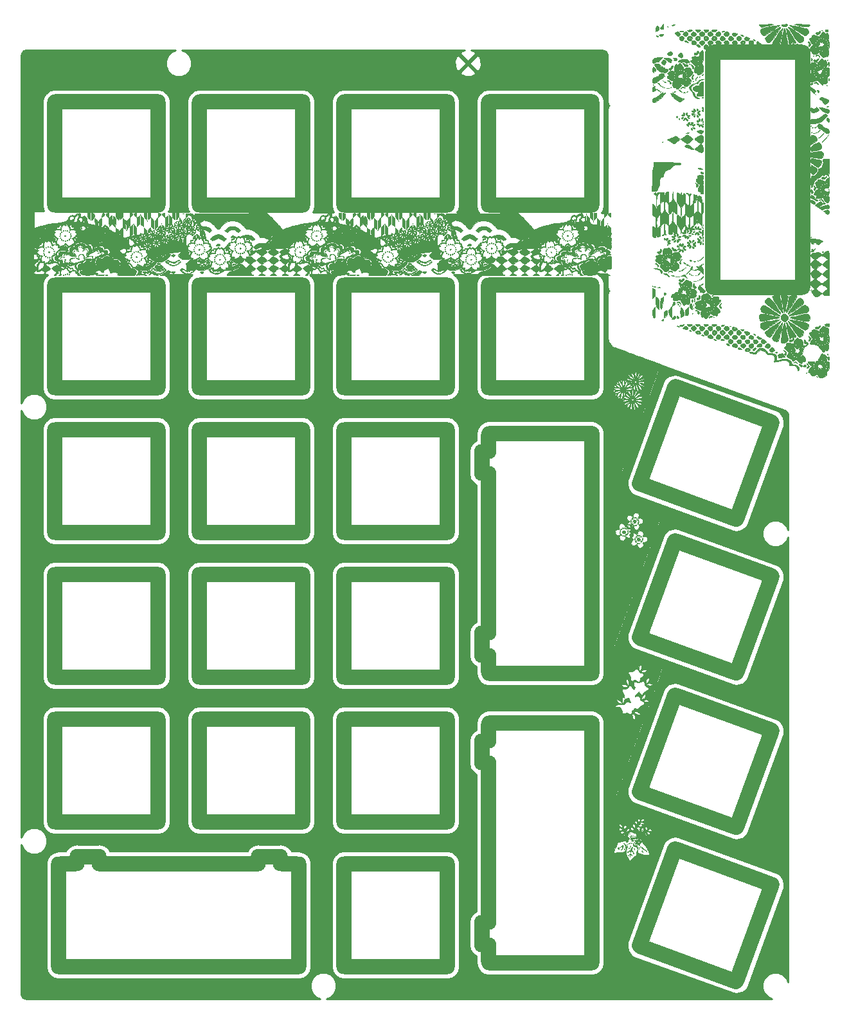
<source format=gtl>
G04 #@! TF.GenerationSoftware,KiCad,Pcbnew,(5.1.5)-3*
G04 #@! TF.CreationDate,2021-03-06T02:04:31+09:00*
G04 #@! TF.ProjectId,Getta25,47657474-6132-4352-9e6b-696361645f70,rev?*
G04 #@! TF.SameCoordinates,Original*
G04 #@! TF.FileFunction,Copper,L1,Top*
G04 #@! TF.FilePolarity,Positive*
%FSLAX46Y46*%
G04 Gerber Fmt 4.6, Leading zero omitted, Abs format (unit mm)*
G04 Created by KiCad (PCBNEW (5.1.5)-3) date 2021-03-06 02:04:31*
%MOMM*%
%LPD*%
G04 APERTURE LIST*
%ADD10C,0.010000*%
%ADD11O,2.000000X15.500000*%
%ADD12O,15.500000X2.000000*%
%ADD13C,2.000000*%
%ADD14O,33.500000X2.000000*%
%ADD15O,22.900000X2.000000*%
%ADD16O,4.000000X2.000000*%
%ADD17O,4.700000X2.000000*%
%ADD18O,2.000000X2.900000*%
%ADD19O,2.000000X4.000000*%
%ADD20O,2.000000X4.700000*%
%ADD21O,2.900000X2.000000*%
%ADD22O,2.000000X22.900000*%
%ADD23O,2.000000X33.500000*%
%ADD24O,13.650000X2.000000*%
%ADD25O,2.000000X32.900000*%
%ADD26C,0.254000*%
G04 APERTURE END LIST*
D10*
G36*
X94224342Y-34218584D02*
G01*
X94238418Y-34230115D01*
X94267147Y-34311030D01*
X94229721Y-34382556D01*
X94181313Y-34398788D01*
X94115502Y-34361409D01*
X94101580Y-34343004D01*
X94095586Y-34264747D01*
X94149876Y-34212244D01*
X94224342Y-34218584D01*
G37*
X94224342Y-34218584D02*
X94238418Y-34230115D01*
X94267147Y-34311030D01*
X94229721Y-34382556D01*
X94181313Y-34398788D01*
X94115502Y-34361409D01*
X94101580Y-34343004D01*
X94095586Y-34264747D01*
X94149876Y-34212244D01*
X94224342Y-34218584D01*
G36*
X61127372Y-34218584D02*
G01*
X61141448Y-34230115D01*
X61170177Y-34311030D01*
X61132751Y-34382556D01*
X61084343Y-34398788D01*
X61018532Y-34361409D01*
X61004610Y-34343004D01*
X60998616Y-34264747D01*
X61052906Y-34212244D01*
X61127372Y-34218584D01*
G37*
X61127372Y-34218584D02*
X61141448Y-34230115D01*
X61170177Y-34311030D01*
X61132751Y-34382556D01*
X61084343Y-34398788D01*
X61018532Y-34361409D01*
X61004610Y-34343004D01*
X60998616Y-34264747D01*
X61052906Y-34212244D01*
X61127372Y-34218584D01*
G36*
X28030403Y-34218584D02*
G01*
X28044478Y-34230115D01*
X28073208Y-34311030D01*
X28035781Y-34382556D01*
X27987374Y-34398788D01*
X27921562Y-34361409D01*
X27907641Y-34343004D01*
X27901646Y-34264747D01*
X27955937Y-34212244D01*
X28030403Y-34218584D01*
G37*
X28030403Y-34218584D02*
X28044478Y-34230115D01*
X28073208Y-34311030D01*
X28035781Y-34382556D01*
X27987374Y-34398788D01*
X27921562Y-34361409D01*
X27907641Y-34343004D01*
X27901646Y-34264747D01*
X27955937Y-34212244D01*
X28030403Y-34218584D01*
G36*
X101151344Y-34747808D02*
G01*
X101159899Y-34783636D01*
X101121633Y-34848181D01*
X101040722Y-34857131D01*
X100990250Y-34827792D01*
X100978317Y-34765006D01*
X101037029Y-34715194D01*
X101085957Y-34706667D01*
X101151344Y-34747808D01*
G37*
X101151344Y-34747808D02*
X101159899Y-34783636D01*
X101121633Y-34848181D01*
X101040722Y-34857131D01*
X100990250Y-34827792D01*
X100978317Y-34765006D01*
X101037029Y-34715194D01*
X101085957Y-34706667D01*
X101151344Y-34747808D01*
G36*
X100227322Y-34747741D02*
G01*
X100236262Y-34783636D01*
X100195188Y-34851666D01*
X100159293Y-34860606D01*
X100091263Y-34819531D01*
X100082323Y-34783636D01*
X100123398Y-34715607D01*
X100159293Y-34706667D01*
X100227322Y-34747741D01*
G37*
X100227322Y-34747741D02*
X100236262Y-34783636D01*
X100195188Y-34851666D01*
X100159293Y-34860606D01*
X100091263Y-34819531D01*
X100082323Y-34783636D01*
X100123398Y-34715607D01*
X100159293Y-34706667D01*
X100227322Y-34747741D01*
G36*
X93300706Y-35193533D02*
G01*
X93314781Y-35205064D01*
X93343511Y-35285980D01*
X93306084Y-35357505D01*
X93257677Y-35373737D01*
X93191865Y-35336359D01*
X93177944Y-35317953D01*
X93171949Y-35239697D01*
X93226240Y-35187194D01*
X93300706Y-35193533D01*
G37*
X93300706Y-35193533D02*
X93314781Y-35205064D01*
X93343511Y-35285980D01*
X93306084Y-35357505D01*
X93257677Y-35373737D01*
X93191865Y-35336359D01*
X93177944Y-35317953D01*
X93171949Y-35239697D01*
X93226240Y-35187194D01*
X93300706Y-35193533D01*
G36*
X92377069Y-35193533D02*
G01*
X92391145Y-35205064D01*
X92419874Y-35285980D01*
X92382448Y-35357505D01*
X92334040Y-35373737D01*
X92268229Y-35336359D01*
X92254307Y-35317953D01*
X92248313Y-35239697D01*
X92302603Y-35187194D01*
X92377069Y-35193533D01*
G37*
X92377069Y-35193533D02*
X92391145Y-35205064D01*
X92419874Y-35285980D01*
X92382448Y-35357505D01*
X92334040Y-35373737D01*
X92268229Y-35336359D01*
X92254307Y-35317953D01*
X92248313Y-35239697D01*
X92302603Y-35187194D01*
X92377069Y-35193533D01*
G36*
X91453433Y-35193533D02*
G01*
X91467509Y-35205064D01*
X91496238Y-35285980D01*
X91458812Y-35357505D01*
X91410404Y-35373737D01*
X91344593Y-35336359D01*
X91330671Y-35317953D01*
X91324677Y-35239697D01*
X91378967Y-35187194D01*
X91453433Y-35193533D01*
G37*
X91453433Y-35193533D02*
X91467509Y-35205064D01*
X91496238Y-35285980D01*
X91458812Y-35357505D01*
X91410404Y-35373737D01*
X91344593Y-35336359D01*
X91330671Y-35317953D01*
X91324677Y-35239697D01*
X91378967Y-35187194D01*
X91453433Y-35193533D01*
G36*
X68516463Y-35193533D02*
G01*
X68530539Y-35205064D01*
X68559268Y-35285980D01*
X68521842Y-35357505D01*
X68473434Y-35373737D01*
X68407623Y-35336359D01*
X68393701Y-35317953D01*
X68387707Y-35239697D01*
X68441997Y-35187194D01*
X68516463Y-35193533D01*
G37*
X68516463Y-35193533D02*
X68530539Y-35205064D01*
X68559268Y-35285980D01*
X68521842Y-35357505D01*
X68473434Y-35373737D01*
X68407623Y-35336359D01*
X68393701Y-35317953D01*
X68387707Y-35239697D01*
X68441997Y-35187194D01*
X68516463Y-35193533D01*
G36*
X67592827Y-35193533D02*
G01*
X67606903Y-35205064D01*
X67635632Y-35285980D01*
X67598205Y-35357505D01*
X67549798Y-35373737D01*
X67483987Y-35336359D01*
X67470065Y-35317953D01*
X67464071Y-35239697D01*
X67518361Y-35187194D01*
X67592827Y-35193533D01*
G37*
X67592827Y-35193533D02*
X67606903Y-35205064D01*
X67635632Y-35285980D01*
X67598205Y-35357505D01*
X67549798Y-35373737D01*
X67483987Y-35336359D01*
X67470065Y-35317953D01*
X67464071Y-35239697D01*
X67518361Y-35187194D01*
X67592827Y-35193533D01*
G36*
X65745554Y-35193533D02*
G01*
X65759630Y-35205064D01*
X65788359Y-35285980D01*
X65750933Y-35357505D01*
X65702525Y-35373737D01*
X65636714Y-35336359D01*
X65622792Y-35317953D01*
X65616798Y-35239697D01*
X65671088Y-35187194D01*
X65745554Y-35193533D01*
G37*
X65745554Y-35193533D02*
X65759630Y-35205064D01*
X65788359Y-35285980D01*
X65750933Y-35357505D01*
X65702525Y-35373737D01*
X65636714Y-35336359D01*
X65622792Y-35317953D01*
X65616798Y-35239697D01*
X65671088Y-35187194D01*
X65745554Y-35193533D01*
G36*
X64821918Y-35193533D02*
G01*
X64835993Y-35205064D01*
X64864723Y-35285980D01*
X64827296Y-35357505D01*
X64778889Y-35373737D01*
X64713078Y-35336359D01*
X64699156Y-35317953D01*
X64693161Y-35239697D01*
X64747452Y-35187194D01*
X64821918Y-35193533D01*
G37*
X64821918Y-35193533D02*
X64835993Y-35205064D01*
X64864723Y-35285980D01*
X64827296Y-35357505D01*
X64778889Y-35373737D01*
X64713078Y-35336359D01*
X64699156Y-35317953D01*
X64693161Y-35239697D01*
X64747452Y-35187194D01*
X64821918Y-35193533D01*
G36*
X60203736Y-35193533D02*
G01*
X60217812Y-35205064D01*
X60246541Y-35285980D01*
X60209115Y-35357505D01*
X60160707Y-35373737D01*
X60094896Y-35336359D01*
X60080974Y-35317953D01*
X60074980Y-35239697D01*
X60129270Y-35187194D01*
X60203736Y-35193533D01*
G37*
X60203736Y-35193533D02*
X60217812Y-35205064D01*
X60246541Y-35285980D01*
X60209115Y-35357505D01*
X60160707Y-35373737D01*
X60094896Y-35336359D01*
X60080974Y-35317953D01*
X60074980Y-35239697D01*
X60129270Y-35187194D01*
X60203736Y-35193533D01*
G36*
X59280100Y-35193533D02*
G01*
X59294175Y-35205064D01*
X59322904Y-35285980D01*
X59285478Y-35357505D01*
X59237071Y-35373737D01*
X59171259Y-35336359D01*
X59157338Y-35317953D01*
X59151343Y-35239697D01*
X59205634Y-35187194D01*
X59280100Y-35193533D01*
G37*
X59280100Y-35193533D02*
X59294175Y-35205064D01*
X59322904Y-35285980D01*
X59285478Y-35357505D01*
X59237071Y-35373737D01*
X59171259Y-35336359D01*
X59157338Y-35317953D01*
X59151343Y-35239697D01*
X59205634Y-35187194D01*
X59280100Y-35193533D01*
G36*
X58356463Y-35193533D02*
G01*
X58370539Y-35205064D01*
X58399268Y-35285980D01*
X58361842Y-35357505D01*
X58313434Y-35373737D01*
X58247623Y-35336359D01*
X58233701Y-35317953D01*
X58227707Y-35239697D01*
X58281997Y-35187194D01*
X58356463Y-35193533D01*
G37*
X58356463Y-35193533D02*
X58370539Y-35205064D01*
X58399268Y-35285980D01*
X58361842Y-35357505D01*
X58313434Y-35373737D01*
X58247623Y-35336359D01*
X58233701Y-35317953D01*
X58227707Y-35239697D01*
X58281997Y-35187194D01*
X58356463Y-35193533D01*
G36*
X35419493Y-35193533D02*
G01*
X35433569Y-35205064D01*
X35462298Y-35285980D01*
X35424872Y-35357505D01*
X35376464Y-35373737D01*
X35310653Y-35336359D01*
X35296732Y-35317953D01*
X35290737Y-35239697D01*
X35345028Y-35187194D01*
X35419493Y-35193533D01*
G37*
X35419493Y-35193533D02*
X35433569Y-35205064D01*
X35462298Y-35285980D01*
X35424872Y-35357505D01*
X35376464Y-35373737D01*
X35310653Y-35336359D01*
X35296732Y-35317953D01*
X35290737Y-35239697D01*
X35345028Y-35187194D01*
X35419493Y-35193533D01*
G36*
X34495857Y-35193533D02*
G01*
X34509933Y-35205064D01*
X34538662Y-35285980D01*
X34501236Y-35357505D01*
X34452828Y-35373737D01*
X34387017Y-35336359D01*
X34373095Y-35317953D01*
X34367101Y-35239697D01*
X34421391Y-35187194D01*
X34495857Y-35193533D01*
G37*
X34495857Y-35193533D02*
X34509933Y-35205064D01*
X34538662Y-35285980D01*
X34501236Y-35357505D01*
X34452828Y-35373737D01*
X34387017Y-35336359D01*
X34373095Y-35317953D01*
X34367101Y-35239697D01*
X34421391Y-35187194D01*
X34495857Y-35193533D01*
G36*
X32648584Y-35193533D02*
G01*
X32662660Y-35205064D01*
X32691389Y-35285980D01*
X32653963Y-35357505D01*
X32605555Y-35373737D01*
X32539744Y-35336359D01*
X32525822Y-35317953D01*
X32519828Y-35239697D01*
X32574118Y-35187194D01*
X32648584Y-35193533D01*
G37*
X32648584Y-35193533D02*
X32662660Y-35205064D01*
X32691389Y-35285980D01*
X32653963Y-35357505D01*
X32605555Y-35373737D01*
X32539744Y-35336359D01*
X32525822Y-35317953D01*
X32519828Y-35239697D01*
X32574118Y-35187194D01*
X32648584Y-35193533D01*
G36*
X31724948Y-35193533D02*
G01*
X31739024Y-35205064D01*
X31767753Y-35285980D01*
X31730327Y-35357505D01*
X31681919Y-35373737D01*
X31616108Y-35336359D01*
X31602186Y-35317953D01*
X31596192Y-35239697D01*
X31650482Y-35187194D01*
X31724948Y-35193533D01*
G37*
X31724948Y-35193533D02*
X31739024Y-35205064D01*
X31767753Y-35285980D01*
X31730327Y-35357505D01*
X31681919Y-35373737D01*
X31616108Y-35336359D01*
X31602186Y-35317953D01*
X31596192Y-35239697D01*
X31650482Y-35187194D01*
X31724948Y-35193533D01*
G36*
X27106766Y-35193533D02*
G01*
X27120842Y-35205064D01*
X27149571Y-35285980D01*
X27112145Y-35357505D01*
X27063737Y-35373737D01*
X26997926Y-35336359D01*
X26984004Y-35317953D01*
X26978010Y-35239697D01*
X27032300Y-35187194D01*
X27106766Y-35193533D01*
G37*
X27106766Y-35193533D02*
X27120842Y-35205064D01*
X27149571Y-35285980D01*
X27112145Y-35357505D01*
X27063737Y-35373737D01*
X26997926Y-35336359D01*
X26984004Y-35317953D01*
X26978010Y-35239697D01*
X27032300Y-35187194D01*
X27106766Y-35193533D01*
G36*
X26183130Y-35193533D02*
G01*
X26197206Y-35205064D01*
X26225935Y-35285980D01*
X26188509Y-35357505D01*
X26140101Y-35373737D01*
X26074290Y-35336359D01*
X26060368Y-35317953D01*
X26054374Y-35239697D01*
X26108664Y-35187194D01*
X26183130Y-35193533D01*
G37*
X26183130Y-35193533D02*
X26197206Y-35205064D01*
X26225935Y-35285980D01*
X26188509Y-35357505D01*
X26140101Y-35373737D01*
X26074290Y-35336359D01*
X26060368Y-35317953D01*
X26054374Y-35239697D01*
X26108664Y-35187194D01*
X26183130Y-35193533D01*
G36*
X101150958Y-35722691D02*
G01*
X101159899Y-35758586D01*
X101118824Y-35826615D01*
X101082929Y-35835555D01*
X101014900Y-35794481D01*
X101005959Y-35758586D01*
X101047034Y-35690556D01*
X101082929Y-35681616D01*
X101150958Y-35722691D01*
G37*
X101150958Y-35722691D02*
X101159899Y-35758586D01*
X101118824Y-35826615D01*
X101082929Y-35835555D01*
X101014900Y-35794481D01*
X101005959Y-35758586D01*
X101047034Y-35690556D01*
X101082929Y-35681616D01*
X101150958Y-35722691D01*
G36*
X100244411Y-35734153D02*
G01*
X100231929Y-35792942D01*
X100162003Y-35826490D01*
X100093539Y-35801697D01*
X100082323Y-35758586D01*
X100119211Y-35693885D01*
X100172121Y-35691385D01*
X100244411Y-35734153D01*
G37*
X100244411Y-35734153D02*
X100231929Y-35792942D01*
X100162003Y-35826490D01*
X100093539Y-35801697D01*
X100082323Y-35758586D01*
X100119211Y-35693885D01*
X100172121Y-35691385D01*
X100244411Y-35734153D01*
G36*
X99320774Y-35734153D02*
G01*
X99308292Y-35792942D01*
X99238367Y-35826490D01*
X99169903Y-35801697D01*
X99158687Y-35758586D01*
X99195575Y-35693885D01*
X99248485Y-35691385D01*
X99320774Y-35734153D01*
G37*
X99320774Y-35734153D02*
X99308292Y-35792942D01*
X99238367Y-35826490D01*
X99169903Y-35801697D01*
X99158687Y-35758586D01*
X99195575Y-35693885D01*
X99248485Y-35691385D01*
X99320774Y-35734153D01*
G36*
X69029324Y-35722757D02*
G01*
X69037879Y-35758586D01*
X68999613Y-35823131D01*
X68918702Y-35832081D01*
X68868230Y-35802742D01*
X68856296Y-35739956D01*
X68915009Y-35690143D01*
X68963937Y-35681616D01*
X69029324Y-35722757D01*
G37*
X69029324Y-35722757D02*
X69037879Y-35758586D01*
X68999613Y-35823131D01*
X68918702Y-35832081D01*
X68868230Y-35802742D01*
X68856296Y-35739956D01*
X68915009Y-35690143D01*
X68963937Y-35681616D01*
X69029324Y-35722757D01*
G36*
X68105688Y-35722757D02*
G01*
X68114242Y-35758586D01*
X68075977Y-35823131D01*
X67995066Y-35832081D01*
X67944593Y-35802742D01*
X67932660Y-35739956D01*
X67991372Y-35690143D01*
X68040301Y-35681616D01*
X68105688Y-35722757D01*
G37*
X68105688Y-35722757D02*
X68114242Y-35758586D01*
X68075977Y-35823131D01*
X67995066Y-35832081D01*
X67944593Y-35802742D01*
X67932660Y-35739956D01*
X67991372Y-35690143D01*
X68040301Y-35681616D01*
X68105688Y-35722757D01*
G36*
X66258415Y-35722757D02*
G01*
X66266970Y-35758586D01*
X66228704Y-35823131D01*
X66147793Y-35832081D01*
X66097321Y-35802742D01*
X66085387Y-35739956D01*
X66144099Y-35690143D01*
X66193028Y-35681616D01*
X66258415Y-35722757D01*
G37*
X66258415Y-35722757D02*
X66266970Y-35758586D01*
X66228704Y-35823131D01*
X66147793Y-35832081D01*
X66097321Y-35802742D01*
X66085387Y-35739956D01*
X66144099Y-35690143D01*
X66193028Y-35681616D01*
X66258415Y-35722757D01*
G36*
X65334778Y-35722757D02*
G01*
X65343333Y-35758586D01*
X65305068Y-35823131D01*
X65224156Y-35832081D01*
X65173684Y-35802742D01*
X65161751Y-35739956D01*
X65220463Y-35690143D01*
X65269392Y-35681616D01*
X65334778Y-35722757D01*
G37*
X65334778Y-35722757D02*
X65343333Y-35758586D01*
X65305068Y-35823131D01*
X65224156Y-35832081D01*
X65173684Y-35802742D01*
X65161751Y-35739956D01*
X65220463Y-35690143D01*
X65269392Y-35681616D01*
X65334778Y-35722757D01*
G36*
X35932354Y-35722757D02*
G01*
X35940909Y-35758586D01*
X35902643Y-35823131D01*
X35821732Y-35832081D01*
X35771260Y-35802742D01*
X35759327Y-35739956D01*
X35818039Y-35690143D01*
X35866968Y-35681616D01*
X35932354Y-35722757D01*
G37*
X35932354Y-35722757D02*
X35940909Y-35758586D01*
X35902643Y-35823131D01*
X35821732Y-35832081D01*
X35771260Y-35802742D01*
X35759327Y-35739956D01*
X35818039Y-35690143D01*
X35866968Y-35681616D01*
X35932354Y-35722757D01*
G36*
X35008718Y-35722757D02*
G01*
X35017273Y-35758586D01*
X34979007Y-35823131D01*
X34898096Y-35832081D01*
X34847624Y-35802742D01*
X34835690Y-35739956D01*
X34894402Y-35690143D01*
X34943331Y-35681616D01*
X35008718Y-35722757D01*
G37*
X35008718Y-35722757D02*
X35017273Y-35758586D01*
X34979007Y-35823131D01*
X34898096Y-35832081D01*
X34847624Y-35802742D01*
X34835690Y-35739956D01*
X34894402Y-35690143D01*
X34943331Y-35681616D01*
X35008718Y-35722757D01*
G36*
X33161445Y-35722757D02*
G01*
X33170000Y-35758586D01*
X33131734Y-35823131D01*
X33050823Y-35832081D01*
X33000351Y-35802742D01*
X32988418Y-35739956D01*
X33047130Y-35690143D01*
X33096058Y-35681616D01*
X33161445Y-35722757D01*
G37*
X33161445Y-35722757D02*
X33170000Y-35758586D01*
X33131734Y-35823131D01*
X33050823Y-35832081D01*
X33000351Y-35802742D01*
X32988418Y-35739956D01*
X33047130Y-35690143D01*
X33096058Y-35681616D01*
X33161445Y-35722757D01*
G36*
X32237809Y-35722757D02*
G01*
X32246363Y-35758586D01*
X32208098Y-35823131D01*
X32127187Y-35832081D01*
X32076715Y-35802742D01*
X32064781Y-35739956D01*
X32123493Y-35690143D01*
X32172422Y-35681616D01*
X32237809Y-35722757D01*
G37*
X32237809Y-35722757D02*
X32246363Y-35758586D01*
X32208098Y-35823131D01*
X32127187Y-35832081D01*
X32076715Y-35802742D01*
X32064781Y-35739956D01*
X32123493Y-35690143D01*
X32172422Y-35681616D01*
X32237809Y-35722757D01*
G36*
X68516463Y-36168483D02*
G01*
X68530539Y-36180014D01*
X68559268Y-36260929D01*
X68521842Y-36332455D01*
X68473434Y-36348687D01*
X68407623Y-36311308D01*
X68393701Y-36292903D01*
X68387707Y-36214646D01*
X68441997Y-36162143D01*
X68516463Y-36168483D01*
G37*
X68516463Y-36168483D02*
X68530539Y-36180014D01*
X68559268Y-36260929D01*
X68521842Y-36332455D01*
X68473434Y-36348687D01*
X68407623Y-36311308D01*
X68393701Y-36292903D01*
X68387707Y-36214646D01*
X68441997Y-36162143D01*
X68516463Y-36168483D01*
G36*
X35419493Y-36168483D02*
G01*
X35433569Y-36180014D01*
X35462298Y-36260929D01*
X35424872Y-36332455D01*
X35376464Y-36348687D01*
X35310653Y-36311308D01*
X35296732Y-36292903D01*
X35290737Y-36214646D01*
X35345028Y-36162143D01*
X35419493Y-36168483D01*
G37*
X35419493Y-36168483D02*
X35433569Y-36180014D01*
X35462298Y-36260929D01*
X35424872Y-36332455D01*
X35376464Y-36348687D01*
X35310653Y-36311308D01*
X35296732Y-36292903D01*
X35290737Y-36214646D01*
X35345028Y-36162143D01*
X35419493Y-36168483D01*
G36*
X69028938Y-36697640D02*
G01*
X69037879Y-36733535D01*
X68996804Y-36801565D01*
X68960909Y-36810505D01*
X68892880Y-36769430D01*
X68883939Y-36733535D01*
X68925014Y-36665506D01*
X68960909Y-36656566D01*
X69028938Y-36697640D01*
G37*
X69028938Y-36697640D02*
X69037879Y-36733535D01*
X68996804Y-36801565D01*
X68960909Y-36810505D01*
X68892880Y-36769430D01*
X68883939Y-36733535D01*
X68925014Y-36665506D01*
X68960909Y-36656566D01*
X69028938Y-36697640D01*
G36*
X35931969Y-36697640D02*
G01*
X35940909Y-36733535D01*
X35899834Y-36801565D01*
X35863939Y-36810505D01*
X35795910Y-36769430D01*
X35786970Y-36733535D01*
X35828044Y-36665506D01*
X35863939Y-36656566D01*
X35931969Y-36697640D01*
G37*
X35931969Y-36697640D02*
X35940909Y-36733535D01*
X35899834Y-36801565D01*
X35863939Y-36810505D01*
X35795910Y-36769430D01*
X35786970Y-36733535D01*
X35828044Y-36665506D01*
X35863939Y-36656566D01*
X35931969Y-36697640D01*
G36*
X77847638Y-38588297D02*
G01*
X77838081Y-38606465D01*
X77789733Y-38655469D01*
X77780711Y-38657778D01*
X77777210Y-38624632D01*
X77786767Y-38606465D01*
X77835115Y-38557460D01*
X77844137Y-38555151D01*
X77847638Y-38588297D01*
G37*
X77847638Y-38588297D02*
X77838081Y-38606465D01*
X77789733Y-38655469D01*
X77780711Y-38657778D01*
X77777210Y-38624632D01*
X77786767Y-38606465D01*
X77835115Y-38557460D01*
X77844137Y-38555151D01*
X77847638Y-38588297D01*
G36*
X76375656Y-38632121D02*
G01*
X76350000Y-38657778D01*
X76324343Y-38632121D01*
X76350000Y-38606465D01*
X76375656Y-38632121D01*
G37*
X76375656Y-38632121D02*
X76350000Y-38657778D01*
X76324343Y-38632121D01*
X76350000Y-38606465D01*
X76375656Y-38632121D01*
G36*
X76580909Y-38734747D02*
G01*
X76555252Y-38760404D01*
X76529596Y-38734747D01*
X76555252Y-38709091D01*
X76580909Y-38734747D01*
G37*
X76580909Y-38734747D02*
X76555252Y-38760404D01*
X76529596Y-38734747D01*
X76555252Y-38709091D01*
X76580909Y-38734747D01*
G36*
X76316415Y-38729847D02*
G01*
X76371502Y-38781514D01*
X76360202Y-38811218D01*
X76353028Y-38811717D01*
X76309627Y-38775270D01*
X76293787Y-38752476D01*
X76287739Y-38717362D01*
X76316415Y-38729847D01*
G37*
X76316415Y-38729847D02*
X76371502Y-38781514D01*
X76360202Y-38811218D01*
X76353028Y-38811717D01*
X76309627Y-38775270D01*
X76293787Y-38752476D01*
X76287739Y-38717362D01*
X76316415Y-38729847D01*
G36*
X77333501Y-38880135D02*
G01*
X77326458Y-38910640D01*
X77299293Y-38914343D01*
X77257056Y-38895569D01*
X77265084Y-38880135D01*
X77325981Y-38873993D01*
X77333501Y-38880135D01*
G37*
X77333501Y-38880135D02*
X77326458Y-38910640D01*
X77299293Y-38914343D01*
X77257056Y-38895569D01*
X77265084Y-38880135D01*
X77325981Y-38873993D01*
X77333501Y-38880135D01*
G36*
X76527508Y-38848966D02*
G01*
X76529596Y-38863030D01*
X76512089Y-38913009D01*
X76506968Y-38914343D01*
X76463158Y-38878386D01*
X76452626Y-38863030D01*
X76456694Y-38815746D01*
X76475254Y-38811717D01*
X76527508Y-38848966D01*
G37*
X76527508Y-38848966D02*
X76529596Y-38863030D01*
X76512089Y-38913009D01*
X76506968Y-38914343D01*
X76463158Y-38878386D01*
X76452626Y-38863030D01*
X76456694Y-38815746D01*
X76475254Y-38811717D01*
X76527508Y-38848966D01*
G36*
X44750669Y-38588297D02*
G01*
X44741111Y-38606465D01*
X44692763Y-38655469D01*
X44683741Y-38657778D01*
X44680240Y-38624632D01*
X44689798Y-38606465D01*
X44738146Y-38557460D01*
X44747168Y-38555151D01*
X44750669Y-38588297D01*
G37*
X44750669Y-38588297D02*
X44741111Y-38606465D01*
X44692763Y-38655469D01*
X44683741Y-38657778D01*
X44680240Y-38624632D01*
X44689798Y-38606465D01*
X44738146Y-38557460D01*
X44747168Y-38555151D01*
X44750669Y-38588297D01*
G36*
X43278687Y-38632121D02*
G01*
X43253030Y-38657778D01*
X43227374Y-38632121D01*
X43253030Y-38606465D01*
X43278687Y-38632121D01*
G37*
X43278687Y-38632121D02*
X43253030Y-38657778D01*
X43227374Y-38632121D01*
X43253030Y-38606465D01*
X43278687Y-38632121D01*
G36*
X43483939Y-38734747D02*
G01*
X43458283Y-38760404D01*
X43432626Y-38734747D01*
X43458283Y-38709091D01*
X43483939Y-38734747D01*
G37*
X43483939Y-38734747D02*
X43458283Y-38760404D01*
X43432626Y-38734747D01*
X43458283Y-38709091D01*
X43483939Y-38734747D01*
G36*
X43219445Y-38729847D02*
G01*
X43274532Y-38781514D01*
X43263232Y-38811218D01*
X43256058Y-38811717D01*
X43212657Y-38775270D01*
X43196817Y-38752476D01*
X43190769Y-38717362D01*
X43219445Y-38729847D01*
G37*
X43219445Y-38729847D02*
X43274532Y-38781514D01*
X43263232Y-38811218D01*
X43256058Y-38811717D01*
X43212657Y-38775270D01*
X43196817Y-38752476D01*
X43190769Y-38717362D01*
X43219445Y-38729847D01*
G36*
X44236532Y-38880135D02*
G01*
X44229488Y-38910640D01*
X44202323Y-38914343D01*
X44160087Y-38895569D01*
X44168114Y-38880135D01*
X44229011Y-38873993D01*
X44236532Y-38880135D01*
G37*
X44236532Y-38880135D02*
X44229488Y-38910640D01*
X44202323Y-38914343D01*
X44160087Y-38895569D01*
X44168114Y-38880135D01*
X44229011Y-38873993D01*
X44236532Y-38880135D01*
G36*
X43430538Y-38848966D02*
G01*
X43432626Y-38863030D01*
X43415119Y-38913009D01*
X43409998Y-38914343D01*
X43366188Y-38878386D01*
X43355656Y-38863030D01*
X43359725Y-38815746D01*
X43378285Y-38811717D01*
X43430538Y-38848966D01*
G37*
X43430538Y-38848966D02*
X43432626Y-38863030D01*
X43415119Y-38913009D01*
X43409998Y-38914343D01*
X43366188Y-38878386D01*
X43355656Y-38863030D01*
X43359725Y-38815746D01*
X43378285Y-38811717D01*
X43430538Y-38848966D01*
G36*
X80942525Y-40120202D02*
G01*
X80916868Y-40145858D01*
X80891212Y-40120202D01*
X80916868Y-40094545D01*
X80942525Y-40120202D01*
G37*
X80942525Y-40120202D02*
X80916868Y-40145858D01*
X80891212Y-40120202D01*
X80916868Y-40094545D01*
X80942525Y-40120202D01*
G36*
X77196666Y-40120202D02*
G01*
X77171010Y-40145858D01*
X77145353Y-40120202D01*
X77171010Y-40094545D01*
X77196666Y-40120202D01*
G37*
X77196666Y-40120202D02*
X77171010Y-40145858D01*
X77145353Y-40120202D01*
X77171010Y-40094545D01*
X77196666Y-40120202D01*
G36*
X47845555Y-40120202D02*
G01*
X47819899Y-40145858D01*
X47794242Y-40120202D01*
X47819899Y-40094545D01*
X47845555Y-40120202D01*
G37*
X47845555Y-40120202D02*
X47819899Y-40145858D01*
X47794242Y-40120202D01*
X47819899Y-40094545D01*
X47845555Y-40120202D01*
G36*
X44099697Y-40120202D02*
G01*
X44074040Y-40145858D01*
X44048384Y-40120202D01*
X44074040Y-40094545D01*
X44099697Y-40120202D01*
G37*
X44099697Y-40120202D02*
X44074040Y-40145858D01*
X44048384Y-40120202D01*
X44074040Y-40094545D01*
X44099697Y-40120202D01*
G36*
X73296868Y-40120202D02*
G01*
X73271212Y-40145858D01*
X73245555Y-40120202D01*
X73271212Y-40094545D01*
X73296868Y-40120202D01*
G37*
X73296868Y-40120202D02*
X73271212Y-40145858D01*
X73245555Y-40120202D01*
X73271212Y-40094545D01*
X73296868Y-40120202D01*
G36*
X76050673Y-39803771D02*
G01*
X76056814Y-39864668D01*
X76050673Y-39872188D01*
X76020168Y-39865145D01*
X76016464Y-39837980D01*
X76035239Y-39795743D01*
X76050673Y-39803771D01*
G37*
X76050673Y-39803771D02*
X76056814Y-39864668D01*
X76050673Y-39872188D01*
X76020168Y-39865145D01*
X76016464Y-39837980D01*
X76035239Y-39795743D01*
X76050673Y-39803771D01*
G36*
X75913838Y-39914949D02*
G01*
X75888182Y-39940606D01*
X75862525Y-39914949D01*
X75888182Y-39889293D01*
X75913838Y-39914949D01*
G37*
X75913838Y-39914949D02*
X75888182Y-39940606D01*
X75862525Y-39914949D01*
X75888182Y-39889293D01*
X75913838Y-39914949D01*
G36*
X75605959Y-40017576D02*
G01*
X75580303Y-40043232D01*
X75554646Y-40017576D01*
X75580303Y-39991919D01*
X75605959Y-40017576D01*
G37*
X75605959Y-40017576D02*
X75580303Y-40043232D01*
X75554646Y-40017576D01*
X75580303Y-39991919D01*
X75605959Y-40017576D01*
G36*
X75438123Y-40012231D02*
G01*
X75422819Y-40035553D01*
X75370774Y-40039181D01*
X75316021Y-40026649D01*
X75339773Y-40008179D01*
X75419969Y-40002062D01*
X75438123Y-40012231D01*
G37*
X75438123Y-40012231D02*
X75422819Y-40035553D01*
X75370774Y-40039181D01*
X75316021Y-40026649D01*
X75339773Y-40008179D01*
X75419969Y-40002062D01*
X75438123Y-40012231D01*
G36*
X74887576Y-40017576D02*
G01*
X74861919Y-40043232D01*
X74836262Y-40017576D01*
X74861919Y-39991919D01*
X74887576Y-40017576D01*
G37*
X74887576Y-40017576D02*
X74861919Y-40043232D01*
X74836262Y-40017576D01*
X74861919Y-39991919D01*
X74887576Y-40017576D01*
G36*
X75794108Y-40060337D02*
G01*
X75787064Y-40090842D01*
X75759899Y-40094545D01*
X75717662Y-40075771D01*
X75725690Y-40060337D01*
X75786587Y-40054195D01*
X75794108Y-40060337D01*
G37*
X75794108Y-40060337D02*
X75787064Y-40090842D01*
X75759899Y-40094545D01*
X75717662Y-40075771D01*
X75725690Y-40060337D01*
X75786587Y-40054195D01*
X75794108Y-40060337D01*
G36*
X40199899Y-40120202D02*
G01*
X40174242Y-40145858D01*
X40148586Y-40120202D01*
X40174242Y-40094545D01*
X40199899Y-40120202D01*
G37*
X40199899Y-40120202D02*
X40174242Y-40145858D01*
X40148586Y-40120202D01*
X40174242Y-40094545D01*
X40199899Y-40120202D01*
G36*
X42953704Y-39803771D02*
G01*
X42959845Y-39864668D01*
X42953704Y-39872188D01*
X42923198Y-39865145D01*
X42919495Y-39837980D01*
X42938269Y-39795743D01*
X42953704Y-39803771D01*
G37*
X42953704Y-39803771D02*
X42959845Y-39864668D01*
X42953704Y-39872188D01*
X42923198Y-39865145D01*
X42919495Y-39837980D01*
X42938269Y-39795743D01*
X42953704Y-39803771D01*
G36*
X42816868Y-39914949D02*
G01*
X42791212Y-39940606D01*
X42765555Y-39914949D01*
X42791212Y-39889293D01*
X42816868Y-39914949D01*
G37*
X42816868Y-39914949D02*
X42791212Y-39940606D01*
X42765555Y-39914949D01*
X42791212Y-39889293D01*
X42816868Y-39914949D01*
G36*
X42508990Y-40017576D02*
G01*
X42483333Y-40043232D01*
X42457677Y-40017576D01*
X42483333Y-39991919D01*
X42508990Y-40017576D01*
G37*
X42508990Y-40017576D02*
X42483333Y-40043232D01*
X42457677Y-40017576D01*
X42483333Y-39991919D01*
X42508990Y-40017576D01*
G36*
X42341153Y-40012231D02*
G01*
X42325849Y-40035553D01*
X42273805Y-40039181D01*
X42219052Y-40026649D01*
X42242803Y-40008179D01*
X42322999Y-40002062D01*
X42341153Y-40012231D01*
G37*
X42341153Y-40012231D02*
X42325849Y-40035553D01*
X42273805Y-40039181D01*
X42219052Y-40026649D01*
X42242803Y-40008179D01*
X42322999Y-40002062D01*
X42341153Y-40012231D01*
G36*
X41790606Y-40017576D02*
G01*
X41764949Y-40043232D01*
X41739293Y-40017576D01*
X41764949Y-39991919D01*
X41790606Y-40017576D01*
G37*
X41790606Y-40017576D02*
X41764949Y-40043232D01*
X41739293Y-40017576D01*
X41764949Y-39991919D01*
X41790606Y-40017576D01*
G36*
X42697138Y-40060337D02*
G01*
X42690094Y-40090842D01*
X42662929Y-40094545D01*
X42620693Y-40075771D01*
X42628720Y-40060337D01*
X42689617Y-40054195D01*
X42697138Y-40060337D01*
G37*
X42697138Y-40060337D02*
X42690094Y-40090842D01*
X42662929Y-40094545D01*
X42620693Y-40075771D01*
X42628720Y-40060337D01*
X42689617Y-40054195D01*
X42697138Y-40060337D01*
G36*
X97106161Y-32782424D02*
G01*
X97080505Y-32808081D01*
X97054848Y-32782424D01*
X97080505Y-32756768D01*
X97106161Y-32782424D01*
G37*
X97106161Y-32782424D02*
X97080505Y-32808081D01*
X97054848Y-32782424D01*
X97080505Y-32756768D01*
X97106161Y-32782424D01*
G36*
X64009192Y-32782424D02*
G01*
X63983535Y-32808081D01*
X63957879Y-32782424D01*
X63983535Y-32756768D01*
X64009192Y-32782424D01*
G37*
X64009192Y-32782424D02*
X63983535Y-32808081D01*
X63957879Y-32782424D01*
X63983535Y-32756768D01*
X64009192Y-32782424D01*
G36*
X30912222Y-32782424D02*
G01*
X30886565Y-32808081D01*
X30860909Y-32782424D01*
X30886565Y-32756768D01*
X30912222Y-32782424D01*
G37*
X30912222Y-32782424D02*
X30886565Y-32808081D01*
X30860909Y-32782424D01*
X30886565Y-32756768D01*
X30912222Y-32782424D01*
G36*
X65130152Y-32931464D02*
G01*
X65185239Y-32983130D01*
X65173939Y-33012834D01*
X65166766Y-33013333D01*
X65123364Y-32976887D01*
X65107524Y-32954092D01*
X65101476Y-32918978D01*
X65130152Y-32931464D01*
G37*
X65130152Y-32931464D02*
X65185239Y-32983130D01*
X65173939Y-33012834D01*
X65166766Y-33013333D01*
X65123364Y-32976887D01*
X65107524Y-32954092D01*
X65101476Y-32918978D01*
X65130152Y-32931464D01*
G36*
X65173290Y-33348174D02*
G01*
X65144626Y-33385353D01*
X65069729Y-33465129D01*
X65036297Y-33464782D01*
X65035454Y-33455778D01*
X65070520Y-33412945D01*
X65125252Y-33365980D01*
X65186032Y-33321602D01*
X65173290Y-33348174D01*
G37*
X65173290Y-33348174D02*
X65144626Y-33385353D01*
X65069729Y-33465129D01*
X65036297Y-33464782D01*
X65035454Y-33455778D01*
X65070520Y-33412945D01*
X65125252Y-33365980D01*
X65186032Y-33321602D01*
X65173290Y-33348174D01*
G36*
X32033183Y-32931464D02*
G01*
X32087837Y-32979163D01*
X32092424Y-32990705D01*
X32068072Y-33011795D01*
X32017372Y-32964537D01*
X32010554Y-32954092D01*
X32004506Y-32918978D01*
X32033183Y-32931464D01*
G37*
X32033183Y-32931464D02*
X32087837Y-32979163D01*
X32092424Y-32990705D01*
X32068072Y-33011795D01*
X32017372Y-32964537D01*
X32010554Y-32954092D01*
X32004506Y-32918978D01*
X32033183Y-32931464D01*
G36*
X32076321Y-33348174D02*
G01*
X32047656Y-33385353D01*
X31972759Y-33465129D01*
X31939327Y-33464782D01*
X31938485Y-33455778D01*
X31973551Y-33412945D01*
X32028283Y-33365980D01*
X32089063Y-33321602D01*
X32076321Y-33348174D01*
G37*
X32076321Y-33348174D02*
X32047656Y-33385353D01*
X31972759Y-33465129D01*
X31939327Y-33464782D01*
X31938485Y-33455778D01*
X31973551Y-33412945D01*
X32028283Y-33365980D01*
X32089063Y-33321602D01*
X32076321Y-33348174D01*
G36*
X98115320Y-33800135D02*
G01*
X98121461Y-33861031D01*
X98115320Y-33868552D01*
X98084814Y-33861508D01*
X98081111Y-33834343D01*
X98099886Y-33792107D01*
X98115320Y-33800135D01*
G37*
X98115320Y-33800135D02*
X98121461Y-33861031D01*
X98115320Y-33868552D01*
X98084814Y-33861508D01*
X98081111Y-33834343D01*
X98099886Y-33792107D01*
X98115320Y-33800135D01*
G36*
X97242462Y-33763153D02*
G01*
X97234444Y-33783030D01*
X97188334Y-33831982D01*
X97180103Y-33834343D01*
X97158063Y-33794643D01*
X97157475Y-33783030D01*
X97196922Y-33733689D01*
X97211816Y-33731717D01*
X97242462Y-33763153D01*
G37*
X97242462Y-33763153D02*
X97234444Y-33783030D01*
X97188334Y-33831982D01*
X97180103Y-33834343D01*
X97158063Y-33794643D01*
X97157475Y-33783030D01*
X97196922Y-33733689D01*
X97211816Y-33731717D01*
X97242462Y-33763153D01*
G36*
X64146027Y-33748821D02*
G01*
X64152168Y-33809718D01*
X64146027Y-33817239D01*
X64115521Y-33810195D01*
X64111818Y-33783030D01*
X64130593Y-33740794D01*
X64146027Y-33748821D01*
G37*
X64146027Y-33748821D02*
X64152168Y-33809718D01*
X64146027Y-33817239D01*
X64115521Y-33810195D01*
X64111818Y-33783030D01*
X64130593Y-33740794D01*
X64146027Y-33748821D01*
G36*
X31049057Y-33748821D02*
G01*
X31055198Y-33809718D01*
X31049057Y-33817239D01*
X31018551Y-33810195D01*
X31014848Y-33783030D01*
X31033623Y-33740794D01*
X31049057Y-33748821D01*
G37*
X31049057Y-33748821D02*
X31055198Y-33809718D01*
X31049057Y-33817239D01*
X31018551Y-33810195D01*
X31014848Y-33783030D01*
X31033623Y-33740794D01*
X31049057Y-33748821D01*
G36*
X96695656Y-33398182D02*
G01*
X96670000Y-33423838D01*
X96644343Y-33398182D01*
X96670000Y-33372525D01*
X96695656Y-33398182D01*
G37*
X96695656Y-33398182D02*
X96670000Y-33423838D01*
X96644343Y-33398182D01*
X96670000Y-33372525D01*
X96695656Y-33398182D01*
G36*
X94725677Y-33916552D02*
G01*
X94766894Y-33942033D01*
X94765071Y-33947232D01*
X94699621Y-33979183D01*
X94617475Y-33988283D01*
X94512857Y-33972933D01*
X94469878Y-33947232D01*
X94496764Y-33920031D01*
X94595772Y-33906512D01*
X94617475Y-33906182D01*
X94725677Y-33916552D01*
G37*
X94725677Y-33916552D02*
X94766894Y-33942033D01*
X94765071Y-33947232D01*
X94699621Y-33979183D01*
X94617475Y-33988283D01*
X94512857Y-33972933D01*
X94469878Y-33947232D01*
X94496764Y-33920031D01*
X94595772Y-33906512D01*
X94617475Y-33906182D01*
X94725677Y-33916552D01*
G36*
X61643158Y-33915056D02*
G01*
X61669631Y-33944714D01*
X61669159Y-33945522D01*
X61601557Y-33981699D01*
X61546161Y-33988283D01*
X61452080Y-33968249D01*
X61423164Y-33945522D01*
X61447631Y-33915590D01*
X61543344Y-33902768D01*
X61546161Y-33902761D01*
X61643158Y-33915056D01*
G37*
X61643158Y-33915056D02*
X61669631Y-33944714D01*
X61669159Y-33945522D01*
X61601557Y-33981699D01*
X61546161Y-33988283D01*
X61452080Y-33968249D01*
X61423164Y-33945522D01*
X61447631Y-33915590D01*
X61543344Y-33902768D01*
X61546161Y-33902761D01*
X61643158Y-33915056D01*
G36*
X28546188Y-33915056D02*
G01*
X28572662Y-33944714D01*
X28572189Y-33945522D01*
X28504587Y-33981699D01*
X28449192Y-33988283D01*
X28355110Y-33968249D01*
X28326194Y-33945522D01*
X28350661Y-33915590D01*
X28446374Y-33902768D01*
X28449192Y-33902761D01*
X28546188Y-33915056D01*
G37*
X28546188Y-33915056D02*
X28572662Y-33944714D01*
X28572189Y-33945522D01*
X28504587Y-33981699D01*
X28449192Y-33988283D01*
X28355110Y-33968249D01*
X28326194Y-33945522D01*
X28350661Y-33915590D01*
X28446374Y-33902768D01*
X28449192Y-33902761D01*
X28546188Y-33915056D01*
G36*
X100459332Y-34343885D02*
G01*
X100485407Y-34366415D01*
X100603476Y-34424855D01*
X100677832Y-34420841D01*
X100740503Y-34405075D01*
X100713179Y-34433446D01*
X100698081Y-34444475D01*
X100602893Y-34495109D01*
X100525438Y-34470208D01*
X100470837Y-34420779D01*
X100401484Y-34338131D01*
X100398923Y-34307744D01*
X100459332Y-34343885D01*
G37*
X100459332Y-34343885D02*
X100485407Y-34366415D01*
X100603476Y-34424855D01*
X100677832Y-34420841D01*
X100740503Y-34405075D01*
X100713179Y-34433446D01*
X100698081Y-34444475D01*
X100602893Y-34495109D01*
X100525438Y-34470208D01*
X100470837Y-34420779D01*
X100401484Y-34338131D01*
X100398923Y-34307744D01*
X100459332Y-34343885D01*
G36*
X99778161Y-34144211D02*
G01*
X99861976Y-34235433D01*
X99864896Y-34348734D01*
X99786967Y-34443100D01*
X99777818Y-34448295D01*
X99683501Y-34492875D01*
X99624562Y-34481286D01*
X99550251Y-34406209D01*
X99493472Y-34289817D01*
X99496999Y-34274826D01*
X99538771Y-34274826D01*
X99571361Y-34323156D01*
X99572196Y-34323675D01*
X99612547Y-34334438D01*
X99601940Y-34307635D01*
X99599353Y-34241472D01*
X99656187Y-34208543D01*
X99729792Y-34231408D01*
X99735690Y-34236882D01*
X99759556Y-34312317D01*
X99721201Y-34383785D01*
X99676692Y-34445220D01*
X99694621Y-34435785D01*
X99749765Y-34385959D01*
X99815850Y-34313655D01*
X99805110Y-34257514D01*
X99759783Y-34208196D01*
X99685962Y-34149377D01*
X99626694Y-34167814D01*
X99589924Y-34202125D01*
X99538771Y-34274826D01*
X99496999Y-34274826D01*
X99517575Y-34187379D01*
X99601346Y-34123280D01*
X99723573Y-34121906D01*
X99778161Y-34144211D01*
G37*
X99778161Y-34144211D02*
X99861976Y-34235433D01*
X99864896Y-34348734D01*
X99786967Y-34443100D01*
X99777818Y-34448295D01*
X99683501Y-34492875D01*
X99624562Y-34481286D01*
X99550251Y-34406209D01*
X99493472Y-34289817D01*
X99496999Y-34274826D01*
X99538771Y-34274826D01*
X99571361Y-34323156D01*
X99572196Y-34323675D01*
X99612547Y-34334438D01*
X99601940Y-34307635D01*
X99599353Y-34241472D01*
X99656187Y-34208543D01*
X99729792Y-34231408D01*
X99735690Y-34236882D01*
X99759556Y-34312317D01*
X99721201Y-34383785D01*
X99676692Y-34445220D01*
X99694621Y-34435785D01*
X99749765Y-34385959D01*
X99815850Y-34313655D01*
X99805110Y-34257514D01*
X99759783Y-34208196D01*
X99685962Y-34149377D01*
X99626694Y-34167814D01*
X99589924Y-34202125D01*
X99538771Y-34274826D01*
X99496999Y-34274826D01*
X99517575Y-34187379D01*
X99601346Y-34123280D01*
X99723573Y-34121906D01*
X99778161Y-34144211D01*
G36*
X98904891Y-34177909D02*
G01*
X98980645Y-34266209D01*
X98982087Y-34331907D01*
X98955756Y-34370333D01*
X98878017Y-34436547D01*
X98838242Y-34450101D01*
X98821138Y-34419811D01*
X98848086Y-34376411D01*
X98883546Y-34292134D01*
X98848534Y-34183987D01*
X98787825Y-34065252D01*
X98904891Y-34177909D01*
G37*
X98904891Y-34177909D02*
X98980645Y-34266209D01*
X98982087Y-34331907D01*
X98955756Y-34370333D01*
X98878017Y-34436547D01*
X98838242Y-34450101D01*
X98821138Y-34419811D01*
X98848086Y-34376411D01*
X98883546Y-34292134D01*
X98848534Y-34183987D01*
X98787825Y-34065252D01*
X98904891Y-34177909D01*
G36*
X94259802Y-34133578D02*
G01*
X94360635Y-34220276D01*
X94380988Y-34329987D01*
X94317879Y-34428612D01*
X94287313Y-34448295D01*
X94200003Y-34491184D01*
X94142241Y-34487878D01*
X94065858Y-34445991D01*
X93988159Y-34351427D01*
X93989368Y-34284789D01*
X94040164Y-34284789D01*
X94065922Y-34357235D01*
X94076549Y-34370556D01*
X94148104Y-34436294D01*
X94181313Y-34450101D01*
X94242294Y-34415207D01*
X94286077Y-34370556D01*
X94323660Y-34294992D01*
X94280571Y-34219888D01*
X94266703Y-34205621D01*
X94194565Y-34148092D01*
X94135245Y-34168537D01*
X94095923Y-34205621D01*
X94040164Y-34284789D01*
X93989368Y-34284789D01*
X93990339Y-34231351D01*
X94054550Y-34140961D01*
X94144434Y-34101995D01*
X94259802Y-34133578D01*
G37*
X94259802Y-34133578D02*
X94360635Y-34220276D01*
X94380988Y-34329987D01*
X94317879Y-34428612D01*
X94287313Y-34448295D01*
X94200003Y-34491184D01*
X94142241Y-34487878D01*
X94065858Y-34445991D01*
X93988159Y-34351427D01*
X93989368Y-34284789D01*
X94040164Y-34284789D01*
X94065922Y-34357235D01*
X94076549Y-34370556D01*
X94148104Y-34436294D01*
X94181313Y-34450101D01*
X94242294Y-34415207D01*
X94286077Y-34370556D01*
X94323660Y-34294992D01*
X94280571Y-34219888D01*
X94266703Y-34205621D01*
X94194565Y-34148092D01*
X94135245Y-34168537D01*
X94095923Y-34205621D01*
X94040164Y-34284789D01*
X93989368Y-34284789D01*
X93990339Y-34231351D01*
X94054550Y-34140961D01*
X94144434Y-34101995D01*
X94259802Y-34133578D01*
G36*
X93403974Y-34196334D02*
G01*
X93453359Y-34260182D01*
X93454887Y-34267113D01*
X93432798Y-34374257D01*
X93381732Y-34433881D01*
X93289895Y-34490439D01*
X93216023Y-34485069D01*
X93142222Y-34445991D01*
X93081283Y-34376193D01*
X93061146Y-34311332D01*
X93127367Y-34311332D01*
X93169486Y-34397775D01*
X93242458Y-34448475D01*
X93257677Y-34450101D01*
X93318706Y-34415215D01*
X93362108Y-34370956D01*
X93399214Y-34283893D01*
X93373180Y-34237200D01*
X93331594Y-34219615D01*
X93326607Y-34277860D01*
X93299680Y-34357414D01*
X93257677Y-34373131D01*
X93196919Y-34331492D01*
X93188746Y-34277860D01*
X93180167Y-34216479D01*
X93142173Y-34237200D01*
X93127367Y-34311332D01*
X93061146Y-34311332D01*
X93051984Y-34281824D01*
X93062978Y-34206335D01*
X93090909Y-34188367D01*
X93288206Y-34173488D01*
X93403974Y-34196334D01*
G37*
X93403974Y-34196334D02*
X93453359Y-34260182D01*
X93454887Y-34267113D01*
X93432798Y-34374257D01*
X93381732Y-34433881D01*
X93289895Y-34490439D01*
X93216023Y-34485069D01*
X93142222Y-34445991D01*
X93081283Y-34376193D01*
X93061146Y-34311332D01*
X93127367Y-34311332D01*
X93169486Y-34397775D01*
X93242458Y-34448475D01*
X93257677Y-34450101D01*
X93318706Y-34415215D01*
X93362108Y-34370956D01*
X93399214Y-34283893D01*
X93373180Y-34237200D01*
X93331594Y-34219615D01*
X93326607Y-34277860D01*
X93299680Y-34357414D01*
X93257677Y-34373131D01*
X93196919Y-34331492D01*
X93188746Y-34277860D01*
X93180167Y-34216479D01*
X93142173Y-34237200D01*
X93127367Y-34311332D01*
X93061146Y-34311332D01*
X93051984Y-34281824D01*
X93062978Y-34206335D01*
X93090909Y-34188367D01*
X93288206Y-34173488D01*
X93403974Y-34196334D01*
G36*
X92471502Y-34421533D02*
G01*
X92436666Y-34450101D01*
X92343122Y-34493521D01*
X92308384Y-34499843D01*
X92299205Y-34478668D01*
X92334040Y-34450101D01*
X92427585Y-34406680D01*
X92462323Y-34400359D01*
X92471502Y-34421533D01*
G37*
X92471502Y-34421533D02*
X92436666Y-34450101D01*
X92343122Y-34493521D01*
X92308384Y-34499843D01*
X92299205Y-34478668D01*
X92334040Y-34450101D01*
X92427585Y-34406680D01*
X92462323Y-34400359D01*
X92471502Y-34421533D01*
G36*
X67439751Y-34366415D02*
G01*
X67557820Y-34424855D01*
X67632175Y-34420841D01*
X67694847Y-34405075D01*
X67667522Y-34433446D01*
X67652424Y-34444475D01*
X67572048Y-34491950D01*
X67502820Y-34482954D01*
X67434343Y-34445991D01*
X67360153Y-34377919D01*
X67344545Y-34336972D01*
X67375298Y-34323152D01*
X67439751Y-34366415D01*
G37*
X67439751Y-34366415D02*
X67557820Y-34424855D01*
X67632175Y-34420841D01*
X67694847Y-34405075D01*
X67667522Y-34433446D01*
X67652424Y-34444475D01*
X67572048Y-34491950D01*
X67502820Y-34482954D01*
X67434343Y-34445991D01*
X67360153Y-34377919D01*
X67344545Y-34336972D01*
X67375298Y-34323152D01*
X67439751Y-34366415D01*
G36*
X66781161Y-34168534D02*
G01*
X66829144Y-34248448D01*
X66813628Y-34355171D01*
X66742784Y-34442057D01*
X66732161Y-34448295D01*
X66625359Y-34496512D01*
X66600037Y-34486944D01*
X66659905Y-34423168D01*
X66684618Y-34402430D01*
X66763319Y-34319721D01*
X66758700Y-34257407D01*
X66746405Y-34243017D01*
X66701214Y-34216057D01*
X66695092Y-34277860D01*
X66667028Y-34353519D01*
X66598915Y-34371285D01*
X66540431Y-34320247D01*
X66537521Y-34312464D01*
X66560618Y-34246827D01*
X66640916Y-34187052D01*
X66734926Y-34158831D01*
X66781161Y-34168534D01*
G37*
X66781161Y-34168534D02*
X66829144Y-34248448D01*
X66813628Y-34355171D01*
X66742784Y-34442057D01*
X66732161Y-34448295D01*
X66625359Y-34496512D01*
X66600037Y-34486944D01*
X66659905Y-34423168D01*
X66684618Y-34402430D01*
X66763319Y-34319721D01*
X66758700Y-34257407D01*
X66746405Y-34243017D01*
X66701214Y-34216057D01*
X66695092Y-34277860D01*
X66667028Y-34353519D01*
X66598915Y-34371285D01*
X66540431Y-34320247D01*
X66537521Y-34312464D01*
X66560618Y-34246827D01*
X66640916Y-34187052D01*
X66734926Y-34158831D01*
X66781161Y-34168534D01*
G36*
X65805151Y-34150982D02*
G01*
X65865349Y-34216221D01*
X65882121Y-34296161D01*
X65852977Y-34399439D01*
X65805151Y-34441341D01*
X65755555Y-34449661D01*
X65779023Y-34405716D01*
X65798606Y-34381476D01*
X65843269Y-34299727D01*
X65806844Y-34221020D01*
X65798606Y-34210847D01*
X65754860Y-34149022D01*
X65783644Y-34144343D01*
X65805151Y-34150982D01*
G37*
X65805151Y-34150982D02*
X65865349Y-34216221D01*
X65882121Y-34296161D01*
X65852977Y-34399439D01*
X65805151Y-34441341D01*
X65755555Y-34449661D01*
X65779023Y-34405716D01*
X65798606Y-34381476D01*
X65843269Y-34299727D01*
X65806844Y-34221020D01*
X65798606Y-34210847D01*
X65754860Y-34149022D01*
X65783644Y-34144343D01*
X65805151Y-34150982D01*
G36*
X61162833Y-34133578D02*
G01*
X61263665Y-34220276D01*
X61284018Y-34329987D01*
X61220909Y-34428612D01*
X61190343Y-34448295D01*
X61103033Y-34491184D01*
X61045272Y-34487878D01*
X60968889Y-34445991D01*
X60891190Y-34351427D01*
X60892399Y-34284789D01*
X60943194Y-34284789D01*
X60968952Y-34357235D01*
X60979580Y-34370556D01*
X61051134Y-34436294D01*
X61084343Y-34450101D01*
X61145324Y-34415207D01*
X61189107Y-34370556D01*
X61226691Y-34294992D01*
X61183601Y-34219888D01*
X61169733Y-34205621D01*
X61097595Y-34148092D01*
X61038275Y-34168537D01*
X60998953Y-34205621D01*
X60943194Y-34284789D01*
X60892399Y-34284789D01*
X60893369Y-34231351D01*
X60957580Y-34140961D01*
X61047464Y-34101995D01*
X61162833Y-34133578D01*
G37*
X61162833Y-34133578D02*
X61263665Y-34220276D01*
X61284018Y-34329987D01*
X61220909Y-34428612D01*
X61190343Y-34448295D01*
X61103033Y-34491184D01*
X61045272Y-34487878D01*
X60968889Y-34445991D01*
X60891190Y-34351427D01*
X60892399Y-34284789D01*
X60943194Y-34284789D01*
X60968952Y-34357235D01*
X60979580Y-34370556D01*
X61051134Y-34436294D01*
X61084343Y-34450101D01*
X61145324Y-34415207D01*
X61189107Y-34370556D01*
X61226691Y-34294992D01*
X61183601Y-34219888D01*
X61169733Y-34205621D01*
X61097595Y-34148092D01*
X61038275Y-34168537D01*
X60998953Y-34205621D01*
X60943194Y-34284789D01*
X60892399Y-34284789D01*
X60893369Y-34231351D01*
X60957580Y-34140961D01*
X61047464Y-34101995D01*
X61162833Y-34133578D01*
G36*
X60315707Y-34168534D02*
G01*
X60363689Y-34248448D01*
X60348173Y-34355171D01*
X60277329Y-34442057D01*
X60266707Y-34448295D01*
X60179397Y-34491184D01*
X60121635Y-34487878D01*
X60045252Y-34445991D01*
X59983214Y-34376062D01*
X59955885Y-34283878D01*
X59969861Y-34210952D01*
X60005157Y-34193535D01*
X60035008Y-34230461D01*
X60028478Y-34262284D01*
X60041548Y-34346997D01*
X60083977Y-34398987D01*
X60160229Y-34438886D01*
X60233499Y-34398724D01*
X60250881Y-34381918D01*
X60304681Y-34298840D01*
X60278752Y-34239741D01*
X60235248Y-34217670D01*
X60229638Y-34277860D01*
X60201574Y-34353519D01*
X60133461Y-34371285D01*
X60074976Y-34320247D01*
X60072067Y-34312464D01*
X60095163Y-34246827D01*
X60175461Y-34187052D01*
X60269471Y-34158831D01*
X60315707Y-34168534D01*
G37*
X60315707Y-34168534D02*
X60363689Y-34248448D01*
X60348173Y-34355171D01*
X60277329Y-34442057D01*
X60266707Y-34448295D01*
X60179397Y-34491184D01*
X60121635Y-34487878D01*
X60045252Y-34445991D01*
X59983214Y-34376062D01*
X59955885Y-34283878D01*
X59969861Y-34210952D01*
X60005157Y-34193535D01*
X60035008Y-34230461D01*
X60028478Y-34262284D01*
X60041548Y-34346997D01*
X60083977Y-34398987D01*
X60160229Y-34438886D01*
X60233499Y-34398724D01*
X60250881Y-34381918D01*
X60304681Y-34298840D01*
X60278752Y-34239741D01*
X60235248Y-34217670D01*
X60229638Y-34277860D01*
X60201574Y-34353519D01*
X60133461Y-34371285D01*
X60074976Y-34320247D01*
X60072067Y-34312464D01*
X60095163Y-34246827D01*
X60175461Y-34187052D01*
X60269471Y-34158831D01*
X60315707Y-34168534D01*
G36*
X59374532Y-34421533D02*
G01*
X59339697Y-34450101D01*
X59246152Y-34493521D01*
X59211414Y-34499843D01*
X59202235Y-34478668D01*
X59237071Y-34450101D01*
X59330615Y-34406680D01*
X59365353Y-34400359D01*
X59374532Y-34421533D01*
G37*
X59374532Y-34421533D02*
X59339697Y-34450101D01*
X59246152Y-34493521D01*
X59211414Y-34499843D01*
X59202235Y-34478668D01*
X59237071Y-34450101D01*
X59330615Y-34406680D01*
X59365353Y-34400359D01*
X59374532Y-34421533D01*
G36*
X34342781Y-34366415D02*
G01*
X34460850Y-34424855D01*
X34535205Y-34420841D01*
X34597877Y-34405075D01*
X34570552Y-34433446D01*
X34555454Y-34444475D01*
X34475078Y-34491950D01*
X34405850Y-34482954D01*
X34337374Y-34445991D01*
X34263184Y-34377919D01*
X34247576Y-34336972D01*
X34278328Y-34323152D01*
X34342781Y-34366415D01*
G37*
X34342781Y-34366415D02*
X34460850Y-34424855D01*
X34535205Y-34420841D01*
X34597877Y-34405075D01*
X34570552Y-34433446D01*
X34555454Y-34444475D01*
X34475078Y-34491950D01*
X34405850Y-34482954D01*
X34337374Y-34445991D01*
X34263184Y-34377919D01*
X34247576Y-34336972D01*
X34278328Y-34323152D01*
X34342781Y-34366415D01*
G36*
X33684192Y-34168534D02*
G01*
X33732174Y-34248448D01*
X33716658Y-34355171D01*
X33645814Y-34442057D01*
X33635191Y-34448295D01*
X33528389Y-34496512D01*
X33503068Y-34486944D01*
X33562936Y-34423168D01*
X33587648Y-34402430D01*
X33666349Y-34319721D01*
X33661731Y-34257407D01*
X33649435Y-34243017D01*
X33604244Y-34216057D01*
X33598122Y-34277860D01*
X33570059Y-34353519D01*
X33501946Y-34371285D01*
X33443461Y-34320247D01*
X33440552Y-34312464D01*
X33463648Y-34246827D01*
X33543946Y-34187052D01*
X33637956Y-34158831D01*
X33684192Y-34168534D01*
G37*
X33684192Y-34168534D02*
X33732174Y-34248448D01*
X33716658Y-34355171D01*
X33645814Y-34442057D01*
X33635191Y-34448295D01*
X33528389Y-34496512D01*
X33503068Y-34486944D01*
X33562936Y-34423168D01*
X33587648Y-34402430D01*
X33666349Y-34319721D01*
X33661731Y-34257407D01*
X33649435Y-34243017D01*
X33604244Y-34216057D01*
X33598122Y-34277860D01*
X33570059Y-34353519D01*
X33501946Y-34371285D01*
X33443461Y-34320247D01*
X33440552Y-34312464D01*
X33463648Y-34246827D01*
X33543946Y-34187052D01*
X33637956Y-34158831D01*
X33684192Y-34168534D01*
G36*
X32708182Y-34150982D02*
G01*
X32768379Y-34216221D01*
X32785151Y-34296161D01*
X32756007Y-34399439D01*
X32708182Y-34441341D01*
X32658585Y-34449661D01*
X32682053Y-34405716D01*
X32701636Y-34381476D01*
X32746300Y-34299727D01*
X32709874Y-34221020D01*
X32701636Y-34210847D01*
X32657890Y-34149022D01*
X32686674Y-34144343D01*
X32708182Y-34150982D01*
G37*
X32708182Y-34150982D02*
X32768379Y-34216221D01*
X32785151Y-34296161D01*
X32756007Y-34399439D01*
X32708182Y-34441341D01*
X32658585Y-34449661D01*
X32682053Y-34405716D01*
X32701636Y-34381476D01*
X32746300Y-34299727D01*
X32709874Y-34221020D01*
X32701636Y-34210847D01*
X32657890Y-34149022D01*
X32686674Y-34144343D01*
X32708182Y-34150982D01*
G36*
X28065863Y-34133578D02*
G01*
X28166696Y-34220276D01*
X28187048Y-34329987D01*
X28123940Y-34428612D01*
X28093373Y-34448295D01*
X28006063Y-34491184D01*
X27948302Y-34487878D01*
X27871919Y-34445991D01*
X27794220Y-34351427D01*
X27795429Y-34284789D01*
X27846225Y-34284789D01*
X27871982Y-34357235D01*
X27882610Y-34370556D01*
X27954165Y-34436294D01*
X27987374Y-34450101D01*
X28048355Y-34415207D01*
X28092137Y-34370556D01*
X28129721Y-34294992D01*
X28086632Y-34219888D01*
X28072764Y-34205621D01*
X28000625Y-34148092D01*
X27941306Y-34168537D01*
X27901983Y-34205621D01*
X27846225Y-34284789D01*
X27795429Y-34284789D01*
X27796400Y-34231351D01*
X27860610Y-34140961D01*
X27950495Y-34101995D01*
X28065863Y-34133578D01*
G37*
X28065863Y-34133578D02*
X28166696Y-34220276D01*
X28187048Y-34329987D01*
X28123940Y-34428612D01*
X28093373Y-34448295D01*
X28006063Y-34491184D01*
X27948302Y-34487878D01*
X27871919Y-34445991D01*
X27794220Y-34351427D01*
X27795429Y-34284789D01*
X27846225Y-34284789D01*
X27871982Y-34357235D01*
X27882610Y-34370556D01*
X27954165Y-34436294D01*
X27987374Y-34450101D01*
X28048355Y-34415207D01*
X28092137Y-34370556D01*
X28129721Y-34294992D01*
X28086632Y-34219888D01*
X28072764Y-34205621D01*
X28000625Y-34148092D01*
X27941306Y-34168537D01*
X27901983Y-34205621D01*
X27846225Y-34284789D01*
X27795429Y-34284789D01*
X27796400Y-34231351D01*
X27860610Y-34140961D01*
X27950495Y-34101995D01*
X28065863Y-34133578D01*
G36*
X27218737Y-34168534D02*
G01*
X27266719Y-34248448D01*
X27251203Y-34355171D01*
X27180360Y-34442057D01*
X27169737Y-34448295D01*
X27082427Y-34491184D01*
X27024666Y-34487878D01*
X26948283Y-34445991D01*
X26886244Y-34376062D01*
X26858916Y-34283878D01*
X26872892Y-34210952D01*
X26908187Y-34193535D01*
X26938038Y-34230461D01*
X26931509Y-34262284D01*
X26944578Y-34346997D01*
X26987008Y-34398987D01*
X27063259Y-34438886D01*
X27136529Y-34398724D01*
X27153911Y-34381918D01*
X27207712Y-34298840D01*
X27181782Y-34239741D01*
X27138279Y-34217670D01*
X27132668Y-34277860D01*
X27104604Y-34353519D01*
X27036491Y-34371285D01*
X26978007Y-34320247D01*
X26975097Y-34312464D01*
X26998194Y-34246827D01*
X27078492Y-34187052D01*
X27172502Y-34158831D01*
X27218737Y-34168534D01*
G37*
X27218737Y-34168534D02*
X27266719Y-34248448D01*
X27251203Y-34355171D01*
X27180360Y-34442057D01*
X27169737Y-34448295D01*
X27082427Y-34491184D01*
X27024666Y-34487878D01*
X26948283Y-34445991D01*
X26886244Y-34376062D01*
X26858916Y-34283878D01*
X26872892Y-34210952D01*
X26908187Y-34193535D01*
X26938038Y-34230461D01*
X26931509Y-34262284D01*
X26944578Y-34346997D01*
X26987008Y-34398987D01*
X27063259Y-34438886D01*
X27136529Y-34398724D01*
X27153911Y-34381918D01*
X27207712Y-34298840D01*
X27181782Y-34239741D01*
X27138279Y-34217670D01*
X27132668Y-34277860D01*
X27104604Y-34353519D01*
X27036491Y-34371285D01*
X26978007Y-34320247D01*
X26975097Y-34312464D01*
X26998194Y-34246827D01*
X27078492Y-34187052D01*
X27172502Y-34158831D01*
X27218737Y-34168534D01*
G36*
X26277562Y-34421533D02*
G01*
X26242727Y-34450101D01*
X26149182Y-34493521D01*
X26114444Y-34499843D01*
X26105265Y-34478668D01*
X26140101Y-34450101D01*
X26233646Y-34406680D01*
X26268384Y-34400359D01*
X26277562Y-34421533D01*
G37*
X26277562Y-34421533D02*
X26242727Y-34450101D01*
X26149182Y-34493521D01*
X26114444Y-34499843D01*
X26105265Y-34478668D01*
X26140101Y-34450101D01*
X26233646Y-34406680D01*
X26268384Y-34400359D01*
X26277562Y-34421533D01*
G36*
X98594242Y-34065252D02*
G01*
X98568586Y-34090909D01*
X98542929Y-34065252D01*
X98568586Y-34039596D01*
X98594242Y-34065252D01*
G37*
X98594242Y-34065252D02*
X98568586Y-34090909D01*
X98542929Y-34065252D01*
X98568586Y-34039596D01*
X98594242Y-34065252D01*
G36*
X65086767Y-34065252D02*
G01*
X65061111Y-34090909D01*
X65035454Y-34065252D01*
X65061111Y-34039596D01*
X65086767Y-34065252D01*
G37*
X65086767Y-34065252D02*
X65061111Y-34090909D01*
X65035454Y-34065252D01*
X65061111Y-34039596D01*
X65086767Y-34065252D01*
G36*
X65421608Y-34004386D02*
G01*
X65458788Y-34033051D01*
X65529854Y-34096350D01*
X65548586Y-34122849D01*
X65523625Y-34138208D01*
X65455411Y-34072291D01*
X65439414Y-34052424D01*
X65395036Y-33991644D01*
X65421608Y-34004386D01*
G37*
X65421608Y-34004386D02*
X65458788Y-34033051D01*
X65529854Y-34096350D01*
X65548586Y-34122849D01*
X65523625Y-34138208D01*
X65455411Y-34072291D01*
X65439414Y-34052424D01*
X65395036Y-33991644D01*
X65421608Y-34004386D01*
G36*
X65532487Y-34483246D02*
G01*
X65522929Y-34501414D01*
X65474581Y-34550418D01*
X65465559Y-34552727D01*
X65462058Y-34519582D01*
X65471616Y-34501414D01*
X65519964Y-34452410D01*
X65528986Y-34450101D01*
X65532487Y-34483246D01*
G37*
X65532487Y-34483246D02*
X65522929Y-34501414D01*
X65474581Y-34550418D01*
X65465559Y-34552727D01*
X65462058Y-34519582D01*
X65471616Y-34501414D01*
X65519964Y-34452410D01*
X65528986Y-34450101D01*
X65532487Y-34483246D01*
G36*
X31989798Y-34065252D02*
G01*
X31964141Y-34090909D01*
X31938485Y-34065252D01*
X31964141Y-34039596D01*
X31989798Y-34065252D01*
G37*
X31989798Y-34065252D02*
X31964141Y-34090909D01*
X31938485Y-34065252D01*
X31964141Y-34039596D01*
X31989798Y-34065252D01*
G36*
X32324639Y-34004386D02*
G01*
X32361818Y-34033051D01*
X32441593Y-34107948D01*
X32441246Y-34141380D01*
X32432242Y-34142222D01*
X32389409Y-34107156D01*
X32342444Y-34052424D01*
X32298066Y-33991644D01*
X32324639Y-34004386D01*
G37*
X32324639Y-34004386D02*
X32361818Y-34033051D01*
X32441593Y-34107948D01*
X32441246Y-34141380D01*
X32432242Y-34142222D01*
X32389409Y-34107156D01*
X32342444Y-34052424D01*
X32298066Y-33991644D01*
X32324639Y-34004386D01*
G36*
X32435517Y-34483246D02*
G01*
X32425959Y-34501414D01*
X32377611Y-34550418D01*
X32368590Y-34552727D01*
X32365089Y-34519582D01*
X32374646Y-34501414D01*
X32422994Y-34452410D01*
X32432016Y-34450101D01*
X32435517Y-34483246D01*
G37*
X32435517Y-34483246D02*
X32425959Y-34501414D01*
X32377611Y-34550418D01*
X32368590Y-34552727D01*
X32365089Y-34519582D01*
X32374646Y-34501414D01*
X32422994Y-34452410D01*
X32432016Y-34450101D01*
X32435517Y-34483246D01*
G36*
X99303686Y-34747741D02*
G01*
X99312626Y-34783636D01*
X99271552Y-34851666D01*
X99235656Y-34860606D01*
X99167627Y-34819531D01*
X99158687Y-34783636D01*
X99199761Y-34715607D01*
X99235656Y-34706667D01*
X99303686Y-34747741D01*
G37*
X99303686Y-34747741D02*
X99312626Y-34783636D01*
X99271552Y-34851666D01*
X99235656Y-34860606D01*
X99167627Y-34819531D01*
X99158687Y-34783636D01*
X99199761Y-34715607D01*
X99235656Y-34706667D01*
X99303686Y-34747741D01*
G36*
X101193736Y-34643080D02*
G01*
X101232485Y-34704895D01*
X101236868Y-34783636D01*
X101220738Y-34896797D01*
X101154452Y-34944280D01*
X101104193Y-34952998D01*
X100971437Y-34933298D01*
X100901917Y-34884556D01*
X100863045Y-34779164D01*
X100863582Y-34778119D01*
X100930327Y-34778119D01*
X100962123Y-34843958D01*
X101056795Y-34899056D01*
X101151540Y-34876793D01*
X101201587Y-34795720D01*
X101180058Y-34707981D01*
X101099740Y-34668833D01*
X100998858Y-34693386D01*
X100979017Y-34707734D01*
X100930327Y-34778119D01*
X100863582Y-34778119D01*
X100909712Y-34688453D01*
X101025159Y-34635311D01*
X101088522Y-34629697D01*
X101193736Y-34643080D01*
G37*
X101193736Y-34643080D02*
X101232485Y-34704895D01*
X101236868Y-34783636D01*
X101220738Y-34896797D01*
X101154452Y-34944280D01*
X101104193Y-34952998D01*
X100971437Y-34933298D01*
X100901917Y-34884556D01*
X100863045Y-34779164D01*
X100863582Y-34778119D01*
X100930327Y-34778119D01*
X100962123Y-34843958D01*
X101056795Y-34899056D01*
X101151540Y-34876793D01*
X101201587Y-34795720D01*
X101180058Y-34707981D01*
X101099740Y-34668833D01*
X100998858Y-34693386D01*
X100979017Y-34707734D01*
X100930327Y-34778119D01*
X100863582Y-34778119D01*
X100909712Y-34688453D01*
X101025159Y-34635311D01*
X101088522Y-34629697D01*
X101193736Y-34643080D01*
G36*
X100303006Y-34662573D02*
G01*
X100321197Y-34683225D01*
X100358055Y-34794077D01*
X100318570Y-34887395D01*
X100228993Y-34948059D01*
X100115579Y-34960950D01*
X100004582Y-34910946D01*
X99976127Y-34881961D01*
X99936845Y-34783738D01*
X100039130Y-34783738D01*
X100073814Y-34867942D01*
X100154477Y-34904167D01*
X100171377Y-34902294D01*
X100257014Y-34843122D01*
X100277950Y-34795720D01*
X100254476Y-34709339D01*
X100175321Y-34665222D01*
X100085335Y-34685004D01*
X100072060Y-34696404D01*
X100039130Y-34783738D01*
X99936845Y-34783738D01*
X99936448Y-34782746D01*
X99962256Y-34715194D01*
X100062373Y-34632876D01*
X100191136Y-34613983D01*
X100303006Y-34662573D01*
G37*
X100303006Y-34662573D02*
X100321197Y-34683225D01*
X100358055Y-34794077D01*
X100318570Y-34887395D01*
X100228993Y-34948059D01*
X100115579Y-34960950D01*
X100004582Y-34910946D01*
X99976127Y-34881961D01*
X99936845Y-34783738D01*
X100039130Y-34783738D01*
X100073814Y-34867942D01*
X100154477Y-34904167D01*
X100171377Y-34902294D01*
X100257014Y-34843122D01*
X100277950Y-34795720D01*
X100254476Y-34709339D01*
X100175321Y-34665222D01*
X100085335Y-34685004D01*
X100072060Y-34696404D01*
X100039130Y-34783738D01*
X99936845Y-34783738D01*
X99936448Y-34782746D01*
X99962256Y-34715194D01*
X100062373Y-34632876D01*
X100191136Y-34613983D01*
X100303006Y-34662573D01*
G36*
X98182848Y-34798860D02*
G01*
X98202293Y-34834949D01*
X98268497Y-34905026D01*
X98372014Y-34884050D01*
X98449091Y-34826996D01*
X98521927Y-34783093D01*
X98542105Y-34809265D01*
X98499559Y-34882214D01*
X98481353Y-34901656D01*
X98364669Y-34958302D01*
X98233629Y-34944940D01*
X98136167Y-34867212D01*
X98132424Y-34860606D01*
X98106936Y-34780940D01*
X98125129Y-34757980D01*
X98182848Y-34798860D01*
G37*
X98182848Y-34798860D02*
X98202293Y-34834949D01*
X98268497Y-34905026D01*
X98372014Y-34884050D01*
X98449091Y-34826996D01*
X98521927Y-34783093D01*
X98542105Y-34809265D01*
X98499559Y-34882214D01*
X98481353Y-34901656D01*
X98364669Y-34958302D01*
X98233629Y-34944940D01*
X98136167Y-34867212D01*
X98132424Y-34860606D01*
X98106936Y-34780940D01*
X98125129Y-34757980D01*
X98182848Y-34798860D01*
G36*
X93826533Y-34660774D02*
G01*
X93903868Y-34738444D01*
X93903551Y-34839365D01*
X93877004Y-34881961D01*
X93762054Y-34954894D01*
X93635671Y-34942008D01*
X93567601Y-34888728D01*
X93562793Y-34877710D01*
X93685286Y-34877710D01*
X93692330Y-34908216D01*
X93719495Y-34911919D01*
X93761731Y-34893144D01*
X93753704Y-34877710D01*
X93692807Y-34871569D01*
X93685286Y-34877710D01*
X93562793Y-34877710D01*
X93529416Y-34801230D01*
X93576863Y-34801230D01*
X93600134Y-34778502D01*
X93624566Y-34757980D01*
X93822121Y-34757980D01*
X93840896Y-34800216D01*
X93856330Y-34792188D01*
X93862471Y-34731292D01*
X93856330Y-34723771D01*
X93825824Y-34730815D01*
X93822121Y-34757980D01*
X93624566Y-34757980D01*
X93684176Y-34707911D01*
X93719495Y-34689609D01*
X93754631Y-34667362D01*
X93698090Y-34669087D01*
X93606038Y-34714221D01*
X93578729Y-34757980D01*
X93576863Y-34801230D01*
X93529416Y-34801230D01*
X93515757Y-34769934D01*
X93553794Y-34674845D01*
X93669109Y-34630360D01*
X93688948Y-34629697D01*
X93826533Y-34660774D01*
G37*
X93826533Y-34660774D02*
X93903868Y-34738444D01*
X93903551Y-34839365D01*
X93877004Y-34881961D01*
X93762054Y-34954894D01*
X93635671Y-34942008D01*
X93567601Y-34888728D01*
X93562793Y-34877710D01*
X93685286Y-34877710D01*
X93692330Y-34908216D01*
X93719495Y-34911919D01*
X93761731Y-34893144D01*
X93753704Y-34877710D01*
X93692807Y-34871569D01*
X93685286Y-34877710D01*
X93562793Y-34877710D01*
X93529416Y-34801230D01*
X93576863Y-34801230D01*
X93600134Y-34778502D01*
X93624566Y-34757980D01*
X93822121Y-34757980D01*
X93840896Y-34800216D01*
X93856330Y-34792188D01*
X93862471Y-34731292D01*
X93856330Y-34723771D01*
X93825824Y-34730815D01*
X93822121Y-34757980D01*
X93624566Y-34757980D01*
X93684176Y-34707911D01*
X93719495Y-34689609D01*
X93754631Y-34667362D01*
X93698090Y-34669087D01*
X93606038Y-34714221D01*
X93578729Y-34757980D01*
X93576863Y-34801230D01*
X93529416Y-34801230D01*
X93515757Y-34769934D01*
X93553794Y-34674845D01*
X93669109Y-34630360D01*
X93688948Y-34629697D01*
X93826533Y-34660774D01*
G36*
X92918203Y-34664859D02*
G01*
X92983367Y-34749906D01*
X92972208Y-34854178D01*
X92953367Y-34881961D01*
X92855853Y-34950036D01*
X92795858Y-34963232D01*
X92689702Y-34926218D01*
X92638349Y-34881961D01*
X92636908Y-34877710D01*
X92761650Y-34877710D01*
X92768693Y-34908216D01*
X92795858Y-34911919D01*
X92838095Y-34893144D01*
X92830067Y-34877710D01*
X92769170Y-34871569D01*
X92761650Y-34877710D01*
X92636908Y-34877710D01*
X92603015Y-34777770D01*
X92612813Y-34757980D01*
X92641919Y-34757980D01*
X92660694Y-34800216D01*
X92676128Y-34792188D01*
X92682269Y-34731292D01*
X92676128Y-34723771D01*
X92645622Y-34730815D01*
X92641919Y-34757980D01*
X92612813Y-34757980D01*
X92649233Y-34684428D01*
X92682348Y-34668627D01*
X92746668Y-34668627D01*
X92783713Y-34684095D01*
X92808687Y-34690725D01*
X92884984Y-34749442D01*
X92898485Y-34795951D01*
X92913783Y-34850314D01*
X92930480Y-34845715D01*
X92942728Y-34776535D01*
X92932091Y-34734536D01*
X92861808Y-34669650D01*
X92810297Y-34661306D01*
X92746668Y-34668627D01*
X92682348Y-34668627D01*
X92757860Y-34632597D01*
X92795858Y-34629697D01*
X92918203Y-34664859D01*
G37*
X92918203Y-34664859D02*
X92983367Y-34749906D01*
X92972208Y-34854178D01*
X92953367Y-34881961D01*
X92855853Y-34950036D01*
X92795858Y-34963232D01*
X92689702Y-34926218D01*
X92638349Y-34881961D01*
X92636908Y-34877710D01*
X92761650Y-34877710D01*
X92768693Y-34908216D01*
X92795858Y-34911919D01*
X92838095Y-34893144D01*
X92830067Y-34877710D01*
X92769170Y-34871569D01*
X92761650Y-34877710D01*
X92636908Y-34877710D01*
X92603015Y-34777770D01*
X92612813Y-34757980D01*
X92641919Y-34757980D01*
X92660694Y-34800216D01*
X92676128Y-34792188D01*
X92682269Y-34731292D01*
X92676128Y-34723771D01*
X92645622Y-34730815D01*
X92641919Y-34757980D01*
X92612813Y-34757980D01*
X92649233Y-34684428D01*
X92682348Y-34668627D01*
X92746668Y-34668627D01*
X92783713Y-34684095D01*
X92808687Y-34690725D01*
X92884984Y-34749442D01*
X92898485Y-34795951D01*
X92913783Y-34850314D01*
X92930480Y-34845715D01*
X92942728Y-34776535D01*
X92932091Y-34734536D01*
X92861808Y-34669650D01*
X92810297Y-34661306D01*
X92746668Y-34668627D01*
X92682348Y-34668627D01*
X92757860Y-34632597D01*
X92795858Y-34629697D01*
X92918203Y-34664859D01*
G36*
X91903633Y-34614500D02*
G01*
X91940560Y-34625822D01*
X92029109Y-34650568D01*
X92056015Y-34655353D01*
X92072424Y-34699235D01*
X92077475Y-34778146D01*
X92036160Y-34893484D01*
X91936242Y-34956379D01*
X91813763Y-34954076D01*
X91728545Y-34901656D01*
X91727358Y-34899651D01*
X91843164Y-34899651D01*
X91893602Y-34907868D01*
X91960156Y-34898434D01*
X91960951Y-34880917D01*
X91892274Y-34868668D01*
X91862601Y-34876866D01*
X91843164Y-34899651D01*
X91727358Y-34899651D01*
X91673511Y-34808714D01*
X91676008Y-34783636D01*
X91718283Y-34783636D01*
X91743939Y-34809293D01*
X91769596Y-34783636D01*
X91743939Y-34757980D01*
X91718283Y-34783636D01*
X91676008Y-34783636D01*
X91681458Y-34728928D01*
X91731111Y-34700587D01*
X91893371Y-34712657D01*
X91986891Y-34775937D01*
X92019558Y-34806598D01*
X92025376Y-34773358D01*
X91987369Y-34697956D01*
X91936363Y-34654029D01*
X91875636Y-34612143D01*
X91903633Y-34614500D01*
G37*
X91903633Y-34614500D02*
X91940560Y-34625822D01*
X92029109Y-34650568D01*
X92056015Y-34655353D01*
X92072424Y-34699235D01*
X92077475Y-34778146D01*
X92036160Y-34893484D01*
X91936242Y-34956379D01*
X91813763Y-34954076D01*
X91728545Y-34901656D01*
X91727358Y-34899651D01*
X91843164Y-34899651D01*
X91893602Y-34907868D01*
X91960156Y-34898434D01*
X91960951Y-34880917D01*
X91892274Y-34868668D01*
X91862601Y-34876866D01*
X91843164Y-34899651D01*
X91727358Y-34899651D01*
X91673511Y-34808714D01*
X91676008Y-34783636D01*
X91718283Y-34783636D01*
X91743939Y-34809293D01*
X91769596Y-34783636D01*
X91743939Y-34757980D01*
X91718283Y-34783636D01*
X91676008Y-34783636D01*
X91681458Y-34728928D01*
X91731111Y-34700587D01*
X91893371Y-34712657D01*
X91986891Y-34775937D01*
X92019558Y-34806598D01*
X92025376Y-34773358D01*
X91987369Y-34697956D01*
X91936363Y-34654029D01*
X91875636Y-34612143D01*
X91903633Y-34614500D01*
G36*
X68874012Y-34864091D02*
G01*
X68916559Y-34885946D01*
X69007172Y-34937668D01*
X69010686Y-34959117D01*
X68954364Y-34962916D01*
X68835252Y-34928929D01*
X68781313Y-34886263D01*
X68739864Y-34824506D01*
X68768229Y-34817121D01*
X68874012Y-34864091D01*
G37*
X68874012Y-34864091D02*
X68916559Y-34885946D01*
X69007172Y-34937668D01*
X69010686Y-34959117D01*
X68954364Y-34962916D01*
X68835252Y-34928929D01*
X68781313Y-34886263D01*
X68739864Y-34824506D01*
X68768229Y-34817121D01*
X68874012Y-34864091D01*
G36*
X68133961Y-34664859D02*
G01*
X68199125Y-34749906D01*
X68187965Y-34854178D01*
X68169125Y-34881961D01*
X68071610Y-34950036D01*
X68011616Y-34963232D01*
X67905459Y-34926218D01*
X67854107Y-34881961D01*
X67852666Y-34877710D01*
X67977407Y-34877710D01*
X67984451Y-34908216D01*
X68011616Y-34911919D01*
X68053852Y-34893144D01*
X68045825Y-34877710D01*
X67984928Y-34871569D01*
X67977407Y-34877710D01*
X67852666Y-34877710D01*
X67826729Y-34801230D01*
X67868984Y-34801230D01*
X67892255Y-34778502D01*
X67916687Y-34757980D01*
X68114242Y-34757980D01*
X68133017Y-34800216D01*
X68148451Y-34792188D01*
X68154592Y-34731292D01*
X68148451Y-34723771D01*
X68117945Y-34730815D01*
X68114242Y-34757980D01*
X67916687Y-34757980D01*
X67976298Y-34707911D01*
X68011616Y-34689609D01*
X68046752Y-34667362D01*
X67990212Y-34669087D01*
X67898160Y-34714221D01*
X67870850Y-34757980D01*
X67868984Y-34801230D01*
X67826729Y-34801230D01*
X67818772Y-34777770D01*
X67864990Y-34684428D01*
X67973617Y-34632597D01*
X68011616Y-34629697D01*
X68133961Y-34664859D01*
G37*
X68133961Y-34664859D02*
X68199125Y-34749906D01*
X68187965Y-34854178D01*
X68169125Y-34881961D01*
X68071610Y-34950036D01*
X68011616Y-34963232D01*
X67905459Y-34926218D01*
X67854107Y-34881961D01*
X67852666Y-34877710D01*
X67977407Y-34877710D01*
X67984451Y-34908216D01*
X68011616Y-34911919D01*
X68053852Y-34893144D01*
X68045825Y-34877710D01*
X67984928Y-34871569D01*
X67977407Y-34877710D01*
X67852666Y-34877710D01*
X67826729Y-34801230D01*
X67868984Y-34801230D01*
X67892255Y-34778502D01*
X67916687Y-34757980D01*
X68114242Y-34757980D01*
X68133017Y-34800216D01*
X68148451Y-34792188D01*
X68154592Y-34731292D01*
X68148451Y-34723771D01*
X68117945Y-34730815D01*
X68114242Y-34757980D01*
X67916687Y-34757980D01*
X67976298Y-34707911D01*
X68011616Y-34689609D01*
X68046752Y-34667362D01*
X67990212Y-34669087D01*
X67898160Y-34714221D01*
X67870850Y-34757980D01*
X67868984Y-34801230D01*
X67826729Y-34801230D01*
X67818772Y-34777770D01*
X67864990Y-34684428D01*
X67973617Y-34632597D01*
X68011616Y-34629697D01*
X68133961Y-34664859D01*
G36*
X67148882Y-34624473D02*
G01*
X67246785Y-34682525D01*
X67284226Y-34775502D01*
X67261465Y-34848740D01*
X67160536Y-34934057D01*
X67035479Y-34949301D01*
X66946269Y-34903623D01*
X66932220Y-34877710D01*
X67053771Y-34877710D01*
X67060815Y-34908216D01*
X67087980Y-34911919D01*
X67130216Y-34893144D01*
X67122188Y-34877710D01*
X67061292Y-34871569D01*
X67053771Y-34877710D01*
X66932220Y-34877710D01*
X66884220Y-34789183D01*
X66885726Y-34783636D01*
X66934040Y-34783636D01*
X66959697Y-34809293D01*
X66985353Y-34783636D01*
X66959697Y-34757980D01*
X67190606Y-34757980D01*
X67209381Y-34800216D01*
X67224815Y-34792188D01*
X67230956Y-34731292D01*
X67224815Y-34723771D01*
X67194309Y-34730815D01*
X67190606Y-34757980D01*
X66959697Y-34757980D01*
X66934040Y-34783636D01*
X66885726Y-34783636D01*
X66909957Y-34694399D01*
X67007609Y-34694399D01*
X67058047Y-34702616D01*
X67124601Y-34693181D01*
X67125395Y-34675665D01*
X67056718Y-34663416D01*
X67027045Y-34671614D01*
X67007609Y-34694399D01*
X66909957Y-34694399D01*
X66912429Y-34685296D01*
X67015353Y-34624022D01*
X67148882Y-34624473D01*
G37*
X67148882Y-34624473D02*
X67246785Y-34682525D01*
X67284226Y-34775502D01*
X67261465Y-34848740D01*
X67160536Y-34934057D01*
X67035479Y-34949301D01*
X66946269Y-34903623D01*
X66932220Y-34877710D01*
X67053771Y-34877710D01*
X67060815Y-34908216D01*
X67087980Y-34911919D01*
X67130216Y-34893144D01*
X67122188Y-34877710D01*
X67061292Y-34871569D01*
X67053771Y-34877710D01*
X66932220Y-34877710D01*
X66884220Y-34789183D01*
X66885726Y-34783636D01*
X66934040Y-34783636D01*
X66959697Y-34809293D01*
X66985353Y-34783636D01*
X66959697Y-34757980D01*
X67190606Y-34757980D01*
X67209381Y-34800216D01*
X67224815Y-34792188D01*
X67230956Y-34731292D01*
X67224815Y-34723771D01*
X67194309Y-34730815D01*
X67190606Y-34757980D01*
X66959697Y-34757980D01*
X66934040Y-34783636D01*
X66885726Y-34783636D01*
X66909957Y-34694399D01*
X67007609Y-34694399D01*
X67058047Y-34702616D01*
X67124601Y-34693181D01*
X67125395Y-34675665D01*
X67056718Y-34663416D01*
X67027045Y-34671614D01*
X67007609Y-34694399D01*
X66909957Y-34694399D01*
X66912429Y-34685296D01*
X67015353Y-34624022D01*
X67148882Y-34624473D01*
G36*
X66286688Y-34664859D02*
G01*
X66351852Y-34749906D01*
X66340693Y-34854178D01*
X66321852Y-34881961D01*
X66224338Y-34950036D01*
X66164343Y-34963232D01*
X66058187Y-34926218D01*
X66006834Y-34881961D01*
X66005393Y-34877710D01*
X66130134Y-34877710D01*
X66137178Y-34908216D01*
X66164343Y-34911919D01*
X66206580Y-34893144D01*
X66198552Y-34877710D01*
X66137655Y-34871569D01*
X66130134Y-34877710D01*
X66005393Y-34877710D01*
X65973490Y-34783636D01*
X66010404Y-34783636D01*
X66036060Y-34809293D01*
X66061717Y-34783636D01*
X66036060Y-34757980D01*
X66266970Y-34757980D01*
X66285744Y-34800216D01*
X66301178Y-34792188D01*
X66307319Y-34731292D01*
X66301178Y-34723771D01*
X66270673Y-34730815D01*
X66266970Y-34757980D01*
X66036060Y-34757980D01*
X66010404Y-34783636D01*
X65973490Y-34783636D01*
X65971500Y-34777770D01*
X66017718Y-34684428D01*
X66042804Y-34672458D01*
X66130134Y-34672458D01*
X66137178Y-34702963D01*
X66164343Y-34706667D01*
X66206580Y-34687892D01*
X66198552Y-34672458D01*
X66137655Y-34666317D01*
X66130134Y-34672458D01*
X66042804Y-34672458D01*
X66126345Y-34632597D01*
X66164343Y-34629697D01*
X66286688Y-34664859D01*
G37*
X66286688Y-34664859D02*
X66351852Y-34749906D01*
X66340693Y-34854178D01*
X66321852Y-34881961D01*
X66224338Y-34950036D01*
X66164343Y-34963232D01*
X66058187Y-34926218D01*
X66006834Y-34881961D01*
X66005393Y-34877710D01*
X66130134Y-34877710D01*
X66137178Y-34908216D01*
X66164343Y-34911919D01*
X66206580Y-34893144D01*
X66198552Y-34877710D01*
X66137655Y-34871569D01*
X66130134Y-34877710D01*
X66005393Y-34877710D01*
X65973490Y-34783636D01*
X66010404Y-34783636D01*
X66036060Y-34809293D01*
X66061717Y-34783636D01*
X66036060Y-34757980D01*
X66266970Y-34757980D01*
X66285744Y-34800216D01*
X66301178Y-34792188D01*
X66307319Y-34731292D01*
X66301178Y-34723771D01*
X66270673Y-34730815D01*
X66266970Y-34757980D01*
X66036060Y-34757980D01*
X66010404Y-34783636D01*
X65973490Y-34783636D01*
X65971500Y-34777770D01*
X66017718Y-34684428D01*
X66042804Y-34672458D01*
X66130134Y-34672458D01*
X66137178Y-34702963D01*
X66164343Y-34706667D01*
X66206580Y-34687892D01*
X66198552Y-34672458D01*
X66137655Y-34666317D01*
X66130134Y-34672458D01*
X66042804Y-34672458D01*
X66126345Y-34632597D01*
X66164343Y-34629697D01*
X66286688Y-34664859D01*
G36*
X60698828Y-34624944D02*
G01*
X60795775Y-34686965D01*
X60822809Y-34783755D01*
X60787313Y-34882577D01*
X60696672Y-34950693D01*
X60622525Y-34963232D01*
X60514782Y-34928998D01*
X60478848Y-34901656D01*
X60423700Y-34795042D01*
X60438956Y-34739635D01*
X60474102Y-34739635D01*
X60482818Y-34784828D01*
X60537902Y-34852887D01*
X60604061Y-34904510D01*
X60628808Y-34911919D01*
X60632868Y-34881527D01*
X60584040Y-34817845D01*
X60509846Y-34752695D01*
X60474102Y-34739635D01*
X60438956Y-34739635D01*
X60450824Y-34696535D01*
X60488224Y-34669045D01*
X60574520Y-34669045D01*
X60615365Y-34685417D01*
X60635353Y-34690725D01*
X60711515Y-34737101D01*
X60725151Y-34770294D01*
X60745095Y-34802837D01*
X60755946Y-34795602D01*
X60762752Y-34731055D01*
X60752918Y-34710080D01*
X60678228Y-34665227D01*
X60632325Y-34661306D01*
X60574520Y-34669045D01*
X60488224Y-34669045D01*
X60541112Y-34630171D01*
X60675454Y-34619989D01*
X60698828Y-34624944D01*
G37*
X60698828Y-34624944D02*
X60795775Y-34686965D01*
X60822809Y-34783755D01*
X60787313Y-34882577D01*
X60696672Y-34950693D01*
X60622525Y-34963232D01*
X60514782Y-34928998D01*
X60478848Y-34901656D01*
X60423700Y-34795042D01*
X60438956Y-34739635D01*
X60474102Y-34739635D01*
X60482818Y-34784828D01*
X60537902Y-34852887D01*
X60604061Y-34904510D01*
X60628808Y-34911919D01*
X60632868Y-34881527D01*
X60584040Y-34817845D01*
X60509846Y-34752695D01*
X60474102Y-34739635D01*
X60438956Y-34739635D01*
X60450824Y-34696535D01*
X60488224Y-34669045D01*
X60574520Y-34669045D01*
X60615365Y-34685417D01*
X60635353Y-34690725D01*
X60711515Y-34737101D01*
X60725151Y-34770294D01*
X60745095Y-34802837D01*
X60755946Y-34795602D01*
X60762752Y-34731055D01*
X60752918Y-34710080D01*
X60678228Y-34665227D01*
X60632325Y-34661306D01*
X60574520Y-34669045D01*
X60488224Y-34669045D01*
X60541112Y-34630171D01*
X60675454Y-34619989D01*
X60698828Y-34624944D01*
G36*
X59775192Y-34624944D02*
G01*
X59878618Y-34683464D01*
X59904141Y-34779124D01*
X59862801Y-34893826D01*
X59762860Y-34956347D01*
X59640439Y-34954002D01*
X59555212Y-34901656D01*
X59500063Y-34795042D01*
X59509894Y-34759337D01*
X59552134Y-34759337D01*
X59555453Y-34777201D01*
X59589717Y-34822121D01*
X59667909Y-34894165D01*
X59713724Y-34911919D01*
X59749884Y-34901833D01*
X59745926Y-34897399D01*
X59692465Y-34859077D01*
X59621919Y-34807601D01*
X59552134Y-34759337D01*
X59509894Y-34759337D01*
X59527187Y-34696535D01*
X59565155Y-34668627D01*
X59649699Y-34668627D01*
X59686743Y-34684095D01*
X59711717Y-34690725D01*
X59788015Y-34749442D01*
X59801515Y-34795951D01*
X59816813Y-34850314D01*
X59833511Y-34845715D01*
X59845758Y-34776535D01*
X59835121Y-34734536D01*
X59764838Y-34669650D01*
X59713327Y-34661306D01*
X59649699Y-34668627D01*
X59565155Y-34668627D01*
X59617475Y-34630171D01*
X59751818Y-34619989D01*
X59775192Y-34624944D01*
G37*
X59775192Y-34624944D02*
X59878618Y-34683464D01*
X59904141Y-34779124D01*
X59862801Y-34893826D01*
X59762860Y-34956347D01*
X59640439Y-34954002D01*
X59555212Y-34901656D01*
X59500063Y-34795042D01*
X59509894Y-34759337D01*
X59552134Y-34759337D01*
X59555453Y-34777201D01*
X59589717Y-34822121D01*
X59667909Y-34894165D01*
X59713724Y-34911919D01*
X59749884Y-34901833D01*
X59745926Y-34897399D01*
X59692465Y-34859077D01*
X59621919Y-34807601D01*
X59552134Y-34759337D01*
X59509894Y-34759337D01*
X59527187Y-34696535D01*
X59565155Y-34668627D01*
X59649699Y-34668627D01*
X59686743Y-34684095D01*
X59711717Y-34690725D01*
X59788015Y-34749442D01*
X59801515Y-34795951D01*
X59816813Y-34850314D01*
X59833511Y-34845715D01*
X59845758Y-34776535D01*
X59835121Y-34734536D01*
X59764838Y-34669650D01*
X59713327Y-34661306D01*
X59649699Y-34668627D01*
X59565155Y-34668627D01*
X59617475Y-34630171D01*
X59751818Y-34619989D01*
X59775192Y-34624944D01*
G36*
X58843591Y-34622794D02*
G01*
X58931781Y-34649985D01*
X58959045Y-34655353D01*
X58975454Y-34699235D01*
X58980505Y-34778146D01*
X58939190Y-34893484D01*
X58839273Y-34956379D01*
X58716793Y-34954076D01*
X58631576Y-34901656D01*
X58574690Y-34802538D01*
X58579084Y-34783636D01*
X58621313Y-34783636D01*
X58646970Y-34809293D01*
X58672626Y-34783636D01*
X58646970Y-34757980D01*
X58621313Y-34783636D01*
X58579084Y-34783636D01*
X58594089Y-34719091D01*
X58634141Y-34693638D01*
X58747058Y-34686626D01*
X58843042Y-34725893D01*
X58877879Y-34785858D01*
X58835392Y-34854028D01*
X58788081Y-34876548D01*
X58725919Y-34896027D01*
X58764258Y-34904209D01*
X58789691Y-34905967D01*
X58883617Y-34875777D01*
X58916638Y-34794049D01*
X58879785Y-34697759D01*
X58847731Y-34666686D01*
X58782831Y-34612820D01*
X58799151Y-34608224D01*
X58843591Y-34622794D01*
G37*
X58843591Y-34622794D02*
X58931781Y-34649985D01*
X58959045Y-34655353D01*
X58975454Y-34699235D01*
X58980505Y-34778146D01*
X58939190Y-34893484D01*
X58839273Y-34956379D01*
X58716793Y-34954076D01*
X58631576Y-34901656D01*
X58574690Y-34802538D01*
X58579084Y-34783636D01*
X58621313Y-34783636D01*
X58646970Y-34809293D01*
X58672626Y-34783636D01*
X58646970Y-34757980D01*
X58621313Y-34783636D01*
X58579084Y-34783636D01*
X58594089Y-34719091D01*
X58634141Y-34693638D01*
X58747058Y-34686626D01*
X58843042Y-34725893D01*
X58877879Y-34785858D01*
X58835392Y-34854028D01*
X58788081Y-34876548D01*
X58725919Y-34896027D01*
X58764258Y-34904209D01*
X58789691Y-34905967D01*
X58883617Y-34875777D01*
X58916638Y-34794049D01*
X58879785Y-34697759D01*
X58847731Y-34666686D01*
X58782831Y-34612820D01*
X58799151Y-34608224D01*
X58843591Y-34622794D01*
G36*
X35777042Y-34864091D02*
G01*
X35819589Y-34885946D01*
X35910202Y-34937668D01*
X35913716Y-34959117D01*
X35857394Y-34962916D01*
X35738282Y-34928929D01*
X35684343Y-34886263D01*
X35642894Y-34824506D01*
X35671259Y-34817121D01*
X35777042Y-34864091D01*
G37*
X35777042Y-34864091D02*
X35819589Y-34885946D01*
X35910202Y-34937668D01*
X35913716Y-34959117D01*
X35857394Y-34962916D01*
X35738282Y-34928929D01*
X35684343Y-34886263D01*
X35642894Y-34824506D01*
X35671259Y-34817121D01*
X35777042Y-34864091D01*
G36*
X35036991Y-34664859D02*
G01*
X35102155Y-34749906D01*
X35090996Y-34854178D01*
X35072155Y-34881961D01*
X34974641Y-34950036D01*
X34914646Y-34963232D01*
X34808490Y-34926218D01*
X34757137Y-34881961D01*
X34755696Y-34877710D01*
X34880438Y-34877710D01*
X34887481Y-34908216D01*
X34914646Y-34911919D01*
X34956883Y-34893144D01*
X34948855Y-34877710D01*
X34887958Y-34871569D01*
X34880438Y-34877710D01*
X34755696Y-34877710D01*
X34729759Y-34801230D01*
X34772015Y-34801230D01*
X34795285Y-34778502D01*
X34819717Y-34757980D01*
X35017273Y-34757980D01*
X35036047Y-34800216D01*
X35051481Y-34792188D01*
X35057622Y-34731292D01*
X35051481Y-34723771D01*
X35020976Y-34730815D01*
X35017273Y-34757980D01*
X34819717Y-34757980D01*
X34879328Y-34707911D01*
X34914646Y-34689609D01*
X34949782Y-34667362D01*
X34893242Y-34669087D01*
X34801190Y-34714221D01*
X34773881Y-34757980D01*
X34772015Y-34801230D01*
X34729759Y-34801230D01*
X34721803Y-34777770D01*
X34768021Y-34684428D01*
X34876648Y-34632597D01*
X34914646Y-34629697D01*
X35036991Y-34664859D01*
G37*
X35036991Y-34664859D02*
X35102155Y-34749906D01*
X35090996Y-34854178D01*
X35072155Y-34881961D01*
X34974641Y-34950036D01*
X34914646Y-34963232D01*
X34808490Y-34926218D01*
X34757137Y-34881961D01*
X34755696Y-34877710D01*
X34880438Y-34877710D01*
X34887481Y-34908216D01*
X34914646Y-34911919D01*
X34956883Y-34893144D01*
X34948855Y-34877710D01*
X34887958Y-34871569D01*
X34880438Y-34877710D01*
X34755696Y-34877710D01*
X34729759Y-34801230D01*
X34772015Y-34801230D01*
X34795285Y-34778502D01*
X34819717Y-34757980D01*
X35017273Y-34757980D01*
X35036047Y-34800216D01*
X35051481Y-34792188D01*
X35057622Y-34731292D01*
X35051481Y-34723771D01*
X35020976Y-34730815D01*
X35017273Y-34757980D01*
X34819717Y-34757980D01*
X34879328Y-34707911D01*
X34914646Y-34689609D01*
X34949782Y-34667362D01*
X34893242Y-34669087D01*
X34801190Y-34714221D01*
X34773881Y-34757980D01*
X34772015Y-34801230D01*
X34729759Y-34801230D01*
X34721803Y-34777770D01*
X34768021Y-34684428D01*
X34876648Y-34632597D01*
X34914646Y-34629697D01*
X35036991Y-34664859D01*
G36*
X34051913Y-34624473D02*
G01*
X34149815Y-34682525D01*
X34187256Y-34775502D01*
X34164496Y-34848740D01*
X34063566Y-34934057D01*
X33938509Y-34949301D01*
X33849299Y-34903623D01*
X33835250Y-34877710D01*
X33956801Y-34877710D01*
X33963845Y-34908216D01*
X33991010Y-34911919D01*
X34033246Y-34893144D01*
X34025219Y-34877710D01*
X33964322Y-34871569D01*
X33956801Y-34877710D01*
X33835250Y-34877710D01*
X33787250Y-34789183D01*
X33788756Y-34783636D01*
X33837071Y-34783636D01*
X33862727Y-34809293D01*
X33888384Y-34783636D01*
X33862727Y-34757980D01*
X34093636Y-34757980D01*
X34112411Y-34800216D01*
X34127845Y-34792188D01*
X34133986Y-34731292D01*
X34127845Y-34723771D01*
X34097339Y-34730815D01*
X34093636Y-34757980D01*
X33862727Y-34757980D01*
X33837071Y-34783636D01*
X33788756Y-34783636D01*
X33812987Y-34694399D01*
X33910639Y-34694399D01*
X33961077Y-34702616D01*
X34027631Y-34693181D01*
X34028426Y-34675665D01*
X33959749Y-34663416D01*
X33930076Y-34671614D01*
X33910639Y-34694399D01*
X33812987Y-34694399D01*
X33815459Y-34685296D01*
X33918383Y-34624022D01*
X34051913Y-34624473D01*
G37*
X34051913Y-34624473D02*
X34149815Y-34682525D01*
X34187256Y-34775502D01*
X34164496Y-34848740D01*
X34063566Y-34934057D01*
X33938509Y-34949301D01*
X33849299Y-34903623D01*
X33835250Y-34877710D01*
X33956801Y-34877710D01*
X33963845Y-34908216D01*
X33991010Y-34911919D01*
X34033246Y-34893144D01*
X34025219Y-34877710D01*
X33964322Y-34871569D01*
X33956801Y-34877710D01*
X33835250Y-34877710D01*
X33787250Y-34789183D01*
X33788756Y-34783636D01*
X33837071Y-34783636D01*
X33862727Y-34809293D01*
X33888384Y-34783636D01*
X33862727Y-34757980D01*
X34093636Y-34757980D01*
X34112411Y-34800216D01*
X34127845Y-34792188D01*
X34133986Y-34731292D01*
X34127845Y-34723771D01*
X34097339Y-34730815D01*
X34093636Y-34757980D01*
X33862727Y-34757980D01*
X33837071Y-34783636D01*
X33788756Y-34783636D01*
X33812987Y-34694399D01*
X33910639Y-34694399D01*
X33961077Y-34702616D01*
X34027631Y-34693181D01*
X34028426Y-34675665D01*
X33959749Y-34663416D01*
X33930076Y-34671614D01*
X33910639Y-34694399D01*
X33812987Y-34694399D01*
X33815459Y-34685296D01*
X33918383Y-34624022D01*
X34051913Y-34624473D01*
G36*
X33189718Y-34664859D02*
G01*
X33254882Y-34749906D01*
X33243723Y-34854178D01*
X33224883Y-34881961D01*
X33127368Y-34950036D01*
X33067374Y-34963232D01*
X32961217Y-34926218D01*
X32909864Y-34881961D01*
X32908423Y-34877710D01*
X33033165Y-34877710D01*
X33040209Y-34908216D01*
X33067374Y-34911919D01*
X33109610Y-34893144D01*
X33101582Y-34877710D01*
X33040686Y-34871569D01*
X33033165Y-34877710D01*
X32908423Y-34877710D01*
X32876520Y-34783636D01*
X32913434Y-34783636D01*
X32939091Y-34809293D01*
X32964747Y-34783636D01*
X32939091Y-34757980D01*
X33170000Y-34757980D01*
X33188774Y-34800216D01*
X33204209Y-34792188D01*
X33210350Y-34731292D01*
X33204209Y-34723771D01*
X33173703Y-34730815D01*
X33170000Y-34757980D01*
X32939091Y-34757980D01*
X32913434Y-34783636D01*
X32876520Y-34783636D01*
X32874530Y-34777770D01*
X32920748Y-34684428D01*
X32945834Y-34672458D01*
X33033165Y-34672458D01*
X33040209Y-34702963D01*
X33067374Y-34706667D01*
X33109610Y-34687892D01*
X33101582Y-34672458D01*
X33040686Y-34666317D01*
X33033165Y-34672458D01*
X32945834Y-34672458D01*
X33029375Y-34632597D01*
X33067374Y-34629697D01*
X33189718Y-34664859D01*
G37*
X33189718Y-34664859D02*
X33254882Y-34749906D01*
X33243723Y-34854178D01*
X33224883Y-34881961D01*
X33127368Y-34950036D01*
X33067374Y-34963232D01*
X32961217Y-34926218D01*
X32909864Y-34881961D01*
X32908423Y-34877710D01*
X33033165Y-34877710D01*
X33040209Y-34908216D01*
X33067374Y-34911919D01*
X33109610Y-34893144D01*
X33101582Y-34877710D01*
X33040686Y-34871569D01*
X33033165Y-34877710D01*
X32908423Y-34877710D01*
X32876520Y-34783636D01*
X32913434Y-34783636D01*
X32939091Y-34809293D01*
X32964747Y-34783636D01*
X32939091Y-34757980D01*
X33170000Y-34757980D01*
X33188774Y-34800216D01*
X33204209Y-34792188D01*
X33210350Y-34731292D01*
X33204209Y-34723771D01*
X33173703Y-34730815D01*
X33170000Y-34757980D01*
X32939091Y-34757980D01*
X32913434Y-34783636D01*
X32876520Y-34783636D01*
X32874530Y-34777770D01*
X32920748Y-34684428D01*
X32945834Y-34672458D01*
X33033165Y-34672458D01*
X33040209Y-34702963D01*
X33067374Y-34706667D01*
X33109610Y-34687892D01*
X33101582Y-34672458D01*
X33040686Y-34666317D01*
X33033165Y-34672458D01*
X32945834Y-34672458D01*
X33029375Y-34632597D01*
X33067374Y-34629697D01*
X33189718Y-34664859D01*
G36*
X27601859Y-34624944D02*
G01*
X27698806Y-34686965D01*
X27725839Y-34783755D01*
X27690343Y-34882577D01*
X27599702Y-34950693D01*
X27525555Y-34963232D01*
X27417812Y-34928998D01*
X27381879Y-34901656D01*
X27326730Y-34795042D01*
X27341986Y-34739635D01*
X27377132Y-34739635D01*
X27385849Y-34784828D01*
X27440932Y-34852887D01*
X27507092Y-34904510D01*
X27531838Y-34911919D01*
X27535898Y-34881527D01*
X27487071Y-34817845D01*
X27412877Y-34752695D01*
X27377132Y-34739635D01*
X27341986Y-34739635D01*
X27353854Y-34696535D01*
X27391254Y-34669045D01*
X27477550Y-34669045D01*
X27518395Y-34685417D01*
X27538384Y-34690725D01*
X27614545Y-34737101D01*
X27628182Y-34770294D01*
X27648125Y-34802837D01*
X27658976Y-34795602D01*
X27665782Y-34731055D01*
X27655948Y-34710080D01*
X27581258Y-34665227D01*
X27535355Y-34661306D01*
X27477550Y-34669045D01*
X27391254Y-34669045D01*
X27444142Y-34630171D01*
X27578485Y-34619989D01*
X27601859Y-34624944D01*
G37*
X27601859Y-34624944D02*
X27698806Y-34686965D01*
X27725839Y-34783755D01*
X27690343Y-34882577D01*
X27599702Y-34950693D01*
X27525555Y-34963232D01*
X27417812Y-34928998D01*
X27381879Y-34901656D01*
X27326730Y-34795042D01*
X27341986Y-34739635D01*
X27377132Y-34739635D01*
X27385849Y-34784828D01*
X27440932Y-34852887D01*
X27507092Y-34904510D01*
X27531838Y-34911919D01*
X27535898Y-34881527D01*
X27487071Y-34817845D01*
X27412877Y-34752695D01*
X27377132Y-34739635D01*
X27341986Y-34739635D01*
X27353854Y-34696535D01*
X27391254Y-34669045D01*
X27477550Y-34669045D01*
X27518395Y-34685417D01*
X27538384Y-34690725D01*
X27614545Y-34737101D01*
X27628182Y-34770294D01*
X27648125Y-34802837D01*
X27658976Y-34795602D01*
X27665782Y-34731055D01*
X27655948Y-34710080D01*
X27581258Y-34665227D01*
X27535355Y-34661306D01*
X27477550Y-34669045D01*
X27391254Y-34669045D01*
X27444142Y-34630171D01*
X27578485Y-34619989D01*
X27601859Y-34624944D01*
G36*
X26678222Y-34624944D02*
G01*
X26781648Y-34683464D01*
X26807172Y-34779124D01*
X26765831Y-34893826D01*
X26665890Y-34956347D01*
X26543470Y-34954002D01*
X26458242Y-34901656D01*
X26403093Y-34795042D01*
X26412924Y-34759337D01*
X26455165Y-34759337D01*
X26458483Y-34777201D01*
X26492747Y-34822121D01*
X26570940Y-34894165D01*
X26616754Y-34911919D01*
X26652915Y-34901833D01*
X26648956Y-34897399D01*
X26595495Y-34859077D01*
X26524949Y-34807601D01*
X26455165Y-34759337D01*
X26412924Y-34759337D01*
X26430218Y-34696535D01*
X26468186Y-34668627D01*
X26552729Y-34668627D01*
X26589774Y-34684095D01*
X26614747Y-34690725D01*
X26691045Y-34749442D01*
X26704545Y-34795951D01*
X26719843Y-34850314D01*
X26736541Y-34845715D01*
X26748789Y-34776535D01*
X26738151Y-34734536D01*
X26667869Y-34669650D01*
X26616358Y-34661306D01*
X26552729Y-34668627D01*
X26468186Y-34668627D01*
X26520506Y-34630171D01*
X26654848Y-34619989D01*
X26678222Y-34624944D01*
G37*
X26678222Y-34624944D02*
X26781648Y-34683464D01*
X26807172Y-34779124D01*
X26765831Y-34893826D01*
X26665890Y-34956347D01*
X26543470Y-34954002D01*
X26458242Y-34901656D01*
X26403093Y-34795042D01*
X26412924Y-34759337D01*
X26455165Y-34759337D01*
X26458483Y-34777201D01*
X26492747Y-34822121D01*
X26570940Y-34894165D01*
X26616754Y-34911919D01*
X26652915Y-34901833D01*
X26648956Y-34897399D01*
X26595495Y-34859077D01*
X26524949Y-34807601D01*
X26455165Y-34759337D01*
X26412924Y-34759337D01*
X26430218Y-34696535D01*
X26468186Y-34668627D01*
X26552729Y-34668627D01*
X26589774Y-34684095D01*
X26614747Y-34690725D01*
X26691045Y-34749442D01*
X26704545Y-34795951D01*
X26719843Y-34850314D01*
X26736541Y-34845715D01*
X26748789Y-34776535D01*
X26738151Y-34734536D01*
X26667869Y-34669650D01*
X26616358Y-34661306D01*
X26552729Y-34668627D01*
X26468186Y-34668627D01*
X26520506Y-34630171D01*
X26654848Y-34619989D01*
X26678222Y-34624944D01*
G36*
X78579192Y-33916383D02*
G01*
X78675764Y-34004377D01*
X78787295Y-34123097D01*
X78643416Y-34260942D01*
X78544084Y-34349257D01*
X78477155Y-34396374D01*
X78468936Y-34398788D01*
X78452877Y-34352666D01*
X78445361Y-34234734D01*
X78446087Y-34142278D01*
X78462920Y-33971691D01*
X78504892Y-33897831D01*
X78579192Y-33916383D01*
G37*
X78579192Y-33916383D02*
X78675764Y-34004377D01*
X78787295Y-34123097D01*
X78643416Y-34260942D01*
X78544084Y-34349257D01*
X78477155Y-34396374D01*
X78468936Y-34398788D01*
X78452877Y-34352666D01*
X78445361Y-34234734D01*
X78446087Y-34142278D01*
X78462920Y-33971691D01*
X78504892Y-33897831D01*
X78579192Y-33916383D01*
G36*
X45482222Y-33916383D02*
G01*
X45578794Y-34004377D01*
X45690326Y-34123097D01*
X45546446Y-34260942D01*
X45447114Y-34349257D01*
X45380185Y-34396374D01*
X45371966Y-34398788D01*
X45355907Y-34352666D01*
X45348391Y-34234734D01*
X45349117Y-34142278D01*
X45365950Y-33971691D01*
X45407922Y-33897831D01*
X45482222Y-33916383D01*
G37*
X45482222Y-33916383D02*
X45578794Y-34004377D01*
X45690326Y-34123097D01*
X45546446Y-34260942D01*
X45447114Y-34349257D01*
X45380185Y-34396374D01*
X45371966Y-34398788D01*
X45355907Y-34352666D01*
X45348391Y-34234734D01*
X45349117Y-34142278D01*
X45365950Y-33971691D01*
X45407922Y-33897831D01*
X45482222Y-33916383D01*
G36*
X100744036Y-35113182D02*
G01*
X100823633Y-35205530D01*
X100814015Y-35300885D01*
X100747352Y-35403351D01*
X100656004Y-35469652D01*
X100621111Y-35476364D01*
X100542445Y-35441519D01*
X100494600Y-35399394D01*
X100595454Y-35399394D01*
X100621111Y-35425050D01*
X100646767Y-35399394D01*
X100621111Y-35373737D01*
X100595454Y-35399394D01*
X100494600Y-35399394D01*
X100473887Y-35381158D01*
X100419083Y-35277990D01*
X100419108Y-35271111D01*
X100492828Y-35271111D01*
X100511603Y-35313348D01*
X100527037Y-35305320D01*
X100530486Y-35271111D01*
X100698081Y-35271111D01*
X100716855Y-35313348D01*
X100732289Y-35305320D01*
X100738431Y-35244423D01*
X100732289Y-35236902D01*
X100701784Y-35243946D01*
X100698081Y-35271111D01*
X100530486Y-35271111D01*
X100533178Y-35244423D01*
X100527037Y-35236902D01*
X100496531Y-35243946D01*
X100492828Y-35271111D01*
X100419108Y-35271111D01*
X100419362Y-35203515D01*
X100480177Y-35134276D01*
X100561246Y-35134276D01*
X100568289Y-35164782D01*
X100595454Y-35168485D01*
X100637691Y-35149710D01*
X100629663Y-35134276D01*
X100568766Y-35128135D01*
X100561246Y-35134276D01*
X100480177Y-35134276D01*
X100500745Y-35110860D01*
X100622549Y-35080816D01*
X100744036Y-35113182D01*
G37*
X100744036Y-35113182D02*
X100823633Y-35205530D01*
X100814015Y-35300885D01*
X100747352Y-35403351D01*
X100656004Y-35469652D01*
X100621111Y-35476364D01*
X100542445Y-35441519D01*
X100494600Y-35399394D01*
X100595454Y-35399394D01*
X100621111Y-35425050D01*
X100646767Y-35399394D01*
X100621111Y-35373737D01*
X100595454Y-35399394D01*
X100494600Y-35399394D01*
X100473887Y-35381158D01*
X100419083Y-35277990D01*
X100419108Y-35271111D01*
X100492828Y-35271111D01*
X100511603Y-35313348D01*
X100527037Y-35305320D01*
X100530486Y-35271111D01*
X100698081Y-35271111D01*
X100716855Y-35313348D01*
X100732289Y-35305320D01*
X100738431Y-35244423D01*
X100732289Y-35236902D01*
X100701784Y-35243946D01*
X100698081Y-35271111D01*
X100530486Y-35271111D01*
X100533178Y-35244423D01*
X100527037Y-35236902D01*
X100496531Y-35243946D01*
X100492828Y-35271111D01*
X100419108Y-35271111D01*
X100419362Y-35203515D01*
X100480177Y-35134276D01*
X100561246Y-35134276D01*
X100568289Y-35164782D01*
X100595454Y-35168485D01*
X100637691Y-35149710D01*
X100629663Y-35134276D01*
X100568766Y-35128135D01*
X100561246Y-35134276D01*
X100480177Y-35134276D01*
X100500745Y-35110860D01*
X100622549Y-35080816D01*
X100744036Y-35113182D01*
G36*
X99788849Y-35101178D02*
G01*
X99879057Y-35180028D01*
X99927492Y-35261748D01*
X99928384Y-35271111D01*
X99889387Y-35349986D01*
X99802328Y-35431688D01*
X99712100Y-35475556D01*
X99701762Y-35476364D01*
X99620964Y-35441315D01*
X99543535Y-35373737D01*
X99481211Y-35293059D01*
X99488355Y-35246548D01*
X99576650Y-35246548D01*
X99587403Y-35294858D01*
X99636766Y-35368665D01*
X99690974Y-35420707D01*
X99704192Y-35425050D01*
X99696675Y-35388598D01*
X99661367Y-35324758D01*
X99617719Y-35271111D01*
X99774444Y-35271111D01*
X99793219Y-35313348D01*
X99808653Y-35305320D01*
X99814794Y-35244423D01*
X99808653Y-35236902D01*
X99778147Y-35243946D01*
X99774444Y-35271111D01*
X99617719Y-35271111D01*
X99604998Y-35255476D01*
X99576650Y-35246548D01*
X99488355Y-35246548D01*
X99490559Y-35232202D01*
X99543535Y-35168485D01*
X99574183Y-35142828D01*
X99671818Y-35142828D01*
X99697475Y-35168485D01*
X99723131Y-35142828D01*
X99697475Y-35117172D01*
X99671818Y-35142828D01*
X99574183Y-35142828D01*
X99635605Y-35091410D01*
X99701762Y-35065858D01*
X99788849Y-35101178D01*
G37*
X99788849Y-35101178D02*
X99879057Y-35180028D01*
X99927492Y-35261748D01*
X99928384Y-35271111D01*
X99889387Y-35349986D01*
X99802328Y-35431688D01*
X99712100Y-35475556D01*
X99701762Y-35476364D01*
X99620964Y-35441315D01*
X99543535Y-35373737D01*
X99481211Y-35293059D01*
X99488355Y-35246548D01*
X99576650Y-35246548D01*
X99587403Y-35294858D01*
X99636766Y-35368665D01*
X99690974Y-35420707D01*
X99704192Y-35425050D01*
X99696675Y-35388598D01*
X99661367Y-35324758D01*
X99617719Y-35271111D01*
X99774444Y-35271111D01*
X99793219Y-35313348D01*
X99808653Y-35305320D01*
X99814794Y-35244423D01*
X99808653Y-35236902D01*
X99778147Y-35243946D01*
X99774444Y-35271111D01*
X99617719Y-35271111D01*
X99604998Y-35255476D01*
X99576650Y-35246548D01*
X99488355Y-35246548D01*
X99490559Y-35232202D01*
X99543535Y-35168485D01*
X99574183Y-35142828D01*
X99671818Y-35142828D01*
X99697475Y-35168485D01*
X99723131Y-35142828D01*
X99697475Y-35117172D01*
X99671818Y-35142828D01*
X99574183Y-35142828D01*
X99635605Y-35091410D01*
X99701762Y-35065858D01*
X99788849Y-35101178D01*
G36*
X98866036Y-35101303D02*
G01*
X98955460Y-35180248D01*
X99003811Y-35261611D01*
X99004747Y-35271111D01*
X98966012Y-35349438D01*
X98879736Y-35431264D01*
X98790817Y-35475507D01*
X98780436Y-35476364D01*
X98691256Y-35443114D01*
X98655818Y-35414788D01*
X98601845Y-35303511D01*
X98609190Y-35251041D01*
X98645555Y-35251041D01*
X98681061Y-35330945D01*
X98755914Y-35404629D01*
X98806729Y-35425050D01*
X98864995Y-35387854D01*
X98881364Y-35365809D01*
X98887870Y-35331152D01*
X98850952Y-35347992D01*
X98768460Y-35346255D01*
X98714741Y-35294799D01*
X98662392Y-35240906D01*
X98645555Y-35251041D01*
X98609190Y-35251041D01*
X98618697Y-35183135D01*
X98652171Y-35141900D01*
X98775565Y-35141900D01*
X98828172Y-35192509D01*
X98924521Y-35258799D01*
X98946101Y-35255544D01*
X98902121Y-35194141D01*
X98823049Y-35129364D01*
X98783404Y-35117172D01*
X98775565Y-35141900D01*
X98652171Y-35141900D01*
X98692684Y-35091994D01*
X98780436Y-35065858D01*
X98866036Y-35101303D01*
G37*
X98866036Y-35101303D02*
X98955460Y-35180248D01*
X99003811Y-35261611D01*
X99004747Y-35271111D01*
X98966012Y-35349438D01*
X98879736Y-35431264D01*
X98790817Y-35475507D01*
X98780436Y-35476364D01*
X98691256Y-35443114D01*
X98655818Y-35414788D01*
X98601845Y-35303511D01*
X98609190Y-35251041D01*
X98645555Y-35251041D01*
X98681061Y-35330945D01*
X98755914Y-35404629D01*
X98806729Y-35425050D01*
X98864995Y-35387854D01*
X98881364Y-35365809D01*
X98887870Y-35331152D01*
X98850952Y-35347992D01*
X98768460Y-35346255D01*
X98714741Y-35294799D01*
X98662392Y-35240906D01*
X98645555Y-35251041D01*
X98609190Y-35251041D01*
X98618697Y-35183135D01*
X98652171Y-35141900D01*
X98775565Y-35141900D01*
X98828172Y-35192509D01*
X98924521Y-35258799D01*
X98946101Y-35255544D01*
X98902121Y-35194141D01*
X98823049Y-35129364D01*
X98783404Y-35117172D01*
X98775565Y-35141900D01*
X98652171Y-35141900D01*
X98692684Y-35091994D01*
X98780436Y-35065858D01*
X98866036Y-35101303D01*
G36*
X97942399Y-35101303D02*
G01*
X98031823Y-35180248D01*
X98080174Y-35261611D01*
X98081111Y-35271111D01*
X98042375Y-35349438D01*
X97956100Y-35431264D01*
X97867181Y-35475507D01*
X97856799Y-35476364D01*
X97767620Y-35443114D01*
X97732182Y-35414788D01*
X97678208Y-35303511D01*
X97685553Y-35251041D01*
X97721919Y-35251041D01*
X97756520Y-35329393D01*
X97829261Y-35403345D01*
X97879838Y-35425050D01*
X97937614Y-35390385D01*
X97978485Y-35348081D01*
X98016496Y-35265952D01*
X97978485Y-35194141D01*
X97899413Y-35129364D01*
X97859768Y-35117172D01*
X97852042Y-35141470D01*
X97904536Y-35190687D01*
X97970403Y-35256646D01*
X97951877Y-35315419D01*
X97936545Y-35331798D01*
X97874220Y-35368565D01*
X97813173Y-35322860D01*
X97795434Y-35299788D01*
X97740831Y-35242702D01*
X97721919Y-35251041D01*
X97685553Y-35251041D01*
X97695061Y-35183135D01*
X97769048Y-35091994D01*
X97856799Y-35065858D01*
X97942399Y-35101303D01*
G37*
X97942399Y-35101303D02*
X98031823Y-35180248D01*
X98080174Y-35261611D01*
X98081111Y-35271111D01*
X98042375Y-35349438D01*
X97956100Y-35431264D01*
X97867181Y-35475507D01*
X97856799Y-35476364D01*
X97767620Y-35443114D01*
X97732182Y-35414788D01*
X97678208Y-35303511D01*
X97685553Y-35251041D01*
X97721919Y-35251041D01*
X97756520Y-35329393D01*
X97829261Y-35403345D01*
X97879838Y-35425050D01*
X97937614Y-35390385D01*
X97978485Y-35348081D01*
X98016496Y-35265952D01*
X97978485Y-35194141D01*
X97899413Y-35129364D01*
X97859768Y-35117172D01*
X97852042Y-35141470D01*
X97904536Y-35190687D01*
X97970403Y-35256646D01*
X97951877Y-35315419D01*
X97936545Y-35331798D01*
X97874220Y-35368565D01*
X97813173Y-35322860D01*
X97795434Y-35299788D01*
X97740831Y-35242702D01*
X97721919Y-35251041D01*
X97685553Y-35251041D01*
X97695061Y-35183135D01*
X97769048Y-35091994D01*
X97856799Y-35065858D01*
X97942399Y-35101303D01*
G36*
X94224342Y-35193533D02*
G01*
X94238418Y-35205064D01*
X94267147Y-35285980D01*
X94229721Y-35357505D01*
X94181313Y-35373737D01*
X94115502Y-35336359D01*
X94101580Y-35317953D01*
X94095586Y-35239697D01*
X94149876Y-35187194D01*
X94224342Y-35193533D01*
G37*
X94224342Y-35193533D02*
X94238418Y-35205064D01*
X94267147Y-35285980D01*
X94229721Y-35357505D01*
X94181313Y-35373737D01*
X94115502Y-35336359D01*
X94101580Y-35317953D01*
X94095586Y-35239697D01*
X94149876Y-35187194D01*
X94224342Y-35193533D01*
G36*
X94207392Y-35081154D02*
G01*
X94147487Y-35147069D01*
X94122856Y-35168485D01*
X94001717Y-35271111D01*
X94122856Y-35373737D01*
X94196416Y-35449760D01*
X94185692Y-35473534D01*
X94098074Y-35438939D01*
X94065858Y-35420940D01*
X93988192Y-35327794D01*
X93990311Y-35213905D01*
X94070897Y-35121411D01*
X94075313Y-35118977D01*
X94182315Y-35070730D01*
X94207392Y-35081154D01*
G37*
X94207392Y-35081154D02*
X94147487Y-35147069D01*
X94122856Y-35168485D01*
X94001717Y-35271111D01*
X94122856Y-35373737D01*
X94196416Y-35449760D01*
X94185692Y-35473534D01*
X94098074Y-35438939D01*
X94065858Y-35420940D01*
X93988192Y-35327794D01*
X93990311Y-35213905D01*
X94070897Y-35121411D01*
X94075313Y-35118977D01*
X94182315Y-35070730D01*
X94207392Y-35081154D01*
G36*
X93336388Y-35105960D02*
G01*
X93360303Y-35117172D01*
X93446535Y-35208878D01*
X93451536Y-35321966D01*
X93374871Y-35416811D01*
X93363676Y-35423245D01*
X93276366Y-35466133D01*
X93218605Y-35462827D01*
X93142222Y-35420940D01*
X93062799Y-35333778D01*
X93061147Y-35259738D01*
X93116528Y-35259738D01*
X93142285Y-35332184D01*
X93152913Y-35345505D01*
X93224468Y-35411243D01*
X93257677Y-35425050D01*
X93318658Y-35390156D01*
X93362440Y-35345505D01*
X93400024Y-35269941D01*
X93356935Y-35194837D01*
X93343067Y-35180570D01*
X93270928Y-35123041D01*
X93211609Y-35143487D01*
X93172287Y-35180570D01*
X93116528Y-35259738D01*
X93061147Y-35259738D01*
X93060562Y-35233546D01*
X93117453Y-35145397D01*
X93215414Y-35094484D01*
X93336388Y-35105960D01*
G37*
X93336388Y-35105960D02*
X93360303Y-35117172D01*
X93446535Y-35208878D01*
X93451536Y-35321966D01*
X93374871Y-35416811D01*
X93363676Y-35423245D01*
X93276366Y-35466133D01*
X93218605Y-35462827D01*
X93142222Y-35420940D01*
X93062799Y-35333778D01*
X93061147Y-35259738D01*
X93116528Y-35259738D01*
X93142285Y-35332184D01*
X93152913Y-35345505D01*
X93224468Y-35411243D01*
X93257677Y-35425050D01*
X93318658Y-35390156D01*
X93362440Y-35345505D01*
X93400024Y-35269941D01*
X93356935Y-35194837D01*
X93343067Y-35180570D01*
X93270928Y-35123041D01*
X93211609Y-35143487D01*
X93172287Y-35180570D01*
X93116528Y-35259738D01*
X93061147Y-35259738D01*
X93060562Y-35233546D01*
X93117453Y-35145397D01*
X93215414Y-35094484D01*
X93336388Y-35105960D01*
G36*
X92412752Y-35105960D02*
G01*
X92436666Y-35117172D01*
X92522898Y-35208878D01*
X92527900Y-35321966D01*
X92451234Y-35416811D01*
X92440040Y-35423245D01*
X92352730Y-35466133D01*
X92294969Y-35462827D01*
X92218586Y-35420940D01*
X92139163Y-35333778D01*
X92137511Y-35259738D01*
X92192891Y-35259738D01*
X92218649Y-35332184D01*
X92229277Y-35345505D01*
X92300831Y-35411243D01*
X92334040Y-35425050D01*
X92395021Y-35390156D01*
X92438804Y-35345505D01*
X92476387Y-35269941D01*
X92433298Y-35194837D01*
X92419430Y-35180570D01*
X92347292Y-35123041D01*
X92287972Y-35143487D01*
X92248650Y-35180570D01*
X92192891Y-35259738D01*
X92137511Y-35259738D01*
X92136926Y-35233546D01*
X92193816Y-35145397D01*
X92291778Y-35094484D01*
X92412752Y-35105960D01*
G37*
X92412752Y-35105960D02*
X92436666Y-35117172D01*
X92522898Y-35208878D01*
X92527900Y-35321966D01*
X92451234Y-35416811D01*
X92440040Y-35423245D01*
X92352730Y-35466133D01*
X92294969Y-35462827D01*
X92218586Y-35420940D01*
X92139163Y-35333778D01*
X92137511Y-35259738D01*
X92192891Y-35259738D01*
X92218649Y-35332184D01*
X92229277Y-35345505D01*
X92300831Y-35411243D01*
X92334040Y-35425050D01*
X92395021Y-35390156D01*
X92438804Y-35345505D01*
X92476387Y-35269941D01*
X92433298Y-35194837D01*
X92419430Y-35180570D01*
X92347292Y-35123041D01*
X92287972Y-35143487D01*
X92248650Y-35180570D01*
X92192891Y-35259738D01*
X92137511Y-35259738D01*
X92136926Y-35233546D01*
X92193816Y-35145397D01*
X92291778Y-35094484D01*
X92412752Y-35105960D01*
G36*
X91489116Y-35105960D02*
G01*
X91513030Y-35117172D01*
X91599262Y-35208878D01*
X91604263Y-35321966D01*
X91527598Y-35416811D01*
X91516404Y-35423245D01*
X91429094Y-35466133D01*
X91371332Y-35462827D01*
X91294949Y-35420940D01*
X91215527Y-35333778D01*
X91213874Y-35259738D01*
X91269255Y-35259738D01*
X91295013Y-35332184D01*
X91305640Y-35345505D01*
X91377195Y-35411243D01*
X91410404Y-35425050D01*
X91471385Y-35390156D01*
X91515167Y-35345505D01*
X91552751Y-35269941D01*
X91509662Y-35194837D01*
X91495794Y-35180570D01*
X91423656Y-35123041D01*
X91364336Y-35143487D01*
X91325014Y-35180570D01*
X91269255Y-35259738D01*
X91213874Y-35259738D01*
X91213289Y-35233546D01*
X91270180Y-35145397D01*
X91368141Y-35094484D01*
X91489116Y-35105960D01*
G37*
X91489116Y-35105960D02*
X91513030Y-35117172D01*
X91599262Y-35208878D01*
X91604263Y-35321966D01*
X91527598Y-35416811D01*
X91516404Y-35423245D01*
X91429094Y-35466133D01*
X91371332Y-35462827D01*
X91294949Y-35420940D01*
X91215527Y-35333778D01*
X91213874Y-35259738D01*
X91269255Y-35259738D01*
X91295013Y-35332184D01*
X91305640Y-35345505D01*
X91377195Y-35411243D01*
X91410404Y-35425050D01*
X91471385Y-35390156D01*
X91515167Y-35345505D01*
X91552751Y-35269941D01*
X91509662Y-35194837D01*
X91495794Y-35180570D01*
X91423656Y-35123041D01*
X91364336Y-35143487D01*
X91325014Y-35180570D01*
X91269255Y-35259738D01*
X91213874Y-35259738D01*
X91213289Y-35233546D01*
X91270180Y-35145397D01*
X91368141Y-35094484D01*
X91489116Y-35105960D01*
G36*
X69387934Y-35087749D02*
G01*
X69323531Y-35162615D01*
X69258289Y-35247688D01*
X69262613Y-35305981D01*
X69310702Y-35360674D01*
X69382813Y-35418702D01*
X69441705Y-35399793D01*
X69484669Y-35359443D01*
X69541288Y-35280765D01*
X69516589Y-35217000D01*
X69507286Y-35207336D01*
X69461991Y-35172189D01*
X69472478Y-35222080D01*
X69474498Y-35227436D01*
X69472454Y-35317909D01*
X69411047Y-35359114D01*
X69328961Y-35325269D01*
X69328458Y-35324761D01*
X69314232Y-35256407D01*
X69367171Y-35188037D01*
X69455496Y-35146871D01*
X69530341Y-35151842D01*
X69593552Y-35219569D01*
X69590539Y-35319432D01*
X69525570Y-35408977D01*
X69503070Y-35423245D01*
X69415760Y-35466133D01*
X69357999Y-35462827D01*
X69281616Y-35420940D01*
X69203255Y-35328531D01*
X69207791Y-35216172D01*
X69292221Y-35120070D01*
X69307273Y-35111510D01*
X69385378Y-35072859D01*
X69387934Y-35087749D01*
G37*
X69387934Y-35087749D02*
X69323531Y-35162615D01*
X69258289Y-35247688D01*
X69262613Y-35305981D01*
X69310702Y-35360674D01*
X69382813Y-35418702D01*
X69441705Y-35399793D01*
X69484669Y-35359443D01*
X69541288Y-35280765D01*
X69516589Y-35217000D01*
X69507286Y-35207336D01*
X69461991Y-35172189D01*
X69472478Y-35222080D01*
X69474498Y-35227436D01*
X69472454Y-35317909D01*
X69411047Y-35359114D01*
X69328961Y-35325269D01*
X69328458Y-35324761D01*
X69314232Y-35256407D01*
X69367171Y-35188037D01*
X69455496Y-35146871D01*
X69530341Y-35151842D01*
X69593552Y-35219569D01*
X69590539Y-35319432D01*
X69525570Y-35408977D01*
X69503070Y-35423245D01*
X69415760Y-35466133D01*
X69357999Y-35462827D01*
X69281616Y-35420940D01*
X69203255Y-35328531D01*
X69207791Y-35216172D01*
X69292221Y-35120070D01*
X69307273Y-35111510D01*
X69385378Y-35072859D01*
X69387934Y-35087749D01*
G36*
X68552146Y-35105960D02*
G01*
X68576060Y-35117172D01*
X68662292Y-35208878D01*
X68667294Y-35321966D01*
X68590628Y-35416811D01*
X68579434Y-35423245D01*
X68492124Y-35466133D01*
X68434363Y-35462827D01*
X68357980Y-35420940D01*
X68278557Y-35333778D01*
X68276905Y-35259738D01*
X68332285Y-35259738D01*
X68358043Y-35332184D01*
X68368671Y-35345505D01*
X68440225Y-35411243D01*
X68473434Y-35425050D01*
X68534415Y-35390156D01*
X68578198Y-35345505D01*
X68615781Y-35269941D01*
X68572692Y-35194837D01*
X68558824Y-35180570D01*
X68486686Y-35123041D01*
X68427366Y-35143487D01*
X68388044Y-35180570D01*
X68332285Y-35259738D01*
X68276905Y-35259738D01*
X68276320Y-35233546D01*
X68333210Y-35145397D01*
X68431172Y-35094484D01*
X68552146Y-35105960D01*
G37*
X68552146Y-35105960D02*
X68576060Y-35117172D01*
X68662292Y-35208878D01*
X68667294Y-35321966D01*
X68590628Y-35416811D01*
X68579434Y-35423245D01*
X68492124Y-35466133D01*
X68434363Y-35462827D01*
X68357980Y-35420940D01*
X68278557Y-35333778D01*
X68276905Y-35259738D01*
X68332285Y-35259738D01*
X68358043Y-35332184D01*
X68368671Y-35345505D01*
X68440225Y-35411243D01*
X68473434Y-35425050D01*
X68534415Y-35390156D01*
X68578198Y-35345505D01*
X68615781Y-35269941D01*
X68572692Y-35194837D01*
X68558824Y-35180570D01*
X68486686Y-35123041D01*
X68427366Y-35143487D01*
X68388044Y-35180570D01*
X68332285Y-35259738D01*
X68276905Y-35259738D01*
X68276320Y-35233546D01*
X68333210Y-35145397D01*
X68431172Y-35094484D01*
X68552146Y-35105960D01*
G36*
X67628510Y-35105960D02*
G01*
X67652424Y-35117172D01*
X67738656Y-35208878D01*
X67743657Y-35321966D01*
X67666992Y-35416811D01*
X67655797Y-35423245D01*
X67568488Y-35466133D01*
X67510726Y-35462827D01*
X67434343Y-35420940D01*
X67354920Y-35333778D01*
X67353268Y-35259738D01*
X67408649Y-35259738D01*
X67434406Y-35332184D01*
X67445034Y-35345505D01*
X67516589Y-35411243D01*
X67549798Y-35425050D01*
X67610779Y-35390156D01*
X67654561Y-35345505D01*
X67692145Y-35269941D01*
X67649056Y-35194837D01*
X67635188Y-35180570D01*
X67563050Y-35123041D01*
X67503730Y-35143487D01*
X67464408Y-35180570D01*
X67408649Y-35259738D01*
X67353268Y-35259738D01*
X67352683Y-35233546D01*
X67409574Y-35145397D01*
X67507535Y-35094484D01*
X67628510Y-35105960D01*
G37*
X67628510Y-35105960D02*
X67652424Y-35117172D01*
X67738656Y-35208878D01*
X67743657Y-35321966D01*
X67666992Y-35416811D01*
X67655797Y-35423245D01*
X67568488Y-35466133D01*
X67510726Y-35462827D01*
X67434343Y-35420940D01*
X67354920Y-35333778D01*
X67353268Y-35259738D01*
X67408649Y-35259738D01*
X67434406Y-35332184D01*
X67445034Y-35345505D01*
X67516589Y-35411243D01*
X67549798Y-35425050D01*
X67610779Y-35390156D01*
X67654561Y-35345505D01*
X67692145Y-35269941D01*
X67649056Y-35194837D01*
X67635188Y-35180570D01*
X67563050Y-35123041D01*
X67503730Y-35143487D01*
X67464408Y-35180570D01*
X67408649Y-35259738D01*
X67353268Y-35259738D01*
X67352683Y-35233546D01*
X67409574Y-35145397D01*
X67507535Y-35094484D01*
X67628510Y-35105960D01*
G36*
X66645692Y-35182256D02*
G01*
X66709497Y-35247264D01*
X66714801Y-35287413D01*
X66659395Y-35344742D01*
X66590178Y-35332348D01*
X66556827Y-35261143D01*
X66557231Y-35252809D01*
X66550606Y-35190665D01*
X66505918Y-35217967D01*
X66482910Y-35278950D01*
X66541028Y-35354665D01*
X66567705Y-35377380D01*
X66641251Y-35450854D01*
X66630500Y-35473580D01*
X66543632Y-35439307D01*
X66510707Y-35420940D01*
X66440094Y-35337201D01*
X66423032Y-35229401D01*
X66466508Y-35146569D01*
X66471162Y-35143484D01*
X66551750Y-35139098D01*
X66645692Y-35182256D01*
G37*
X66645692Y-35182256D02*
X66709497Y-35247264D01*
X66714801Y-35287413D01*
X66659395Y-35344742D01*
X66590178Y-35332348D01*
X66556827Y-35261143D01*
X66557231Y-35252809D01*
X66550606Y-35190665D01*
X66505918Y-35217967D01*
X66482910Y-35278950D01*
X66541028Y-35354665D01*
X66567705Y-35377380D01*
X66641251Y-35450854D01*
X66630500Y-35473580D01*
X66543632Y-35439307D01*
X66510707Y-35420940D01*
X66440094Y-35337201D01*
X66423032Y-35229401D01*
X66466508Y-35146569D01*
X66471162Y-35143484D01*
X66551750Y-35139098D01*
X66645692Y-35182256D01*
G36*
X65781237Y-35105960D02*
G01*
X65805151Y-35117172D01*
X65891383Y-35208878D01*
X65896385Y-35321966D01*
X65819719Y-35416811D01*
X65808525Y-35423245D01*
X65721215Y-35466133D01*
X65663453Y-35462827D01*
X65587071Y-35420940D01*
X65507648Y-35333778D01*
X65505995Y-35259738D01*
X65561376Y-35259738D01*
X65587134Y-35332184D01*
X65597761Y-35345505D01*
X65669316Y-35411243D01*
X65702525Y-35425050D01*
X65763506Y-35390156D01*
X65807289Y-35345505D01*
X65844872Y-35269941D01*
X65801783Y-35194837D01*
X65787915Y-35180570D01*
X65715777Y-35123041D01*
X65656457Y-35143487D01*
X65617135Y-35180570D01*
X65561376Y-35259738D01*
X65505995Y-35259738D01*
X65505410Y-35233546D01*
X65562301Y-35145397D01*
X65660263Y-35094484D01*
X65781237Y-35105960D01*
G37*
X65781237Y-35105960D02*
X65805151Y-35117172D01*
X65891383Y-35208878D01*
X65896385Y-35321966D01*
X65819719Y-35416811D01*
X65808525Y-35423245D01*
X65721215Y-35466133D01*
X65663453Y-35462827D01*
X65587071Y-35420940D01*
X65507648Y-35333778D01*
X65505995Y-35259738D01*
X65561376Y-35259738D01*
X65587134Y-35332184D01*
X65597761Y-35345505D01*
X65669316Y-35411243D01*
X65702525Y-35425050D01*
X65763506Y-35390156D01*
X65807289Y-35345505D01*
X65844872Y-35269941D01*
X65801783Y-35194837D01*
X65787915Y-35180570D01*
X65715777Y-35123041D01*
X65656457Y-35143487D01*
X65617135Y-35180570D01*
X65561376Y-35259738D01*
X65505995Y-35259738D01*
X65505410Y-35233546D01*
X65562301Y-35145397D01*
X65660263Y-35094484D01*
X65781237Y-35105960D01*
G36*
X64857600Y-35105960D02*
G01*
X64881515Y-35117172D01*
X64967747Y-35208878D01*
X64972748Y-35321966D01*
X64896083Y-35416811D01*
X64884888Y-35423245D01*
X64797578Y-35466133D01*
X64739817Y-35462827D01*
X64663434Y-35420940D01*
X64584011Y-35333778D01*
X64582359Y-35259738D01*
X64637740Y-35259738D01*
X64663497Y-35332184D01*
X64674125Y-35345505D01*
X64745680Y-35411243D01*
X64778889Y-35425050D01*
X64839870Y-35390156D01*
X64883652Y-35345505D01*
X64921236Y-35269941D01*
X64878147Y-35194837D01*
X64864279Y-35180570D01*
X64792141Y-35123041D01*
X64732821Y-35143487D01*
X64693499Y-35180570D01*
X64637740Y-35259738D01*
X64582359Y-35259738D01*
X64581774Y-35233546D01*
X64638665Y-35145397D01*
X64736626Y-35094484D01*
X64857600Y-35105960D01*
G37*
X64857600Y-35105960D02*
X64881515Y-35117172D01*
X64967747Y-35208878D01*
X64972748Y-35321966D01*
X64896083Y-35416811D01*
X64884888Y-35423245D01*
X64797578Y-35466133D01*
X64739817Y-35462827D01*
X64663434Y-35420940D01*
X64584011Y-35333778D01*
X64582359Y-35259738D01*
X64637740Y-35259738D01*
X64663497Y-35332184D01*
X64674125Y-35345505D01*
X64745680Y-35411243D01*
X64778889Y-35425050D01*
X64839870Y-35390156D01*
X64883652Y-35345505D01*
X64921236Y-35269941D01*
X64878147Y-35194837D01*
X64864279Y-35180570D01*
X64792141Y-35123041D01*
X64732821Y-35143487D01*
X64693499Y-35180570D01*
X64637740Y-35259738D01*
X64582359Y-35259738D01*
X64581774Y-35233546D01*
X64638665Y-35145397D01*
X64736626Y-35094484D01*
X64857600Y-35105960D01*
G36*
X61127372Y-35193533D02*
G01*
X61141448Y-35205064D01*
X61170177Y-35285980D01*
X61132751Y-35357505D01*
X61084343Y-35373737D01*
X61018532Y-35336359D01*
X61004610Y-35317953D01*
X60998616Y-35239697D01*
X61052906Y-35187194D01*
X61127372Y-35193533D01*
G37*
X61127372Y-35193533D02*
X61141448Y-35205064D01*
X61170177Y-35285980D01*
X61132751Y-35357505D01*
X61084343Y-35373737D01*
X61018532Y-35336359D01*
X61004610Y-35317953D01*
X60998616Y-35239697D01*
X61052906Y-35187194D01*
X61127372Y-35193533D01*
G36*
X61110462Y-35080407D02*
G01*
X61050581Y-35144383D01*
X61025886Y-35165174D01*
X60945584Y-35239103D01*
X60940567Y-35291772D01*
X60997856Y-35357599D01*
X61067737Y-35416952D01*
X61120562Y-35406601D01*
X61190280Y-35329568D01*
X61258066Y-35261328D01*
X61289351Y-35258313D01*
X61289596Y-35261761D01*
X61255899Y-35336819D01*
X61181757Y-35421729D01*
X61107592Y-35472572D01*
X61093506Y-35474803D01*
X61024889Y-35450359D01*
X60968889Y-35420940D01*
X60891222Y-35327794D01*
X60893341Y-35213905D01*
X60973927Y-35121411D01*
X60978344Y-35118977D01*
X61085167Y-35070757D01*
X61110462Y-35080407D01*
G37*
X61110462Y-35080407D02*
X61050581Y-35144383D01*
X61025886Y-35165174D01*
X60945584Y-35239103D01*
X60940567Y-35291772D01*
X60997856Y-35357599D01*
X61067737Y-35416952D01*
X61120562Y-35406601D01*
X61190280Y-35329568D01*
X61258066Y-35261328D01*
X61289351Y-35258313D01*
X61289596Y-35261761D01*
X61255899Y-35336819D01*
X61181757Y-35421729D01*
X61107592Y-35472572D01*
X61093506Y-35474803D01*
X61024889Y-35450359D01*
X60968889Y-35420940D01*
X60891222Y-35327794D01*
X60893341Y-35213905D01*
X60973927Y-35121411D01*
X60978344Y-35118977D01*
X61085167Y-35070757D01*
X61110462Y-35080407D01*
G36*
X60239419Y-35105960D02*
G01*
X60263333Y-35117172D01*
X60349565Y-35208878D01*
X60354566Y-35321966D01*
X60277901Y-35416811D01*
X60266707Y-35423245D01*
X60179397Y-35466133D01*
X60121635Y-35462827D01*
X60045252Y-35420940D01*
X59965830Y-35333778D01*
X59964177Y-35259738D01*
X60019558Y-35259738D01*
X60045316Y-35332184D01*
X60055943Y-35345505D01*
X60127498Y-35411243D01*
X60160707Y-35425050D01*
X60221688Y-35390156D01*
X60265470Y-35345505D01*
X60303054Y-35269941D01*
X60259965Y-35194837D01*
X60246097Y-35180570D01*
X60173959Y-35123041D01*
X60114639Y-35143487D01*
X60075317Y-35180570D01*
X60019558Y-35259738D01*
X59964177Y-35259738D01*
X59963592Y-35233546D01*
X60020483Y-35145397D01*
X60118444Y-35094484D01*
X60239419Y-35105960D01*
G37*
X60239419Y-35105960D02*
X60263333Y-35117172D01*
X60349565Y-35208878D01*
X60354566Y-35321966D01*
X60277901Y-35416811D01*
X60266707Y-35423245D01*
X60179397Y-35466133D01*
X60121635Y-35462827D01*
X60045252Y-35420940D01*
X59965830Y-35333778D01*
X59964177Y-35259738D01*
X60019558Y-35259738D01*
X60045316Y-35332184D01*
X60055943Y-35345505D01*
X60127498Y-35411243D01*
X60160707Y-35425050D01*
X60221688Y-35390156D01*
X60265470Y-35345505D01*
X60303054Y-35269941D01*
X60259965Y-35194837D01*
X60246097Y-35180570D01*
X60173959Y-35123041D01*
X60114639Y-35143487D01*
X60075317Y-35180570D01*
X60019558Y-35259738D01*
X59964177Y-35259738D01*
X59963592Y-35233546D01*
X60020483Y-35145397D01*
X60118444Y-35094484D01*
X60239419Y-35105960D01*
G36*
X59315782Y-35105960D02*
G01*
X59339697Y-35117172D01*
X59425929Y-35208878D01*
X59430930Y-35321966D01*
X59354265Y-35416811D01*
X59343070Y-35423245D01*
X59255760Y-35466133D01*
X59197999Y-35462827D01*
X59121616Y-35420940D01*
X59042193Y-35333778D01*
X59040541Y-35259738D01*
X59095922Y-35259738D01*
X59121679Y-35332184D01*
X59132307Y-35345505D01*
X59203862Y-35411243D01*
X59237071Y-35425050D01*
X59298052Y-35390156D01*
X59341834Y-35345505D01*
X59379418Y-35269941D01*
X59336329Y-35194837D01*
X59322461Y-35180570D01*
X59250322Y-35123041D01*
X59191003Y-35143487D01*
X59151680Y-35180570D01*
X59095922Y-35259738D01*
X59040541Y-35259738D01*
X59039956Y-35233546D01*
X59096847Y-35145397D01*
X59194808Y-35094484D01*
X59315782Y-35105960D01*
G37*
X59315782Y-35105960D02*
X59339697Y-35117172D01*
X59425929Y-35208878D01*
X59430930Y-35321966D01*
X59354265Y-35416811D01*
X59343070Y-35423245D01*
X59255760Y-35466133D01*
X59197999Y-35462827D01*
X59121616Y-35420940D01*
X59042193Y-35333778D01*
X59040541Y-35259738D01*
X59095922Y-35259738D01*
X59121679Y-35332184D01*
X59132307Y-35345505D01*
X59203862Y-35411243D01*
X59237071Y-35425050D01*
X59298052Y-35390156D01*
X59341834Y-35345505D01*
X59379418Y-35269941D01*
X59336329Y-35194837D01*
X59322461Y-35180570D01*
X59250322Y-35123041D01*
X59191003Y-35143487D01*
X59151680Y-35180570D01*
X59095922Y-35259738D01*
X59040541Y-35259738D01*
X59039956Y-35233546D01*
X59096847Y-35145397D01*
X59194808Y-35094484D01*
X59315782Y-35105960D01*
G36*
X58392146Y-35105960D02*
G01*
X58416060Y-35117172D01*
X58502292Y-35208878D01*
X58507294Y-35321966D01*
X58430628Y-35416811D01*
X58419434Y-35423245D01*
X58332124Y-35466133D01*
X58274363Y-35462827D01*
X58197980Y-35420940D01*
X58118557Y-35333778D01*
X58116905Y-35259738D01*
X58172285Y-35259738D01*
X58198043Y-35332184D01*
X58208671Y-35345505D01*
X58280225Y-35411243D01*
X58313434Y-35425050D01*
X58374415Y-35390156D01*
X58418198Y-35345505D01*
X58455781Y-35269941D01*
X58412692Y-35194837D01*
X58398824Y-35180570D01*
X58326686Y-35123041D01*
X58267366Y-35143487D01*
X58228044Y-35180570D01*
X58172285Y-35259738D01*
X58116905Y-35259738D01*
X58116320Y-35233546D01*
X58173210Y-35145397D01*
X58271172Y-35094484D01*
X58392146Y-35105960D01*
G37*
X58392146Y-35105960D02*
X58416060Y-35117172D01*
X58502292Y-35208878D01*
X58507294Y-35321966D01*
X58430628Y-35416811D01*
X58419434Y-35423245D01*
X58332124Y-35466133D01*
X58274363Y-35462827D01*
X58197980Y-35420940D01*
X58118557Y-35333778D01*
X58116905Y-35259738D01*
X58172285Y-35259738D01*
X58198043Y-35332184D01*
X58208671Y-35345505D01*
X58280225Y-35411243D01*
X58313434Y-35425050D01*
X58374415Y-35390156D01*
X58418198Y-35345505D01*
X58455781Y-35269941D01*
X58412692Y-35194837D01*
X58398824Y-35180570D01*
X58326686Y-35123041D01*
X58267366Y-35143487D01*
X58228044Y-35180570D01*
X58172285Y-35259738D01*
X58116905Y-35259738D01*
X58116320Y-35233546D01*
X58173210Y-35145397D01*
X58271172Y-35094484D01*
X58392146Y-35105960D01*
G36*
X36290964Y-35087749D02*
G01*
X36226561Y-35162615D01*
X36161320Y-35247688D01*
X36165644Y-35305981D01*
X36213733Y-35360674D01*
X36285844Y-35418702D01*
X36344735Y-35399793D01*
X36387700Y-35359443D01*
X36444318Y-35280765D01*
X36419619Y-35217000D01*
X36410316Y-35207336D01*
X36365022Y-35172189D01*
X36375508Y-35222080D01*
X36377529Y-35227436D01*
X36375484Y-35317909D01*
X36314078Y-35359114D01*
X36231991Y-35325269D01*
X36231488Y-35324761D01*
X36217262Y-35256407D01*
X36270201Y-35188037D01*
X36358526Y-35146871D01*
X36433371Y-35151842D01*
X36496582Y-35219569D01*
X36493570Y-35319432D01*
X36428600Y-35408977D01*
X36406100Y-35423245D01*
X36318791Y-35466133D01*
X36261029Y-35462827D01*
X36184646Y-35420940D01*
X36106286Y-35328531D01*
X36110822Y-35216172D01*
X36195252Y-35120070D01*
X36210303Y-35111510D01*
X36288408Y-35072859D01*
X36290964Y-35087749D01*
G37*
X36290964Y-35087749D02*
X36226561Y-35162615D01*
X36161320Y-35247688D01*
X36165644Y-35305981D01*
X36213733Y-35360674D01*
X36285844Y-35418702D01*
X36344735Y-35399793D01*
X36387700Y-35359443D01*
X36444318Y-35280765D01*
X36419619Y-35217000D01*
X36410316Y-35207336D01*
X36365022Y-35172189D01*
X36375508Y-35222080D01*
X36377529Y-35227436D01*
X36375484Y-35317909D01*
X36314078Y-35359114D01*
X36231991Y-35325269D01*
X36231488Y-35324761D01*
X36217262Y-35256407D01*
X36270201Y-35188037D01*
X36358526Y-35146871D01*
X36433371Y-35151842D01*
X36496582Y-35219569D01*
X36493570Y-35319432D01*
X36428600Y-35408977D01*
X36406100Y-35423245D01*
X36318791Y-35466133D01*
X36261029Y-35462827D01*
X36184646Y-35420940D01*
X36106286Y-35328531D01*
X36110822Y-35216172D01*
X36195252Y-35120070D01*
X36210303Y-35111510D01*
X36288408Y-35072859D01*
X36290964Y-35087749D01*
G36*
X35455176Y-35105960D02*
G01*
X35479091Y-35117172D01*
X35565323Y-35208878D01*
X35570324Y-35321966D01*
X35493659Y-35416811D01*
X35482464Y-35423245D01*
X35395154Y-35466133D01*
X35337393Y-35462827D01*
X35261010Y-35420940D01*
X35181587Y-35333778D01*
X35179935Y-35259738D01*
X35235316Y-35259738D01*
X35261073Y-35332184D01*
X35271701Y-35345505D01*
X35343256Y-35411243D01*
X35376464Y-35425050D01*
X35437446Y-35390156D01*
X35481228Y-35345505D01*
X35518812Y-35269941D01*
X35475723Y-35194837D01*
X35461854Y-35180570D01*
X35389716Y-35123041D01*
X35330397Y-35143487D01*
X35291074Y-35180570D01*
X35235316Y-35259738D01*
X35179935Y-35259738D01*
X35179350Y-35233546D01*
X35236241Y-35145397D01*
X35334202Y-35094484D01*
X35455176Y-35105960D01*
G37*
X35455176Y-35105960D02*
X35479091Y-35117172D01*
X35565323Y-35208878D01*
X35570324Y-35321966D01*
X35493659Y-35416811D01*
X35482464Y-35423245D01*
X35395154Y-35466133D01*
X35337393Y-35462827D01*
X35261010Y-35420940D01*
X35181587Y-35333778D01*
X35179935Y-35259738D01*
X35235316Y-35259738D01*
X35261073Y-35332184D01*
X35271701Y-35345505D01*
X35343256Y-35411243D01*
X35376464Y-35425050D01*
X35437446Y-35390156D01*
X35481228Y-35345505D01*
X35518812Y-35269941D01*
X35475723Y-35194837D01*
X35461854Y-35180570D01*
X35389716Y-35123041D01*
X35330397Y-35143487D01*
X35291074Y-35180570D01*
X35235316Y-35259738D01*
X35179935Y-35259738D01*
X35179350Y-35233546D01*
X35236241Y-35145397D01*
X35334202Y-35094484D01*
X35455176Y-35105960D01*
G36*
X34531540Y-35105960D02*
G01*
X34555454Y-35117172D01*
X34641686Y-35208878D01*
X34646688Y-35321966D01*
X34570022Y-35416811D01*
X34558828Y-35423245D01*
X34471518Y-35466133D01*
X34413756Y-35462827D01*
X34337374Y-35420940D01*
X34257951Y-35333778D01*
X34256299Y-35259738D01*
X34311679Y-35259738D01*
X34337437Y-35332184D01*
X34348064Y-35345505D01*
X34419619Y-35411243D01*
X34452828Y-35425050D01*
X34513809Y-35390156D01*
X34557592Y-35345505D01*
X34595175Y-35269941D01*
X34552086Y-35194837D01*
X34538218Y-35180570D01*
X34466080Y-35123041D01*
X34406760Y-35143487D01*
X34367438Y-35180570D01*
X34311679Y-35259738D01*
X34256299Y-35259738D01*
X34255714Y-35233546D01*
X34312604Y-35145397D01*
X34410566Y-35094484D01*
X34531540Y-35105960D01*
G37*
X34531540Y-35105960D02*
X34555454Y-35117172D01*
X34641686Y-35208878D01*
X34646688Y-35321966D01*
X34570022Y-35416811D01*
X34558828Y-35423245D01*
X34471518Y-35466133D01*
X34413756Y-35462827D01*
X34337374Y-35420940D01*
X34257951Y-35333778D01*
X34256299Y-35259738D01*
X34311679Y-35259738D01*
X34337437Y-35332184D01*
X34348064Y-35345505D01*
X34419619Y-35411243D01*
X34452828Y-35425050D01*
X34513809Y-35390156D01*
X34557592Y-35345505D01*
X34595175Y-35269941D01*
X34552086Y-35194837D01*
X34538218Y-35180570D01*
X34466080Y-35123041D01*
X34406760Y-35143487D01*
X34367438Y-35180570D01*
X34311679Y-35259738D01*
X34256299Y-35259738D01*
X34255714Y-35233546D01*
X34312604Y-35145397D01*
X34410566Y-35094484D01*
X34531540Y-35105960D01*
G36*
X33548723Y-35182256D02*
G01*
X33612528Y-35247264D01*
X33617832Y-35287413D01*
X33562425Y-35344742D01*
X33493208Y-35332348D01*
X33459857Y-35261143D01*
X33460261Y-35252809D01*
X33453637Y-35190665D01*
X33408948Y-35217967D01*
X33385941Y-35278950D01*
X33444058Y-35354665D01*
X33470735Y-35377380D01*
X33544282Y-35450854D01*
X33533531Y-35473580D01*
X33446663Y-35439307D01*
X33413737Y-35420940D01*
X33343125Y-35337201D01*
X33326063Y-35229401D01*
X33369539Y-35146569D01*
X33374192Y-35143484D01*
X33454781Y-35139098D01*
X33548723Y-35182256D01*
G37*
X33548723Y-35182256D02*
X33612528Y-35247264D01*
X33617832Y-35287413D01*
X33562425Y-35344742D01*
X33493208Y-35332348D01*
X33459857Y-35261143D01*
X33460261Y-35252809D01*
X33453637Y-35190665D01*
X33408948Y-35217967D01*
X33385941Y-35278950D01*
X33444058Y-35354665D01*
X33470735Y-35377380D01*
X33544282Y-35450854D01*
X33533531Y-35473580D01*
X33446663Y-35439307D01*
X33413737Y-35420940D01*
X33343125Y-35337201D01*
X33326063Y-35229401D01*
X33369539Y-35146569D01*
X33374192Y-35143484D01*
X33454781Y-35139098D01*
X33548723Y-35182256D01*
G36*
X32684267Y-35105960D02*
G01*
X32708182Y-35117172D01*
X32794413Y-35208878D01*
X32799415Y-35321966D01*
X32722749Y-35416811D01*
X32711555Y-35423245D01*
X32624245Y-35466133D01*
X32566484Y-35462827D01*
X32490101Y-35420940D01*
X32410678Y-35333778D01*
X32409026Y-35259738D01*
X32464407Y-35259738D01*
X32490164Y-35332184D01*
X32500792Y-35345505D01*
X32572347Y-35411243D01*
X32605555Y-35425050D01*
X32666536Y-35390156D01*
X32710319Y-35345505D01*
X32747903Y-35269941D01*
X32704814Y-35194837D01*
X32690945Y-35180570D01*
X32618807Y-35123041D01*
X32559488Y-35143487D01*
X32520165Y-35180570D01*
X32464407Y-35259738D01*
X32409026Y-35259738D01*
X32408441Y-35233546D01*
X32465332Y-35145397D01*
X32563293Y-35094484D01*
X32684267Y-35105960D01*
G37*
X32684267Y-35105960D02*
X32708182Y-35117172D01*
X32794413Y-35208878D01*
X32799415Y-35321966D01*
X32722749Y-35416811D01*
X32711555Y-35423245D01*
X32624245Y-35466133D01*
X32566484Y-35462827D01*
X32490101Y-35420940D01*
X32410678Y-35333778D01*
X32409026Y-35259738D01*
X32464407Y-35259738D01*
X32490164Y-35332184D01*
X32500792Y-35345505D01*
X32572347Y-35411243D01*
X32605555Y-35425050D01*
X32666536Y-35390156D01*
X32710319Y-35345505D01*
X32747903Y-35269941D01*
X32704814Y-35194837D01*
X32690945Y-35180570D01*
X32618807Y-35123041D01*
X32559488Y-35143487D01*
X32520165Y-35180570D01*
X32464407Y-35259738D01*
X32409026Y-35259738D01*
X32408441Y-35233546D01*
X32465332Y-35145397D01*
X32563293Y-35094484D01*
X32684267Y-35105960D01*
G36*
X31760631Y-35105960D02*
G01*
X31784545Y-35117172D01*
X31870777Y-35208878D01*
X31875779Y-35321966D01*
X31799113Y-35416811D01*
X31787919Y-35423245D01*
X31700609Y-35466133D01*
X31642847Y-35462827D01*
X31566464Y-35420940D01*
X31487042Y-35333778D01*
X31485389Y-35259738D01*
X31540770Y-35259738D01*
X31566528Y-35332184D01*
X31577155Y-35345505D01*
X31648710Y-35411243D01*
X31681919Y-35425050D01*
X31742900Y-35390156D01*
X31786683Y-35345505D01*
X31824266Y-35269941D01*
X31781177Y-35194837D01*
X31767309Y-35180570D01*
X31695171Y-35123041D01*
X31635851Y-35143487D01*
X31596529Y-35180570D01*
X31540770Y-35259738D01*
X31485389Y-35259738D01*
X31484804Y-35233546D01*
X31541695Y-35145397D01*
X31639656Y-35094484D01*
X31760631Y-35105960D01*
G37*
X31760631Y-35105960D02*
X31784545Y-35117172D01*
X31870777Y-35208878D01*
X31875779Y-35321966D01*
X31799113Y-35416811D01*
X31787919Y-35423245D01*
X31700609Y-35466133D01*
X31642847Y-35462827D01*
X31566464Y-35420940D01*
X31487042Y-35333778D01*
X31485389Y-35259738D01*
X31540770Y-35259738D01*
X31566528Y-35332184D01*
X31577155Y-35345505D01*
X31648710Y-35411243D01*
X31681919Y-35425050D01*
X31742900Y-35390156D01*
X31786683Y-35345505D01*
X31824266Y-35269941D01*
X31781177Y-35194837D01*
X31767309Y-35180570D01*
X31695171Y-35123041D01*
X31635851Y-35143487D01*
X31596529Y-35180570D01*
X31540770Y-35259738D01*
X31485389Y-35259738D01*
X31484804Y-35233546D01*
X31541695Y-35145397D01*
X31639656Y-35094484D01*
X31760631Y-35105960D01*
G36*
X28030403Y-35193533D02*
G01*
X28044478Y-35205064D01*
X28073208Y-35285980D01*
X28035781Y-35357505D01*
X27987374Y-35373737D01*
X27921562Y-35336359D01*
X27907641Y-35317953D01*
X27901646Y-35239697D01*
X27955937Y-35187194D01*
X28030403Y-35193533D01*
G37*
X28030403Y-35193533D02*
X28044478Y-35205064D01*
X28073208Y-35285980D01*
X28035781Y-35357505D01*
X27987374Y-35373737D01*
X27921562Y-35336359D01*
X27907641Y-35317953D01*
X27901646Y-35239697D01*
X27955937Y-35187194D01*
X28030403Y-35193533D01*
G36*
X28013492Y-35080407D02*
G01*
X27953612Y-35144383D01*
X27928917Y-35165174D01*
X27848615Y-35239103D01*
X27843597Y-35291772D01*
X27900886Y-35357599D01*
X27970768Y-35416952D01*
X28023592Y-35406601D01*
X28093310Y-35329568D01*
X28161097Y-35261328D01*
X28192382Y-35258313D01*
X28192626Y-35261761D01*
X28158929Y-35336819D01*
X28084787Y-35421729D01*
X28010622Y-35472572D01*
X27996537Y-35474803D01*
X27927920Y-35450359D01*
X27871919Y-35420940D01*
X27794252Y-35327794D01*
X27796372Y-35213905D01*
X27876958Y-35121411D01*
X27881374Y-35118977D01*
X27988197Y-35070757D01*
X28013492Y-35080407D01*
G37*
X28013492Y-35080407D02*
X27953612Y-35144383D01*
X27928917Y-35165174D01*
X27848615Y-35239103D01*
X27843597Y-35291772D01*
X27900886Y-35357599D01*
X27970768Y-35416952D01*
X28023592Y-35406601D01*
X28093310Y-35329568D01*
X28161097Y-35261328D01*
X28192382Y-35258313D01*
X28192626Y-35261761D01*
X28158929Y-35336819D01*
X28084787Y-35421729D01*
X28010622Y-35472572D01*
X27996537Y-35474803D01*
X27927920Y-35450359D01*
X27871919Y-35420940D01*
X27794252Y-35327794D01*
X27796372Y-35213905D01*
X27876958Y-35121411D01*
X27881374Y-35118977D01*
X27988197Y-35070757D01*
X28013492Y-35080407D01*
G36*
X27142449Y-35105960D02*
G01*
X27166363Y-35117172D01*
X27252595Y-35208878D01*
X27257597Y-35321966D01*
X27180931Y-35416811D01*
X27169737Y-35423245D01*
X27082427Y-35466133D01*
X27024666Y-35462827D01*
X26948283Y-35420940D01*
X26868860Y-35333778D01*
X26867208Y-35259738D01*
X26922588Y-35259738D01*
X26948346Y-35332184D01*
X26958974Y-35345505D01*
X27030528Y-35411243D01*
X27063737Y-35425050D01*
X27124718Y-35390156D01*
X27168501Y-35345505D01*
X27206084Y-35269941D01*
X27162995Y-35194837D01*
X27149127Y-35180570D01*
X27076989Y-35123041D01*
X27017669Y-35143487D01*
X26978347Y-35180570D01*
X26922588Y-35259738D01*
X26867208Y-35259738D01*
X26866623Y-35233546D01*
X26923513Y-35145397D01*
X27021475Y-35094484D01*
X27142449Y-35105960D01*
G37*
X27142449Y-35105960D02*
X27166363Y-35117172D01*
X27252595Y-35208878D01*
X27257597Y-35321966D01*
X27180931Y-35416811D01*
X27169737Y-35423245D01*
X27082427Y-35466133D01*
X27024666Y-35462827D01*
X26948283Y-35420940D01*
X26868860Y-35333778D01*
X26867208Y-35259738D01*
X26922588Y-35259738D01*
X26948346Y-35332184D01*
X26958974Y-35345505D01*
X27030528Y-35411243D01*
X27063737Y-35425050D01*
X27124718Y-35390156D01*
X27168501Y-35345505D01*
X27206084Y-35269941D01*
X27162995Y-35194837D01*
X27149127Y-35180570D01*
X27076989Y-35123041D01*
X27017669Y-35143487D01*
X26978347Y-35180570D01*
X26922588Y-35259738D01*
X26867208Y-35259738D01*
X26866623Y-35233546D01*
X26923513Y-35145397D01*
X27021475Y-35094484D01*
X27142449Y-35105960D01*
G36*
X26218813Y-35105960D02*
G01*
X26242727Y-35117172D01*
X26328959Y-35208878D01*
X26333960Y-35321966D01*
X26257295Y-35416811D01*
X26246100Y-35423245D01*
X26158791Y-35466133D01*
X26101029Y-35462827D01*
X26024646Y-35420940D01*
X25945223Y-35333778D01*
X25943571Y-35259738D01*
X25998952Y-35259738D01*
X26024710Y-35332184D01*
X26035337Y-35345505D01*
X26106892Y-35411243D01*
X26140101Y-35425050D01*
X26201082Y-35390156D01*
X26244864Y-35345505D01*
X26282448Y-35269941D01*
X26239359Y-35194837D01*
X26225491Y-35180570D01*
X26153353Y-35123041D01*
X26094033Y-35143487D01*
X26054711Y-35180570D01*
X25998952Y-35259738D01*
X25943571Y-35259738D01*
X25942986Y-35233546D01*
X25999877Y-35145397D01*
X26097838Y-35094484D01*
X26218813Y-35105960D01*
G37*
X26218813Y-35105960D02*
X26242727Y-35117172D01*
X26328959Y-35208878D01*
X26333960Y-35321966D01*
X26257295Y-35416811D01*
X26246100Y-35423245D01*
X26158791Y-35466133D01*
X26101029Y-35462827D01*
X26024646Y-35420940D01*
X25945223Y-35333778D01*
X25943571Y-35259738D01*
X25998952Y-35259738D01*
X26024710Y-35332184D01*
X26035337Y-35345505D01*
X26106892Y-35411243D01*
X26140101Y-35425050D01*
X26201082Y-35390156D01*
X26244864Y-35345505D01*
X26282448Y-35269941D01*
X26239359Y-35194837D01*
X26225491Y-35180570D01*
X26153353Y-35123041D01*
X26094033Y-35143487D01*
X26054711Y-35180570D01*
X25998952Y-35259738D01*
X25943571Y-35259738D01*
X25942986Y-35233546D01*
X25999877Y-35145397D01*
X26097838Y-35094484D01*
X26218813Y-35105960D01*
G36*
X91042657Y-35722757D02*
G01*
X91051212Y-35758586D01*
X91012946Y-35823131D01*
X90932035Y-35832081D01*
X90881563Y-35802742D01*
X90869630Y-35739956D01*
X90928342Y-35690143D01*
X90977271Y-35681616D01*
X91042657Y-35722757D01*
G37*
X91042657Y-35722757D02*
X91051212Y-35758586D01*
X91012946Y-35823131D01*
X90932035Y-35832081D01*
X90881563Y-35802742D01*
X90869630Y-35739956D01*
X90928342Y-35690143D01*
X90977271Y-35681616D01*
X91042657Y-35722757D01*
G36*
X59792960Y-35722757D02*
G01*
X59801515Y-35758586D01*
X59763250Y-35823131D01*
X59682338Y-35832081D01*
X59631866Y-35802742D01*
X59619933Y-35739956D01*
X59678645Y-35690143D01*
X59727574Y-35681616D01*
X59792960Y-35722757D01*
G37*
X59792960Y-35722757D02*
X59801515Y-35758586D01*
X59763250Y-35823131D01*
X59682338Y-35832081D01*
X59631866Y-35802742D01*
X59619933Y-35739956D01*
X59678645Y-35690143D01*
X59727574Y-35681616D01*
X59792960Y-35722757D01*
G36*
X57945688Y-35722757D02*
G01*
X57954242Y-35758586D01*
X57915977Y-35823131D01*
X57835066Y-35832081D01*
X57784593Y-35802742D01*
X57772660Y-35739956D01*
X57831372Y-35690143D01*
X57880301Y-35681616D01*
X57945688Y-35722757D01*
G37*
X57945688Y-35722757D02*
X57954242Y-35758586D01*
X57915977Y-35823131D01*
X57835066Y-35832081D01*
X57784593Y-35802742D01*
X57772660Y-35739956D01*
X57831372Y-35690143D01*
X57880301Y-35681616D01*
X57945688Y-35722757D01*
G36*
X26695991Y-35722757D02*
G01*
X26704545Y-35758586D01*
X26666280Y-35823131D01*
X26585369Y-35832081D01*
X26534897Y-35802742D01*
X26522963Y-35739956D01*
X26581675Y-35690143D01*
X26630604Y-35681616D01*
X26695991Y-35722757D01*
G37*
X26695991Y-35722757D02*
X26704545Y-35758586D01*
X26666280Y-35823131D01*
X26585369Y-35832081D01*
X26534897Y-35802742D01*
X26522963Y-35739956D01*
X26581675Y-35690143D01*
X26630604Y-35681616D01*
X26695991Y-35722757D01*
G36*
X97603032Y-35723308D02*
G01*
X97609150Y-35803504D01*
X97598981Y-35821658D01*
X97575659Y-35806355D01*
X97572031Y-35754310D01*
X97584562Y-35699557D01*
X97603032Y-35723308D01*
G37*
X97603032Y-35723308D02*
X97609150Y-35803504D01*
X97598981Y-35821658D01*
X97575659Y-35806355D01*
X97572031Y-35754310D01*
X97584562Y-35699557D01*
X97603032Y-35723308D01*
G36*
X93919148Y-35671889D02*
G01*
X93924747Y-35707273D01*
X93913769Y-35775735D01*
X93904581Y-35784242D01*
X93871494Y-35744118D01*
X93854878Y-35707273D01*
X93853811Y-35641199D01*
X93875045Y-35630303D01*
X93919148Y-35671889D01*
G37*
X93919148Y-35671889D02*
X93924747Y-35707273D01*
X93913769Y-35775735D01*
X93904581Y-35784242D01*
X93871494Y-35744118D01*
X93854878Y-35707273D01*
X93853811Y-35641199D01*
X93875045Y-35630303D01*
X93919148Y-35671889D01*
G36*
X60669007Y-35589224D02*
G01*
X60785116Y-35639329D01*
X60819121Y-35707273D01*
X60836998Y-35809899D01*
X60758423Y-35707273D01*
X60683094Y-35638122D01*
X60604137Y-35652640D01*
X60587046Y-35662766D01*
X60518103Y-35744395D01*
X60509320Y-35803877D01*
X60505066Y-35878555D01*
X60467423Y-35867838D01*
X60435578Y-35809245D01*
X60439985Y-35702456D01*
X60518753Y-35619690D01*
X60643648Y-35587558D01*
X60669007Y-35589224D01*
G37*
X60669007Y-35589224D02*
X60785116Y-35639329D01*
X60819121Y-35707273D01*
X60836998Y-35809899D01*
X60758423Y-35707273D01*
X60683094Y-35638122D01*
X60604137Y-35652640D01*
X60587046Y-35662766D01*
X60518103Y-35744395D01*
X60509320Y-35803877D01*
X60505066Y-35878555D01*
X60467423Y-35867838D01*
X60435578Y-35809245D01*
X60439985Y-35702456D01*
X60518753Y-35619690D01*
X60643648Y-35587558D01*
X60669007Y-35589224D01*
G36*
X27572038Y-35589224D02*
G01*
X27688146Y-35639329D01*
X27722151Y-35707273D01*
X27740028Y-35809899D01*
X27661454Y-35707273D01*
X27586125Y-35638122D01*
X27507168Y-35652640D01*
X27490076Y-35662766D01*
X27421133Y-35744395D01*
X27412350Y-35803877D01*
X27408096Y-35878555D01*
X27370453Y-35867838D01*
X27338608Y-35809245D01*
X27343015Y-35702456D01*
X27421783Y-35619690D01*
X27546679Y-35587558D01*
X27572038Y-35589224D01*
G37*
X27572038Y-35589224D02*
X27688146Y-35639329D01*
X27722151Y-35707273D01*
X27740028Y-35809899D01*
X27661454Y-35707273D01*
X27586125Y-35638122D01*
X27507168Y-35652640D01*
X27490076Y-35662766D01*
X27421133Y-35744395D01*
X27412350Y-35803877D01*
X27408096Y-35878555D01*
X27370453Y-35867838D01*
X27338608Y-35809245D01*
X27343015Y-35702456D01*
X27421783Y-35619690D01*
X27546679Y-35587558D01*
X27572038Y-35589224D01*
G36*
X101152329Y-35594438D02*
G01*
X101255725Y-35657897D01*
X101279966Y-35690143D01*
X101302958Y-35791547D01*
X101266095Y-35856911D01*
X101156087Y-35925790D01*
X101026596Y-35928317D01*
X100922834Y-35866290D01*
X100907127Y-35842644D01*
X100892176Y-35758687D01*
X100962767Y-35758687D01*
X100997450Y-35842892D01*
X101078113Y-35879116D01*
X101095013Y-35877243D01*
X101180651Y-35818071D01*
X101201587Y-35770670D01*
X101178113Y-35684288D01*
X101098957Y-35640171D01*
X101008971Y-35659953D01*
X100995697Y-35671353D01*
X100962767Y-35758687D01*
X100892176Y-35758687D01*
X100886773Y-35728353D01*
X100939655Y-35641200D01*
X101037573Y-35592716D01*
X101152329Y-35594438D01*
G37*
X101152329Y-35594438D02*
X101255725Y-35657897D01*
X101279966Y-35690143D01*
X101302958Y-35791547D01*
X101266095Y-35856911D01*
X101156087Y-35925790D01*
X101026596Y-35928317D01*
X100922834Y-35866290D01*
X100907127Y-35842644D01*
X100892176Y-35758687D01*
X100962767Y-35758687D01*
X100997450Y-35842892D01*
X101078113Y-35879116D01*
X101095013Y-35877243D01*
X101180651Y-35818071D01*
X101201587Y-35770670D01*
X101178113Y-35684288D01*
X101098957Y-35640171D01*
X101008971Y-35659953D01*
X100995697Y-35671353D01*
X100962767Y-35758687D01*
X100892176Y-35758687D01*
X100886773Y-35728353D01*
X100939655Y-35641200D01*
X101037573Y-35592716D01*
X101152329Y-35594438D01*
G36*
X100228692Y-35594438D02*
G01*
X100332088Y-35657897D01*
X100356329Y-35690143D01*
X100379322Y-35791547D01*
X100342458Y-35856911D01*
X100232451Y-35925790D01*
X100102959Y-35928317D01*
X99999197Y-35866290D01*
X99983490Y-35842644D01*
X99966671Y-35748196D01*
X100031010Y-35748196D01*
X100031010Y-35748423D01*
X100067419Y-35851383D01*
X100153605Y-35886463D01*
X100255010Y-35844258D01*
X100281925Y-35816707D01*
X100309832Y-35741626D01*
X100263205Y-35682684D01*
X100162929Y-35644057D01*
X100071241Y-35669940D01*
X100031010Y-35748196D01*
X99966671Y-35748196D01*
X99963137Y-35728353D01*
X100016018Y-35641200D01*
X100113936Y-35592716D01*
X100228692Y-35594438D01*
G37*
X100228692Y-35594438D02*
X100332088Y-35657897D01*
X100356329Y-35690143D01*
X100379322Y-35791547D01*
X100342458Y-35856911D01*
X100232451Y-35925790D01*
X100102959Y-35928317D01*
X99999197Y-35866290D01*
X99983490Y-35842644D01*
X99966671Y-35748196D01*
X100031010Y-35748196D01*
X100031010Y-35748423D01*
X100067419Y-35851383D01*
X100153605Y-35886463D01*
X100255010Y-35844258D01*
X100281925Y-35816707D01*
X100309832Y-35741626D01*
X100263205Y-35682684D01*
X100162929Y-35644057D01*
X100071241Y-35669940D01*
X100031010Y-35748196D01*
X99966671Y-35748196D01*
X99963137Y-35728353D01*
X100016018Y-35641200D01*
X100113936Y-35592716D01*
X100228692Y-35594438D01*
G36*
X99368351Y-35635724D02*
G01*
X99445686Y-35713394D01*
X99445369Y-35814314D01*
X99418822Y-35856911D01*
X99320772Y-35920020D01*
X99200546Y-35934886D01*
X99102630Y-35900562D01*
X99075767Y-35864209D01*
X99060554Y-35748196D01*
X99107374Y-35748196D01*
X99107374Y-35748423D01*
X99143782Y-35851383D01*
X99229969Y-35886463D01*
X99331373Y-35844258D01*
X99358289Y-35816707D01*
X99386196Y-35741626D01*
X99339569Y-35682684D01*
X99239293Y-35644057D01*
X99147605Y-35669940D01*
X99107374Y-35748196D01*
X99060554Y-35748196D01*
X99057069Y-35721622D01*
X99120681Y-35630603D01*
X99230767Y-35604646D01*
X99368351Y-35635724D01*
G37*
X99368351Y-35635724D02*
X99445686Y-35713394D01*
X99445369Y-35814314D01*
X99418822Y-35856911D01*
X99320772Y-35920020D01*
X99200546Y-35934886D01*
X99102630Y-35900562D01*
X99075767Y-35864209D01*
X99060554Y-35748196D01*
X99107374Y-35748196D01*
X99107374Y-35748423D01*
X99143782Y-35851383D01*
X99229969Y-35886463D01*
X99331373Y-35844258D01*
X99358289Y-35816707D01*
X99386196Y-35741626D01*
X99339569Y-35682684D01*
X99239293Y-35644057D01*
X99147605Y-35669940D01*
X99107374Y-35748196D01*
X99060554Y-35748196D01*
X99057069Y-35721622D01*
X99120681Y-35630603D01*
X99230767Y-35604646D01*
X99368351Y-35635724D01*
G36*
X98444397Y-35635630D02*
G01*
X98522003Y-35713131D01*
X98521903Y-35813972D01*
X98495186Y-35856911D01*
X98375271Y-35930562D01*
X98231962Y-35914305D01*
X98192076Y-35893108D01*
X98145188Y-35813669D01*
X98143643Y-35783449D01*
X98194101Y-35783449D01*
X98251520Y-35862427D01*
X98323238Y-35880916D01*
X98386867Y-35873595D01*
X98349822Y-35858126D01*
X98324848Y-35851497D01*
X98254859Y-35802170D01*
X98237140Y-35732233D01*
X98277567Y-35684929D01*
X98301757Y-35681616D01*
X98394816Y-35713331D01*
X98440394Y-35745757D01*
X98485850Y-35782622D01*
X98465578Y-35748457D01*
X98444373Y-35720101D01*
X98346490Y-35641931D01*
X98250572Y-35643525D01*
X98207875Y-35684073D01*
X98194101Y-35783449D01*
X98143643Y-35783449D01*
X98140763Y-35727126D01*
X98176876Y-35636175D01*
X98270372Y-35605653D01*
X98306428Y-35604646D01*
X98444397Y-35635630D01*
G37*
X98444397Y-35635630D02*
X98522003Y-35713131D01*
X98521903Y-35813972D01*
X98495186Y-35856911D01*
X98375271Y-35930562D01*
X98231962Y-35914305D01*
X98192076Y-35893108D01*
X98145188Y-35813669D01*
X98143643Y-35783449D01*
X98194101Y-35783449D01*
X98251520Y-35862427D01*
X98323238Y-35880916D01*
X98386867Y-35873595D01*
X98349822Y-35858126D01*
X98324848Y-35851497D01*
X98254859Y-35802170D01*
X98237140Y-35732233D01*
X98277567Y-35684929D01*
X98301757Y-35681616D01*
X98394816Y-35713331D01*
X98440394Y-35745757D01*
X98485850Y-35782622D01*
X98465578Y-35748457D01*
X98444373Y-35720101D01*
X98346490Y-35641931D01*
X98250572Y-35643525D01*
X98207875Y-35684073D01*
X98194101Y-35783449D01*
X98143643Y-35783449D01*
X98140763Y-35727126D01*
X98176876Y-35636175D01*
X98270372Y-35605653D01*
X98306428Y-35604646D01*
X98444397Y-35635630D01*
G36*
X92875397Y-35600706D02*
G01*
X92971862Y-35645979D01*
X92994601Y-35736342D01*
X92991518Y-35773204D01*
X92952363Y-35884105D01*
X92852550Y-35926847D01*
X92846811Y-35927559D01*
X92723416Y-35915588D01*
X92654387Y-35878811D01*
X92597362Y-35770805D01*
X92606829Y-35734673D01*
X92647902Y-35734673D01*
X92667721Y-35768212D01*
X92690988Y-35799271D01*
X92783104Y-35867999D01*
X92871761Y-35861723D01*
X92921790Y-35786580D01*
X92924141Y-35758586D01*
X92885124Y-35669850D01*
X92833337Y-35649057D01*
X92782447Y-35648998D01*
X92820509Y-35664945D01*
X92884070Y-35717740D01*
X92894102Y-35789645D01*
X92847527Y-35834067D01*
X92831778Y-35835555D01*
X92738719Y-35803841D01*
X92693141Y-35771414D01*
X92647902Y-35734673D01*
X92606829Y-35734673D01*
X92623283Y-35671883D01*
X92713485Y-35605532D01*
X92849303Y-35595239D01*
X92875397Y-35600706D01*
G37*
X92875397Y-35600706D02*
X92971862Y-35645979D01*
X92994601Y-35736342D01*
X92991518Y-35773204D01*
X92952363Y-35884105D01*
X92852550Y-35926847D01*
X92846811Y-35927559D01*
X92723416Y-35915588D01*
X92654387Y-35878811D01*
X92597362Y-35770805D01*
X92606829Y-35734673D01*
X92647902Y-35734673D01*
X92667721Y-35768212D01*
X92690988Y-35799271D01*
X92783104Y-35867999D01*
X92871761Y-35861723D01*
X92921790Y-35786580D01*
X92924141Y-35758586D01*
X92885124Y-35669850D01*
X92833337Y-35649057D01*
X92782447Y-35648998D01*
X92820509Y-35664945D01*
X92884070Y-35717740D01*
X92894102Y-35789645D01*
X92847527Y-35834067D01*
X92831778Y-35835555D01*
X92738719Y-35803841D01*
X92693141Y-35771414D01*
X92647902Y-35734673D01*
X92606829Y-35734673D01*
X92623283Y-35671883D01*
X92713485Y-35605532D01*
X92849303Y-35595239D01*
X92875397Y-35600706D01*
G36*
X92008686Y-35618029D02*
G01*
X92047435Y-35679844D01*
X92051818Y-35758586D01*
X92035688Y-35871746D01*
X91969402Y-35919229D01*
X91919143Y-35927948D01*
X91786386Y-35908248D01*
X91735760Y-35872752D01*
X91835235Y-35872752D01*
X91883886Y-35871789D01*
X91897879Y-35870391D01*
X91984861Y-35820349D01*
X92000505Y-35758586D01*
X91961488Y-35669850D01*
X91909701Y-35649057D01*
X91858811Y-35648998D01*
X91896873Y-35664945D01*
X91966419Y-35723515D01*
X91958498Y-35802163D01*
X91885050Y-35854503D01*
X91835235Y-35872752D01*
X91735760Y-35872752D01*
X91716866Y-35859505D01*
X91677994Y-35754113D01*
X91724661Y-35663402D01*
X91840109Y-35610260D01*
X91903471Y-35604646D01*
X92008686Y-35618029D01*
G37*
X92008686Y-35618029D02*
X92047435Y-35679844D01*
X92051818Y-35758586D01*
X92035688Y-35871746D01*
X91969402Y-35919229D01*
X91919143Y-35927948D01*
X91786386Y-35908248D01*
X91735760Y-35872752D01*
X91835235Y-35872752D01*
X91883886Y-35871789D01*
X91897879Y-35870391D01*
X91984861Y-35820349D01*
X92000505Y-35758586D01*
X91961488Y-35669850D01*
X91909701Y-35649057D01*
X91858811Y-35648998D01*
X91896873Y-35664945D01*
X91966419Y-35723515D01*
X91958498Y-35802163D01*
X91885050Y-35854503D01*
X91835235Y-35872752D01*
X91735760Y-35872752D01*
X91716866Y-35859505D01*
X91677994Y-35754113D01*
X91724661Y-35663402D01*
X91840109Y-35610260D01*
X91903471Y-35604646D01*
X92008686Y-35618029D01*
G36*
X90218094Y-35862218D02*
G01*
X90166315Y-35921457D01*
X90118264Y-35938182D01*
X90097580Y-35908863D01*
X90128605Y-35859972D01*
X90191350Y-35806180D01*
X90216996Y-35805245D01*
X90218094Y-35862218D01*
G37*
X90218094Y-35862218D02*
X90166315Y-35921457D01*
X90118264Y-35938182D01*
X90097580Y-35908863D01*
X90128605Y-35859972D01*
X90191350Y-35806180D01*
X90216996Y-35805245D01*
X90218094Y-35862218D01*
G36*
X70610007Y-35799706D02*
G01*
X70667071Y-35828960D01*
X70763559Y-35892486D01*
X70775161Y-35930961D01*
X70737495Y-35938182D01*
X70671914Y-35902843D01*
X70622040Y-35852811D01*
X70580419Y-35795925D01*
X70610007Y-35799706D01*
G37*
X70610007Y-35799706D02*
X70667071Y-35828960D01*
X70763559Y-35892486D01*
X70775161Y-35930961D01*
X70737495Y-35938182D01*
X70671914Y-35902843D01*
X70622040Y-35852811D01*
X70580419Y-35795925D01*
X70610007Y-35799706D01*
G36*
X69938428Y-35600706D02*
G01*
X70034893Y-35645979D01*
X70057631Y-35736342D01*
X70054549Y-35773204D01*
X70015393Y-35884105D01*
X69915581Y-35926847D01*
X69909841Y-35927559D01*
X69786446Y-35915588D01*
X69717417Y-35878811D01*
X69660393Y-35770805D01*
X69669860Y-35734673D01*
X69710932Y-35734673D01*
X69730751Y-35768212D01*
X69754018Y-35799271D01*
X69846134Y-35867999D01*
X69934792Y-35861723D01*
X69984820Y-35786580D01*
X69987172Y-35758586D01*
X69948155Y-35669850D01*
X69896368Y-35649057D01*
X69845477Y-35648998D01*
X69883539Y-35664945D01*
X69947100Y-35717740D01*
X69957132Y-35789645D01*
X69910557Y-35834067D01*
X69894808Y-35835555D01*
X69801749Y-35803841D01*
X69756172Y-35771414D01*
X69710932Y-35734673D01*
X69669860Y-35734673D01*
X69686314Y-35671883D01*
X69776516Y-35605532D01*
X69912333Y-35595239D01*
X69938428Y-35600706D01*
G37*
X69938428Y-35600706D02*
X70034893Y-35645979D01*
X70057631Y-35736342D01*
X70054549Y-35773204D01*
X70015393Y-35884105D01*
X69915581Y-35926847D01*
X69909841Y-35927559D01*
X69786446Y-35915588D01*
X69717417Y-35878811D01*
X69660393Y-35770805D01*
X69669860Y-35734673D01*
X69710932Y-35734673D01*
X69730751Y-35768212D01*
X69754018Y-35799271D01*
X69846134Y-35867999D01*
X69934792Y-35861723D01*
X69984820Y-35786580D01*
X69987172Y-35758586D01*
X69948155Y-35669850D01*
X69896368Y-35649057D01*
X69845477Y-35648998D01*
X69883539Y-35664945D01*
X69947100Y-35717740D01*
X69957132Y-35789645D01*
X69910557Y-35834067D01*
X69894808Y-35835555D01*
X69801749Y-35803841D01*
X69756172Y-35771414D01*
X69710932Y-35734673D01*
X69669860Y-35734673D01*
X69686314Y-35671883D01*
X69776516Y-35605532D01*
X69912333Y-35595239D01*
X69938428Y-35600706D01*
G36*
X69014791Y-35600706D02*
G01*
X69111256Y-35645979D01*
X69133995Y-35736342D01*
X69130912Y-35773204D01*
X69091757Y-35884105D01*
X68991944Y-35926847D01*
X68986205Y-35927559D01*
X68862810Y-35915588D01*
X68793781Y-35878811D01*
X68736756Y-35770805D01*
X68741403Y-35753069D01*
X68808307Y-35753069D01*
X68840103Y-35818908D01*
X68934775Y-35874006D01*
X69029520Y-35851742D01*
X69079567Y-35770670D01*
X69058037Y-35682930D01*
X68977720Y-35643782D01*
X68876838Y-35668336D01*
X68856996Y-35682684D01*
X68808307Y-35753069D01*
X68741403Y-35753069D01*
X68762677Y-35671883D01*
X68852879Y-35605532D01*
X68988696Y-35595239D01*
X69014791Y-35600706D01*
G37*
X69014791Y-35600706D02*
X69111256Y-35645979D01*
X69133995Y-35736342D01*
X69130912Y-35773204D01*
X69091757Y-35884105D01*
X68991944Y-35926847D01*
X68986205Y-35927559D01*
X68862810Y-35915588D01*
X68793781Y-35878811D01*
X68736756Y-35770805D01*
X68741403Y-35753069D01*
X68808307Y-35753069D01*
X68840103Y-35818908D01*
X68934775Y-35874006D01*
X69029520Y-35851742D01*
X69079567Y-35770670D01*
X69058037Y-35682930D01*
X68977720Y-35643782D01*
X68876838Y-35668336D01*
X68856996Y-35682684D01*
X68808307Y-35753069D01*
X68741403Y-35753069D01*
X68762677Y-35671883D01*
X68852879Y-35605532D01*
X68988696Y-35595239D01*
X69014791Y-35600706D01*
G36*
X68148080Y-35618029D02*
G01*
X68186829Y-35679844D01*
X68191212Y-35758586D01*
X68175082Y-35871746D01*
X68108795Y-35919229D01*
X68058537Y-35927948D01*
X67925780Y-35908248D01*
X67856260Y-35859505D01*
X67817388Y-35754113D01*
X67817925Y-35753069D01*
X67884671Y-35753069D01*
X67916466Y-35818908D01*
X68011138Y-35874006D01*
X68105883Y-35851742D01*
X68155930Y-35770670D01*
X68134401Y-35682930D01*
X68054084Y-35643782D01*
X67953201Y-35668336D01*
X67933360Y-35682684D01*
X67884671Y-35753069D01*
X67817925Y-35753069D01*
X67864055Y-35663402D01*
X67979503Y-35610260D01*
X68042865Y-35604646D01*
X68148080Y-35618029D01*
G37*
X68148080Y-35618029D02*
X68186829Y-35679844D01*
X68191212Y-35758586D01*
X68175082Y-35871746D01*
X68108795Y-35919229D01*
X68058537Y-35927948D01*
X67925780Y-35908248D01*
X67856260Y-35859505D01*
X67817388Y-35754113D01*
X67817925Y-35753069D01*
X67884671Y-35753069D01*
X67916466Y-35818908D01*
X68011138Y-35874006D01*
X68105883Y-35851742D01*
X68155930Y-35770670D01*
X68134401Y-35682930D01*
X68054084Y-35643782D01*
X67953201Y-35668336D01*
X67933360Y-35682684D01*
X67884671Y-35753069D01*
X67817925Y-35753069D01*
X67864055Y-35663402D01*
X67979503Y-35610260D01*
X68042865Y-35604646D01*
X68148080Y-35618029D01*
G36*
X67224443Y-35618029D02*
G01*
X67263192Y-35679844D01*
X67267576Y-35758586D01*
X67251445Y-35871746D01*
X67185159Y-35919229D01*
X67134901Y-35927948D01*
X67002144Y-35908248D01*
X66932624Y-35859505D01*
X66893752Y-35754113D01*
X66903753Y-35734673D01*
X66940023Y-35734673D01*
X66959842Y-35768212D01*
X66983109Y-35799271D01*
X67075225Y-35867999D01*
X67163883Y-35861723D01*
X67213911Y-35786580D01*
X67216262Y-35758586D01*
X67177246Y-35669850D01*
X67125459Y-35649057D01*
X67074568Y-35648998D01*
X67112630Y-35664945D01*
X67176191Y-35717740D01*
X67186223Y-35789645D01*
X67139648Y-35834067D01*
X67123899Y-35835555D01*
X67030840Y-35803841D01*
X66985262Y-35771414D01*
X66940023Y-35734673D01*
X66903753Y-35734673D01*
X66940419Y-35663402D01*
X67055866Y-35610260D01*
X67119229Y-35604646D01*
X67224443Y-35618029D01*
G37*
X67224443Y-35618029D02*
X67263192Y-35679844D01*
X67267576Y-35758586D01*
X67251445Y-35871746D01*
X67185159Y-35919229D01*
X67134901Y-35927948D01*
X67002144Y-35908248D01*
X66932624Y-35859505D01*
X66893752Y-35754113D01*
X66903753Y-35734673D01*
X66940023Y-35734673D01*
X66959842Y-35768212D01*
X66983109Y-35799271D01*
X67075225Y-35867999D01*
X67163883Y-35861723D01*
X67213911Y-35786580D01*
X67216262Y-35758586D01*
X67177246Y-35669850D01*
X67125459Y-35649057D01*
X67074568Y-35648998D01*
X67112630Y-35664945D01*
X67176191Y-35717740D01*
X67186223Y-35789645D01*
X67139648Y-35834067D01*
X67123899Y-35835555D01*
X67030840Y-35803841D01*
X66985262Y-35771414D01*
X66940023Y-35734673D01*
X66903753Y-35734673D01*
X66940419Y-35663402D01*
X67055866Y-35610260D01*
X67119229Y-35604646D01*
X67224443Y-35618029D01*
G36*
X66308466Y-35623845D02*
G01*
X66355845Y-35697475D01*
X66361257Y-35727126D01*
X66339007Y-35849453D01*
X66253611Y-35922895D01*
X66137666Y-35935516D01*
X66023772Y-35875378D01*
X66006834Y-35856911D01*
X65969655Y-35753194D01*
X65969721Y-35753069D01*
X66037398Y-35753069D01*
X66069194Y-35818908D01*
X66163866Y-35874006D01*
X66258610Y-35851742D01*
X66308657Y-35770670D01*
X66287128Y-35682930D01*
X66206811Y-35643782D01*
X66105929Y-35668336D01*
X66086087Y-35682684D01*
X66037398Y-35753069D01*
X65969721Y-35753069D01*
X66017330Y-35663264D01*
X66132517Y-35610297D01*
X66195592Y-35604646D01*
X66308466Y-35623845D01*
G37*
X66308466Y-35623845D02*
X66355845Y-35697475D01*
X66361257Y-35727126D01*
X66339007Y-35849453D01*
X66253611Y-35922895D01*
X66137666Y-35935516D01*
X66023772Y-35875378D01*
X66006834Y-35856911D01*
X65969655Y-35753194D01*
X65969721Y-35753069D01*
X66037398Y-35753069D01*
X66069194Y-35818908D01*
X66163866Y-35874006D01*
X66258610Y-35851742D01*
X66308657Y-35770670D01*
X66287128Y-35682930D01*
X66206811Y-35643782D01*
X66105929Y-35668336D01*
X66086087Y-35682684D01*
X66037398Y-35753069D01*
X65969721Y-35753069D01*
X66017330Y-35663264D01*
X66132517Y-35610297D01*
X66195592Y-35604646D01*
X66308466Y-35623845D01*
G36*
X65377170Y-35618029D02*
G01*
X65415920Y-35679844D01*
X65420303Y-35758586D01*
X65404173Y-35871746D01*
X65337886Y-35919229D01*
X65287628Y-35927948D01*
X65154871Y-35908248D01*
X65085351Y-35859505D01*
X65046479Y-35754113D01*
X65047016Y-35753069D01*
X65113762Y-35753069D01*
X65145557Y-35818908D01*
X65240229Y-35874006D01*
X65334974Y-35851742D01*
X65385021Y-35770670D01*
X65363492Y-35682930D01*
X65283175Y-35643782D01*
X65182292Y-35668336D01*
X65162451Y-35682684D01*
X65113762Y-35753069D01*
X65047016Y-35753069D01*
X65093146Y-35663402D01*
X65208594Y-35610260D01*
X65271956Y-35604646D01*
X65377170Y-35618029D01*
G37*
X65377170Y-35618029D02*
X65415920Y-35679844D01*
X65420303Y-35758586D01*
X65404173Y-35871746D01*
X65337886Y-35919229D01*
X65287628Y-35927948D01*
X65154871Y-35908248D01*
X65085351Y-35859505D01*
X65046479Y-35754113D01*
X65047016Y-35753069D01*
X65113762Y-35753069D01*
X65145557Y-35818908D01*
X65240229Y-35874006D01*
X65334974Y-35851742D01*
X65385021Y-35770670D01*
X65363492Y-35682930D01*
X65283175Y-35643782D01*
X65182292Y-35668336D01*
X65162451Y-35682684D01*
X65113762Y-35753069D01*
X65047016Y-35753069D01*
X65093146Y-35663402D01*
X65208594Y-35610260D01*
X65271956Y-35604646D01*
X65377170Y-35618029D01*
G36*
X58911716Y-35618029D02*
G01*
X58950465Y-35679844D01*
X58954848Y-35758586D01*
X58938718Y-35871746D01*
X58872432Y-35919229D01*
X58822173Y-35927948D01*
X58689417Y-35908248D01*
X58638790Y-35872752D01*
X58738265Y-35872752D01*
X58786916Y-35871789D01*
X58800909Y-35870391D01*
X58887891Y-35820349D01*
X58903535Y-35758586D01*
X58864518Y-35669850D01*
X58812731Y-35649057D01*
X58761841Y-35648998D01*
X58799903Y-35664945D01*
X58869449Y-35723515D01*
X58861528Y-35802163D01*
X58788081Y-35854503D01*
X58738265Y-35872752D01*
X58638790Y-35872752D01*
X58619896Y-35859505D01*
X58581025Y-35754113D01*
X58627692Y-35663402D01*
X58743139Y-35610260D01*
X58806501Y-35604646D01*
X58911716Y-35618029D01*
G37*
X58911716Y-35618029D02*
X58950465Y-35679844D01*
X58954848Y-35758586D01*
X58938718Y-35871746D01*
X58872432Y-35919229D01*
X58822173Y-35927948D01*
X58689417Y-35908248D01*
X58638790Y-35872752D01*
X58738265Y-35872752D01*
X58786916Y-35871789D01*
X58800909Y-35870391D01*
X58887891Y-35820349D01*
X58903535Y-35758586D01*
X58864518Y-35669850D01*
X58812731Y-35649057D01*
X58761841Y-35648998D01*
X58799903Y-35664945D01*
X58869449Y-35723515D01*
X58861528Y-35802163D01*
X58788081Y-35854503D01*
X58738265Y-35872752D01*
X58638790Y-35872752D01*
X58619896Y-35859505D01*
X58581025Y-35754113D01*
X58627692Y-35663402D01*
X58743139Y-35610260D01*
X58806501Y-35604646D01*
X58911716Y-35618029D01*
G36*
X57121124Y-35862218D02*
G01*
X57069345Y-35921457D01*
X57021294Y-35938182D01*
X57000610Y-35908863D01*
X57031635Y-35859972D01*
X57094381Y-35806180D01*
X57120026Y-35805245D01*
X57121124Y-35862218D01*
G37*
X57121124Y-35862218D02*
X57069345Y-35921457D01*
X57021294Y-35938182D01*
X57000610Y-35908863D01*
X57031635Y-35859972D01*
X57094381Y-35806180D01*
X57120026Y-35805245D01*
X57121124Y-35862218D01*
G36*
X37513037Y-35799706D02*
G01*
X37570101Y-35828960D01*
X37666589Y-35892486D01*
X37678191Y-35930961D01*
X37640525Y-35938182D01*
X37574945Y-35902843D01*
X37525071Y-35852811D01*
X37483450Y-35795925D01*
X37513037Y-35799706D01*
G37*
X37513037Y-35799706D02*
X37570101Y-35828960D01*
X37666589Y-35892486D01*
X37678191Y-35930961D01*
X37640525Y-35938182D01*
X37574945Y-35902843D01*
X37525071Y-35852811D01*
X37483450Y-35795925D01*
X37513037Y-35799706D01*
G36*
X36841458Y-35600706D02*
G01*
X36937923Y-35645979D01*
X36960661Y-35736342D01*
X36957579Y-35773204D01*
X36918424Y-35884105D01*
X36818611Y-35926847D01*
X36812872Y-35927559D01*
X36689477Y-35915588D01*
X36620447Y-35878811D01*
X36563423Y-35770805D01*
X36572890Y-35734673D01*
X36613963Y-35734673D01*
X36633781Y-35768212D01*
X36657049Y-35799271D01*
X36749165Y-35867999D01*
X36837822Y-35861723D01*
X36887850Y-35786580D01*
X36890202Y-35758586D01*
X36851185Y-35669850D01*
X36799398Y-35649057D01*
X36748508Y-35648998D01*
X36786570Y-35664945D01*
X36850130Y-35717740D01*
X36860162Y-35789645D01*
X36813588Y-35834067D01*
X36797838Y-35835555D01*
X36704780Y-35803841D01*
X36659202Y-35771414D01*
X36613963Y-35734673D01*
X36572890Y-35734673D01*
X36589344Y-35671883D01*
X36679546Y-35605532D01*
X36815363Y-35595239D01*
X36841458Y-35600706D01*
G37*
X36841458Y-35600706D02*
X36937923Y-35645979D01*
X36960661Y-35736342D01*
X36957579Y-35773204D01*
X36918424Y-35884105D01*
X36818611Y-35926847D01*
X36812872Y-35927559D01*
X36689477Y-35915588D01*
X36620447Y-35878811D01*
X36563423Y-35770805D01*
X36572890Y-35734673D01*
X36613963Y-35734673D01*
X36633781Y-35768212D01*
X36657049Y-35799271D01*
X36749165Y-35867999D01*
X36837822Y-35861723D01*
X36887850Y-35786580D01*
X36890202Y-35758586D01*
X36851185Y-35669850D01*
X36799398Y-35649057D01*
X36748508Y-35648998D01*
X36786570Y-35664945D01*
X36850130Y-35717740D01*
X36860162Y-35789645D01*
X36813588Y-35834067D01*
X36797838Y-35835555D01*
X36704780Y-35803841D01*
X36659202Y-35771414D01*
X36613963Y-35734673D01*
X36572890Y-35734673D01*
X36589344Y-35671883D01*
X36679546Y-35605532D01*
X36815363Y-35595239D01*
X36841458Y-35600706D01*
G36*
X35917822Y-35600706D02*
G01*
X36014287Y-35645979D01*
X36037025Y-35736342D01*
X36033943Y-35773204D01*
X35994787Y-35884105D01*
X35894975Y-35926847D01*
X35889235Y-35927559D01*
X35765840Y-35915588D01*
X35696811Y-35878811D01*
X35639787Y-35770805D01*
X35644434Y-35753069D01*
X35711337Y-35753069D01*
X35743133Y-35818908D01*
X35837805Y-35874006D01*
X35932550Y-35851742D01*
X35982597Y-35770670D01*
X35961068Y-35682930D01*
X35880750Y-35643782D01*
X35779868Y-35668336D01*
X35760027Y-35682684D01*
X35711337Y-35753069D01*
X35644434Y-35753069D01*
X35665708Y-35671883D01*
X35755909Y-35605532D01*
X35891727Y-35595239D01*
X35917822Y-35600706D01*
G37*
X35917822Y-35600706D02*
X36014287Y-35645979D01*
X36037025Y-35736342D01*
X36033943Y-35773204D01*
X35994787Y-35884105D01*
X35894975Y-35926847D01*
X35889235Y-35927559D01*
X35765840Y-35915588D01*
X35696811Y-35878811D01*
X35639787Y-35770805D01*
X35644434Y-35753069D01*
X35711337Y-35753069D01*
X35743133Y-35818908D01*
X35837805Y-35874006D01*
X35932550Y-35851742D01*
X35982597Y-35770670D01*
X35961068Y-35682930D01*
X35880750Y-35643782D01*
X35779868Y-35668336D01*
X35760027Y-35682684D01*
X35711337Y-35753069D01*
X35644434Y-35753069D01*
X35665708Y-35671883D01*
X35755909Y-35605532D01*
X35891727Y-35595239D01*
X35917822Y-35600706D01*
G36*
X35051110Y-35618029D02*
G01*
X35089859Y-35679844D01*
X35094242Y-35758586D01*
X35078112Y-35871746D01*
X35011826Y-35919229D01*
X34961567Y-35927948D01*
X34828811Y-35908248D01*
X34759290Y-35859505D01*
X34720419Y-35754113D01*
X34720956Y-35753069D01*
X34787701Y-35753069D01*
X34819497Y-35818908D01*
X34914169Y-35874006D01*
X35008913Y-35851742D01*
X35058961Y-35770670D01*
X35037431Y-35682930D01*
X34957114Y-35643782D01*
X34856232Y-35668336D01*
X34836390Y-35682684D01*
X34787701Y-35753069D01*
X34720956Y-35753069D01*
X34767086Y-35663402D01*
X34882533Y-35610260D01*
X34945895Y-35604646D01*
X35051110Y-35618029D01*
G37*
X35051110Y-35618029D02*
X35089859Y-35679844D01*
X35094242Y-35758586D01*
X35078112Y-35871746D01*
X35011826Y-35919229D01*
X34961567Y-35927948D01*
X34828811Y-35908248D01*
X34759290Y-35859505D01*
X34720419Y-35754113D01*
X34720956Y-35753069D01*
X34787701Y-35753069D01*
X34819497Y-35818908D01*
X34914169Y-35874006D01*
X35008913Y-35851742D01*
X35058961Y-35770670D01*
X35037431Y-35682930D01*
X34957114Y-35643782D01*
X34856232Y-35668336D01*
X34836390Y-35682684D01*
X34787701Y-35753069D01*
X34720956Y-35753069D01*
X34767086Y-35663402D01*
X34882533Y-35610260D01*
X34945895Y-35604646D01*
X35051110Y-35618029D01*
G36*
X34127473Y-35618029D02*
G01*
X34166223Y-35679844D01*
X34170606Y-35758586D01*
X34154476Y-35871746D01*
X34088189Y-35919229D01*
X34037931Y-35927948D01*
X33905174Y-35908248D01*
X33835654Y-35859505D01*
X33796782Y-35754113D01*
X33806783Y-35734673D01*
X33843054Y-35734673D01*
X33862872Y-35768212D01*
X33886140Y-35799271D01*
X33978255Y-35867999D01*
X34066913Y-35861723D01*
X34116941Y-35786580D01*
X34119293Y-35758586D01*
X34080276Y-35669850D01*
X34028489Y-35649057D01*
X33977598Y-35648998D01*
X34015661Y-35664945D01*
X34079221Y-35717740D01*
X34089253Y-35789645D01*
X34042679Y-35834067D01*
X34026929Y-35835555D01*
X33933871Y-35803841D01*
X33888293Y-35771414D01*
X33843054Y-35734673D01*
X33806783Y-35734673D01*
X33843449Y-35663402D01*
X33958897Y-35610260D01*
X34022259Y-35604646D01*
X34127473Y-35618029D01*
G37*
X34127473Y-35618029D02*
X34166223Y-35679844D01*
X34170606Y-35758586D01*
X34154476Y-35871746D01*
X34088189Y-35919229D01*
X34037931Y-35927948D01*
X33905174Y-35908248D01*
X33835654Y-35859505D01*
X33796782Y-35754113D01*
X33806783Y-35734673D01*
X33843054Y-35734673D01*
X33862872Y-35768212D01*
X33886140Y-35799271D01*
X33978255Y-35867999D01*
X34066913Y-35861723D01*
X34116941Y-35786580D01*
X34119293Y-35758586D01*
X34080276Y-35669850D01*
X34028489Y-35649057D01*
X33977598Y-35648998D01*
X34015661Y-35664945D01*
X34079221Y-35717740D01*
X34089253Y-35789645D01*
X34042679Y-35834067D01*
X34026929Y-35835555D01*
X33933871Y-35803841D01*
X33888293Y-35771414D01*
X33843054Y-35734673D01*
X33806783Y-35734673D01*
X33843449Y-35663402D01*
X33958897Y-35610260D01*
X34022259Y-35604646D01*
X34127473Y-35618029D01*
G36*
X33211497Y-35623845D02*
G01*
X33258875Y-35697475D01*
X33264287Y-35727126D01*
X33242037Y-35849453D01*
X33156641Y-35922895D01*
X33040697Y-35935516D01*
X32926802Y-35875378D01*
X32909864Y-35856911D01*
X32872685Y-35753194D01*
X32872751Y-35753069D01*
X32940428Y-35753069D01*
X32972224Y-35818908D01*
X33066896Y-35874006D01*
X33161641Y-35851742D01*
X33211688Y-35770670D01*
X33190159Y-35682930D01*
X33109841Y-35643782D01*
X33008959Y-35668336D01*
X32989118Y-35682684D01*
X32940428Y-35753069D01*
X32872751Y-35753069D01*
X32920360Y-35663264D01*
X33035548Y-35610297D01*
X33098623Y-35604646D01*
X33211497Y-35623845D01*
G37*
X33211497Y-35623845D02*
X33258875Y-35697475D01*
X33264287Y-35727126D01*
X33242037Y-35849453D01*
X33156641Y-35922895D01*
X33040697Y-35935516D01*
X32926802Y-35875378D01*
X32909864Y-35856911D01*
X32872685Y-35753194D01*
X32872751Y-35753069D01*
X32940428Y-35753069D01*
X32972224Y-35818908D01*
X33066896Y-35874006D01*
X33161641Y-35851742D01*
X33211688Y-35770670D01*
X33190159Y-35682930D01*
X33109841Y-35643782D01*
X33008959Y-35668336D01*
X32989118Y-35682684D01*
X32940428Y-35753069D01*
X32872751Y-35753069D01*
X32920360Y-35663264D01*
X33035548Y-35610297D01*
X33098623Y-35604646D01*
X33211497Y-35623845D01*
G36*
X32280201Y-35618029D02*
G01*
X32318950Y-35679844D01*
X32323333Y-35758586D01*
X32307203Y-35871746D01*
X32240917Y-35919229D01*
X32190658Y-35927948D01*
X32057902Y-35908248D01*
X31988381Y-35859505D01*
X31949509Y-35754113D01*
X31950046Y-35753069D01*
X32016792Y-35753069D01*
X32048588Y-35818908D01*
X32143260Y-35874006D01*
X32238004Y-35851742D01*
X32288051Y-35770670D01*
X32266522Y-35682930D01*
X32186205Y-35643782D01*
X32085323Y-35668336D01*
X32065481Y-35682684D01*
X32016792Y-35753069D01*
X31950046Y-35753069D01*
X31996177Y-35663402D01*
X32111624Y-35610260D01*
X32174986Y-35604646D01*
X32280201Y-35618029D01*
G37*
X32280201Y-35618029D02*
X32318950Y-35679844D01*
X32323333Y-35758586D01*
X32307203Y-35871746D01*
X32240917Y-35919229D01*
X32190658Y-35927948D01*
X32057902Y-35908248D01*
X31988381Y-35859505D01*
X31949509Y-35754113D01*
X31950046Y-35753069D01*
X32016792Y-35753069D01*
X32048588Y-35818908D01*
X32143260Y-35874006D01*
X32238004Y-35851742D01*
X32288051Y-35770670D01*
X32266522Y-35682930D01*
X32186205Y-35643782D01*
X32085323Y-35668336D01*
X32065481Y-35682684D01*
X32016792Y-35753069D01*
X31950046Y-35753069D01*
X31996177Y-35663402D01*
X32111624Y-35610260D01*
X32174986Y-35604646D01*
X32280201Y-35618029D01*
G36*
X98826509Y-36050718D02*
G01*
X98811110Y-36088888D01*
X98763223Y-36114479D01*
X98703275Y-36130101D01*
X98727868Y-36092512D01*
X98734498Y-36085754D01*
X98801776Y-36045222D01*
X98826509Y-36050718D01*
G37*
X98826509Y-36050718D02*
X98811110Y-36088888D01*
X98763223Y-36114479D01*
X98703275Y-36130101D01*
X98727868Y-36092512D01*
X98734498Y-36085754D01*
X98801776Y-36045222D01*
X98826509Y-36050718D01*
G36*
X71764794Y-35668331D02*
G01*
X71834444Y-35732929D01*
X71902020Y-35824948D01*
X71894475Y-35852167D01*
X71824144Y-35803484D01*
X71791683Y-35771414D01*
X71729456Y-35691921D01*
X71719304Y-35651369D01*
X71764794Y-35668331D01*
G37*
X71764794Y-35668331D02*
X71834444Y-35732929D01*
X71902020Y-35824948D01*
X71894475Y-35852167D01*
X71824144Y-35803484D01*
X71791683Y-35771414D01*
X71729456Y-35691921D01*
X71719304Y-35651369D01*
X71764794Y-35668331D01*
G36*
X38667824Y-35668331D02*
G01*
X38737475Y-35732929D01*
X38805051Y-35824948D01*
X38797505Y-35852167D01*
X38727174Y-35803484D01*
X38694714Y-35771414D01*
X38632486Y-35691921D01*
X38622335Y-35651369D01*
X38667824Y-35668331D01*
G37*
X38667824Y-35668331D02*
X38737475Y-35732929D01*
X38805051Y-35824948D01*
X38797505Y-35852167D01*
X38727174Y-35803484D01*
X38694714Y-35771414D01*
X38632486Y-35691921D01*
X38622335Y-35651369D01*
X38667824Y-35668331D01*
G36*
X100716052Y-36070616D02*
G01*
X100792895Y-36137476D01*
X100828891Y-36239067D01*
X100821208Y-36337787D01*
X100767012Y-36396037D01*
X100740875Y-36400000D01*
X100716726Y-36367611D01*
X100726901Y-36343567D01*
X100730390Y-36312799D01*
X100659835Y-36341700D01*
X100656333Y-36343567D01*
X100558846Y-36390905D01*
X100508128Y-36391988D01*
X100475724Y-36365791D01*
X100437404Y-36270335D01*
X100447840Y-36239556D01*
X100511903Y-36239556D01*
X100515441Y-36292450D01*
X100564777Y-36346469D01*
X100575961Y-36313852D01*
X100564689Y-36276907D01*
X100568355Y-36195140D01*
X100635116Y-36162983D01*
X100731567Y-36195126D01*
X100738813Y-36200348D01*
X100794064Y-36239211D01*
X100779403Y-36215622D01*
X100736565Y-36168113D01*
X100663565Y-36102506D01*
X100606686Y-36113929D01*
X100563726Y-36153171D01*
X100511903Y-36239556D01*
X100447840Y-36239556D01*
X100471990Y-36168338D01*
X100556037Y-36088597D01*
X100666099Y-36059907D01*
X100716052Y-36070616D01*
G37*
X100716052Y-36070616D02*
X100792895Y-36137476D01*
X100828891Y-36239067D01*
X100821208Y-36337787D01*
X100767012Y-36396037D01*
X100740875Y-36400000D01*
X100716726Y-36367611D01*
X100726901Y-36343567D01*
X100730390Y-36312799D01*
X100659835Y-36341700D01*
X100656333Y-36343567D01*
X100558846Y-36390905D01*
X100508128Y-36391988D01*
X100475724Y-36365791D01*
X100437404Y-36270335D01*
X100447840Y-36239556D01*
X100511903Y-36239556D01*
X100515441Y-36292450D01*
X100564777Y-36346469D01*
X100575961Y-36313852D01*
X100564689Y-36276907D01*
X100568355Y-36195140D01*
X100635116Y-36162983D01*
X100731567Y-36195126D01*
X100738813Y-36200348D01*
X100794064Y-36239211D01*
X100779403Y-36215622D01*
X100736565Y-36168113D01*
X100663565Y-36102506D01*
X100606686Y-36113929D01*
X100563726Y-36153171D01*
X100511903Y-36239556D01*
X100447840Y-36239556D01*
X100471990Y-36168338D01*
X100556037Y-36088597D01*
X100666099Y-36059907D01*
X100716052Y-36070616D01*
G36*
X67667275Y-36099658D02*
G01*
X67737224Y-36181852D01*
X67745336Y-36260984D01*
X67706438Y-36343480D01*
X67603483Y-36376838D01*
X67565752Y-36379633D01*
X67435332Y-36364454D01*
X67374938Y-36316868D01*
X67369514Y-36239556D01*
X67414933Y-36239556D01*
X67418472Y-36292450D01*
X67465574Y-36345450D01*
X67481724Y-36300849D01*
X67479955Y-36258889D01*
X67509389Y-36183390D01*
X67549798Y-36169091D01*
X67610556Y-36210730D01*
X67618728Y-36264362D01*
X67626373Y-36326130D01*
X67667842Y-36302480D01*
X67691674Y-36235003D01*
X67637397Y-36157729D01*
X67563932Y-36099022D01*
X67504784Y-36117617D01*
X67466756Y-36153171D01*
X67414933Y-36239556D01*
X67369514Y-36239556D01*
X67367173Y-36206207D01*
X67375780Y-36173058D01*
X67451049Y-36086814D01*
X67560049Y-36065163D01*
X67667275Y-36099658D01*
G37*
X67667275Y-36099658D02*
X67737224Y-36181852D01*
X67745336Y-36260984D01*
X67706438Y-36343480D01*
X67603483Y-36376838D01*
X67565752Y-36379633D01*
X67435332Y-36364454D01*
X67374938Y-36316868D01*
X67369514Y-36239556D01*
X67414933Y-36239556D01*
X67418472Y-36292450D01*
X67465574Y-36345450D01*
X67481724Y-36300849D01*
X67479955Y-36258889D01*
X67509389Y-36183390D01*
X67549798Y-36169091D01*
X67610556Y-36210730D01*
X67618728Y-36264362D01*
X67626373Y-36326130D01*
X67667842Y-36302480D01*
X67691674Y-36235003D01*
X67637397Y-36157729D01*
X67563932Y-36099022D01*
X67504784Y-36117617D01*
X67466756Y-36153171D01*
X67414933Y-36239556D01*
X67369514Y-36239556D01*
X67367173Y-36206207D01*
X67375780Y-36173058D01*
X67451049Y-36086814D01*
X67560049Y-36065163D01*
X67667275Y-36099658D01*
G36*
X34570305Y-36099658D02*
G01*
X34640254Y-36181852D01*
X34648366Y-36260984D01*
X34609469Y-36343480D01*
X34506513Y-36376838D01*
X34468782Y-36379633D01*
X34338363Y-36364454D01*
X34277968Y-36316868D01*
X34272544Y-36239556D01*
X34317963Y-36239556D01*
X34321502Y-36292450D01*
X34368605Y-36345450D01*
X34384754Y-36300849D01*
X34382985Y-36258889D01*
X34412419Y-36183390D01*
X34452828Y-36169091D01*
X34513586Y-36210730D01*
X34521759Y-36264362D01*
X34529404Y-36326130D01*
X34570873Y-36302480D01*
X34594704Y-36235003D01*
X34540427Y-36157729D01*
X34466962Y-36099022D01*
X34407814Y-36117617D01*
X34369787Y-36153171D01*
X34317963Y-36239556D01*
X34272544Y-36239556D01*
X34270204Y-36206207D01*
X34278810Y-36173058D01*
X34354079Y-36086814D01*
X34463079Y-36065163D01*
X34570305Y-36099658D01*
G37*
X34570305Y-36099658D02*
X34640254Y-36181852D01*
X34648366Y-36260984D01*
X34609469Y-36343480D01*
X34506513Y-36376838D01*
X34468782Y-36379633D01*
X34338363Y-36364454D01*
X34277968Y-36316868D01*
X34272544Y-36239556D01*
X34317963Y-36239556D01*
X34321502Y-36292450D01*
X34368605Y-36345450D01*
X34384754Y-36300849D01*
X34382985Y-36258889D01*
X34412419Y-36183390D01*
X34452828Y-36169091D01*
X34513586Y-36210730D01*
X34521759Y-36264362D01*
X34529404Y-36326130D01*
X34570873Y-36302480D01*
X34594704Y-36235003D01*
X34540427Y-36157729D01*
X34466962Y-36099022D01*
X34407814Y-36117617D01*
X34369787Y-36153171D01*
X34317963Y-36239556D01*
X34272544Y-36239556D01*
X34270204Y-36206207D01*
X34278810Y-36173058D01*
X34354079Y-36086814D01*
X34463079Y-36065163D01*
X34570305Y-36099658D01*
G36*
X99766160Y-36168483D02*
G01*
X99780236Y-36180014D01*
X99808965Y-36260929D01*
X99771539Y-36332455D01*
X99723131Y-36348687D01*
X99657320Y-36311308D01*
X99643398Y-36292903D01*
X99637404Y-36214646D01*
X99691694Y-36162143D01*
X99766160Y-36168483D01*
G37*
X99766160Y-36168483D02*
X99780236Y-36180014D01*
X99808965Y-36260929D01*
X99771539Y-36332455D01*
X99723131Y-36348687D01*
X99657320Y-36311308D01*
X99643398Y-36292903D01*
X99637404Y-36214646D01*
X99691694Y-36162143D01*
X99766160Y-36168483D01*
G36*
X99769357Y-36064850D02*
G01*
X99873259Y-36138040D01*
X99912855Y-36247399D01*
X99878572Y-36354116D01*
X99847895Y-36383262D01*
X99747465Y-36442989D01*
X99705034Y-36444407D01*
X99734969Y-36394287D01*
X99781588Y-36351997D01*
X99861890Y-36278069D01*
X99866907Y-36225399D01*
X99809619Y-36159573D01*
X99739737Y-36100220D01*
X99686913Y-36110570D01*
X99617195Y-36187604D01*
X99545202Y-36259056D01*
X99518239Y-36241272D01*
X99517879Y-36232372D01*
X99561614Y-36124968D01*
X99665703Y-36062685D01*
X99769357Y-36064850D01*
G37*
X99769357Y-36064850D02*
X99873259Y-36138040D01*
X99912855Y-36247399D01*
X99878572Y-36354116D01*
X99847895Y-36383262D01*
X99747465Y-36442989D01*
X99705034Y-36444407D01*
X99734969Y-36394287D01*
X99781588Y-36351997D01*
X99861890Y-36278069D01*
X99866907Y-36225399D01*
X99809619Y-36159573D01*
X99739737Y-36100220D01*
X99686913Y-36110570D01*
X99617195Y-36187604D01*
X99545202Y-36259056D01*
X99518239Y-36241272D01*
X99517879Y-36232372D01*
X99561614Y-36124968D01*
X99665703Y-36062685D01*
X99769357Y-36064850D01*
G36*
X92454988Y-36083692D02*
G01*
X92527782Y-36181027D01*
X92539293Y-36236351D01*
X92514872Y-36258383D01*
X92446760Y-36195400D01*
X92440309Y-36187604D01*
X92361767Y-36109060D01*
X92303296Y-36109107D01*
X92273541Y-36133646D01*
X92234412Y-36180979D01*
X92278962Y-36172897D01*
X92290365Y-36168633D01*
X92380741Y-36170762D01*
X92422351Y-36232139D01*
X92389062Y-36314190D01*
X92389008Y-36314244D01*
X92326165Y-36342572D01*
X92281376Y-36296945D01*
X92241134Y-36257502D01*
X92232200Y-36281996D01*
X92271010Y-36355911D01*
X92321212Y-36395890D01*
X92368536Y-36437357D01*
X92350534Y-36449753D01*
X92268517Y-36417819D01*
X92209423Y-36370678D01*
X92144764Y-36288239D01*
X92128788Y-36246060D01*
X92167523Y-36167734D01*
X92253799Y-36085908D01*
X92342718Y-36041665D01*
X92353099Y-36040808D01*
X92454988Y-36083692D01*
G37*
X92454988Y-36083692D02*
X92527782Y-36181027D01*
X92539293Y-36236351D01*
X92514872Y-36258383D01*
X92446760Y-36195400D01*
X92440309Y-36187604D01*
X92361767Y-36109060D01*
X92303296Y-36109107D01*
X92273541Y-36133646D01*
X92234412Y-36180979D01*
X92278962Y-36172897D01*
X92290365Y-36168633D01*
X92380741Y-36170762D01*
X92422351Y-36232139D01*
X92389062Y-36314190D01*
X92389008Y-36314244D01*
X92326165Y-36342572D01*
X92281376Y-36296945D01*
X92241134Y-36257502D01*
X92232200Y-36281996D01*
X92271010Y-36355911D01*
X92321212Y-36395890D01*
X92368536Y-36437357D01*
X92350534Y-36449753D01*
X92268517Y-36417819D01*
X92209423Y-36370678D01*
X92144764Y-36288239D01*
X92128788Y-36246060D01*
X92167523Y-36167734D01*
X92253799Y-36085908D01*
X92342718Y-36041665D01*
X92353099Y-36040808D01*
X92454988Y-36083692D01*
G36*
X91556967Y-36115436D02*
G01*
X91579966Y-36136251D01*
X91650790Y-36216639D01*
X91649851Y-36274989D01*
X91591639Y-36346876D01*
X91478729Y-36437025D01*
X91376797Y-36430458D01*
X91310410Y-36374343D01*
X91410404Y-36374343D01*
X91436060Y-36400000D01*
X91461717Y-36374343D01*
X91436060Y-36348687D01*
X91410404Y-36374343D01*
X91310410Y-36374343D01*
X91288837Y-36356108D01*
X91230895Y-36241573D01*
X91235352Y-36220803D01*
X91286986Y-36220803D01*
X91294310Y-36264703D01*
X91330948Y-36281374D01*
X91348821Y-36233232D01*
X91385236Y-36156982D01*
X91411617Y-36143434D01*
X91471362Y-36182407D01*
X91508920Y-36233232D01*
X91550455Y-36281568D01*
X91562783Y-36265172D01*
X91528541Y-36186956D01*
X91487374Y-36143434D01*
X91404952Y-36105517D01*
X91333999Y-36142965D01*
X91286986Y-36220803D01*
X91235352Y-36220803D01*
X91252146Y-36142560D01*
X91329182Y-36076747D01*
X91438592Y-36061813D01*
X91556967Y-36115436D01*
G37*
X91556967Y-36115436D02*
X91579966Y-36136251D01*
X91650790Y-36216639D01*
X91649851Y-36274989D01*
X91591639Y-36346876D01*
X91478729Y-36437025D01*
X91376797Y-36430458D01*
X91310410Y-36374343D01*
X91410404Y-36374343D01*
X91436060Y-36400000D01*
X91461717Y-36374343D01*
X91436060Y-36348687D01*
X91410404Y-36374343D01*
X91310410Y-36374343D01*
X91288837Y-36356108D01*
X91230895Y-36241573D01*
X91235352Y-36220803D01*
X91286986Y-36220803D01*
X91294310Y-36264703D01*
X91330948Y-36281374D01*
X91348821Y-36233232D01*
X91385236Y-36156982D01*
X91411617Y-36143434D01*
X91471362Y-36182407D01*
X91508920Y-36233232D01*
X91550455Y-36281568D01*
X91562783Y-36265172D01*
X91528541Y-36186956D01*
X91487374Y-36143434D01*
X91404952Y-36105517D01*
X91333999Y-36142965D01*
X91286986Y-36220803D01*
X91235352Y-36220803D01*
X91252146Y-36142560D01*
X91329182Y-36076747D01*
X91438592Y-36061813D01*
X91556967Y-36115436D01*
G36*
X90588935Y-36075856D02*
G01*
X90666363Y-36143434D01*
X90728688Y-36224112D01*
X90719340Y-36284970D01*
X90666363Y-36348687D01*
X90548878Y-36438536D01*
X90438431Y-36429571D01*
X90362150Y-36370678D01*
X90297492Y-36288239D01*
X90281515Y-36246060D01*
X90306478Y-36195568D01*
X90384512Y-36195568D01*
X90390197Y-36297055D01*
X90443663Y-36376828D01*
X90508148Y-36395949D01*
X90523831Y-36379017D01*
X90499596Y-36366016D01*
X90451400Y-36308978D01*
X90436402Y-36222070D01*
X90458004Y-36154544D01*
X90484218Y-36143434D01*
X90547181Y-36182533D01*
X90585284Y-36233232D01*
X90626819Y-36281568D01*
X90639147Y-36265172D01*
X90603760Y-36182940D01*
X90523330Y-36121266D01*
X90443033Y-36113516D01*
X90437702Y-36116388D01*
X90384512Y-36195568D01*
X90306478Y-36195568D01*
X90320511Y-36167185D01*
X90407570Y-36085484D01*
X90497799Y-36041616D01*
X90508136Y-36040808D01*
X90588935Y-36075856D01*
G37*
X90588935Y-36075856D02*
X90666363Y-36143434D01*
X90728688Y-36224112D01*
X90719340Y-36284970D01*
X90666363Y-36348687D01*
X90548878Y-36438536D01*
X90438431Y-36429571D01*
X90362150Y-36370678D01*
X90297492Y-36288239D01*
X90281515Y-36246060D01*
X90306478Y-36195568D01*
X90384512Y-36195568D01*
X90390197Y-36297055D01*
X90443663Y-36376828D01*
X90508148Y-36395949D01*
X90523831Y-36379017D01*
X90499596Y-36366016D01*
X90451400Y-36308978D01*
X90436402Y-36222070D01*
X90458004Y-36154544D01*
X90484218Y-36143434D01*
X90547181Y-36182533D01*
X90585284Y-36233232D01*
X90626819Y-36281568D01*
X90639147Y-36265172D01*
X90603760Y-36182940D01*
X90523330Y-36121266D01*
X90443033Y-36113516D01*
X90437702Y-36116388D01*
X90384512Y-36195568D01*
X90306478Y-36195568D01*
X90320511Y-36167185D01*
X90407570Y-36085484D01*
X90497799Y-36041616D01*
X90508136Y-36040808D01*
X90588935Y-36075856D01*
G36*
X70405582Y-36078971D02*
G01*
X70495037Y-36165573D01*
X70525959Y-36246060D01*
X70484670Y-36348409D01*
X70426707Y-36398194D01*
X70327665Y-36443683D01*
X70263875Y-36431784D01*
X70196089Y-36370678D01*
X70131431Y-36288239D01*
X70115719Y-36246757D01*
X70170699Y-36246757D01*
X70181424Y-36271090D01*
X70211535Y-36310202D01*
X70296330Y-36389585D01*
X70371392Y-36375335D01*
X70425470Y-36320455D01*
X70463100Y-36244794D01*
X70419875Y-36169672D01*
X70406463Y-36155886D01*
X70328878Y-36101068D01*
X70264617Y-36128363D01*
X70256932Y-36135845D01*
X70221785Y-36181140D01*
X70271676Y-36170653D01*
X70277032Y-36168633D01*
X70366278Y-36170797D01*
X70410000Y-36230301D01*
X70380618Y-36309297D01*
X70379986Y-36309933D01*
X70305442Y-36333128D01*
X70233084Y-36292633D01*
X70170699Y-36246757D01*
X70115719Y-36246757D01*
X70115454Y-36246060D01*
X70148014Y-36180662D01*
X70218771Y-36098804D01*
X70287341Y-36044900D01*
X70302089Y-36040808D01*
X70405582Y-36078971D01*
G37*
X70405582Y-36078971D02*
X70495037Y-36165573D01*
X70525959Y-36246060D01*
X70484670Y-36348409D01*
X70426707Y-36398194D01*
X70327665Y-36443683D01*
X70263875Y-36431784D01*
X70196089Y-36370678D01*
X70131431Y-36288239D01*
X70115719Y-36246757D01*
X70170699Y-36246757D01*
X70181424Y-36271090D01*
X70211535Y-36310202D01*
X70296330Y-36389585D01*
X70371392Y-36375335D01*
X70425470Y-36320455D01*
X70463100Y-36244794D01*
X70419875Y-36169672D01*
X70406463Y-36155886D01*
X70328878Y-36101068D01*
X70264617Y-36128363D01*
X70256932Y-36135845D01*
X70221785Y-36181140D01*
X70271676Y-36170653D01*
X70277032Y-36168633D01*
X70366278Y-36170797D01*
X70410000Y-36230301D01*
X70380618Y-36309297D01*
X70379986Y-36309933D01*
X70305442Y-36333128D01*
X70233084Y-36292633D01*
X70170699Y-36246757D01*
X70115719Y-36246757D01*
X70115454Y-36246060D01*
X70148014Y-36180662D01*
X70218771Y-36098804D01*
X70287341Y-36044900D01*
X70302089Y-36040808D01*
X70405582Y-36078971D01*
G36*
X69481946Y-36078971D02*
G01*
X69571401Y-36165573D01*
X69602323Y-36246060D01*
X69561033Y-36348409D01*
X69503070Y-36398194D01*
X69404029Y-36443683D01*
X69340239Y-36431784D01*
X69272453Y-36370678D01*
X69207795Y-36288239D01*
X69191818Y-36246060D01*
X69224378Y-36180662D01*
X69232281Y-36171519D01*
X69318579Y-36171519D01*
X69378769Y-36177130D01*
X69458323Y-36204057D01*
X69474040Y-36246060D01*
X69432741Y-36307642D01*
X69384794Y-36315995D01*
X69323239Y-36330328D01*
X69323681Y-36354480D01*
X69392856Y-36397358D01*
X69482950Y-36341817D01*
X69501834Y-36320455D01*
X69539464Y-36244794D01*
X69496239Y-36169672D01*
X69482827Y-36155886D01*
X69399749Y-36102086D01*
X69340651Y-36128016D01*
X69318579Y-36171519D01*
X69232281Y-36171519D01*
X69295135Y-36098804D01*
X69363705Y-36044900D01*
X69378453Y-36040808D01*
X69481946Y-36078971D01*
G37*
X69481946Y-36078971D02*
X69571401Y-36165573D01*
X69602323Y-36246060D01*
X69561033Y-36348409D01*
X69503070Y-36398194D01*
X69404029Y-36443683D01*
X69340239Y-36431784D01*
X69272453Y-36370678D01*
X69207795Y-36288239D01*
X69191818Y-36246060D01*
X69224378Y-36180662D01*
X69232281Y-36171519D01*
X69318579Y-36171519D01*
X69378769Y-36177130D01*
X69458323Y-36204057D01*
X69474040Y-36246060D01*
X69432741Y-36307642D01*
X69384794Y-36315995D01*
X69323239Y-36330328D01*
X69323681Y-36354480D01*
X69392856Y-36397358D01*
X69482950Y-36341817D01*
X69501834Y-36320455D01*
X69539464Y-36244794D01*
X69496239Y-36169672D01*
X69482827Y-36155886D01*
X69399749Y-36102086D01*
X69340651Y-36128016D01*
X69318579Y-36171519D01*
X69232281Y-36171519D01*
X69295135Y-36098804D01*
X69363705Y-36044900D01*
X69378453Y-36040808D01*
X69481946Y-36078971D01*
G36*
X68558309Y-36078971D02*
G01*
X68647764Y-36165573D01*
X68678687Y-36246060D01*
X68637397Y-36348409D01*
X68579434Y-36398194D01*
X68480393Y-36443683D01*
X68416603Y-36431784D01*
X68348817Y-36370678D01*
X68284158Y-36288239D01*
X68268182Y-36246060D01*
X68273843Y-36234688D01*
X68332285Y-36234688D01*
X68358043Y-36307134D01*
X68368671Y-36320455D01*
X68440225Y-36386193D01*
X68473434Y-36400000D01*
X68534415Y-36365106D01*
X68578198Y-36320455D01*
X68615781Y-36244891D01*
X68572692Y-36169787D01*
X68558824Y-36155520D01*
X68486686Y-36097991D01*
X68427366Y-36118436D01*
X68388044Y-36155520D01*
X68332285Y-36234688D01*
X68273843Y-36234688D01*
X68300742Y-36180662D01*
X68371499Y-36098804D01*
X68440069Y-36044900D01*
X68454816Y-36040808D01*
X68558309Y-36078971D01*
G37*
X68558309Y-36078971D02*
X68647764Y-36165573D01*
X68678687Y-36246060D01*
X68637397Y-36348409D01*
X68579434Y-36398194D01*
X68480393Y-36443683D01*
X68416603Y-36431784D01*
X68348817Y-36370678D01*
X68284158Y-36288239D01*
X68268182Y-36246060D01*
X68273843Y-36234688D01*
X68332285Y-36234688D01*
X68358043Y-36307134D01*
X68368671Y-36320455D01*
X68440225Y-36386193D01*
X68473434Y-36400000D01*
X68534415Y-36365106D01*
X68578198Y-36320455D01*
X68615781Y-36244891D01*
X68572692Y-36169787D01*
X68558824Y-36155520D01*
X68486686Y-36097991D01*
X68427366Y-36118436D01*
X68388044Y-36155520D01*
X68332285Y-36234688D01*
X68273843Y-36234688D01*
X68300742Y-36180662D01*
X68371499Y-36098804D01*
X68440069Y-36044900D01*
X68454816Y-36040808D01*
X68558309Y-36078971D01*
G36*
X66677475Y-36425656D02*
G01*
X66651818Y-36451313D01*
X66626161Y-36425656D01*
X66651818Y-36400000D01*
X66677475Y-36425656D01*
G37*
X66677475Y-36425656D02*
X66651818Y-36451313D01*
X66626161Y-36425656D01*
X66651818Y-36400000D01*
X66677475Y-36425656D01*
G36*
X59335393Y-36072009D02*
G01*
X59414497Y-36142829D01*
X59464183Y-36219092D01*
X59461721Y-36260871D01*
X59410705Y-36250052D01*
X59341637Y-36184401D01*
X59257104Y-36115686D01*
X59194068Y-36112642D01*
X59139567Y-36196770D01*
X59150633Y-36306890D01*
X59222111Y-36394625D01*
X59224242Y-36395890D01*
X59271567Y-36437357D01*
X59253564Y-36449753D01*
X59171547Y-36417819D01*
X59112453Y-36370678D01*
X59047795Y-36288239D01*
X59031818Y-36246060D01*
X59070814Y-36167185D01*
X59157873Y-36085484D01*
X59248102Y-36041616D01*
X59258439Y-36040808D01*
X59335393Y-36072009D01*
G37*
X59335393Y-36072009D02*
X59414497Y-36142829D01*
X59464183Y-36219092D01*
X59461721Y-36260871D01*
X59410705Y-36250052D01*
X59341637Y-36184401D01*
X59257104Y-36115686D01*
X59194068Y-36112642D01*
X59139567Y-36196770D01*
X59150633Y-36306890D01*
X59222111Y-36394625D01*
X59224242Y-36395890D01*
X59271567Y-36437357D01*
X59253564Y-36449753D01*
X59171547Y-36417819D01*
X59112453Y-36370678D01*
X59047795Y-36288239D01*
X59031818Y-36246060D01*
X59070814Y-36167185D01*
X59157873Y-36085484D01*
X59248102Y-36041616D01*
X59258439Y-36040808D01*
X59335393Y-36072009D01*
G36*
X58459997Y-36115436D02*
G01*
X58482996Y-36136251D01*
X58553821Y-36216639D01*
X58552882Y-36274989D01*
X58494669Y-36346876D01*
X58381759Y-36437025D01*
X58279827Y-36430458D01*
X58213440Y-36374343D01*
X58313434Y-36374343D01*
X58339091Y-36400000D01*
X58364747Y-36374343D01*
X58339091Y-36348687D01*
X58313434Y-36374343D01*
X58213440Y-36374343D01*
X58191867Y-36356108D01*
X58133925Y-36241573D01*
X58138383Y-36220803D01*
X58190016Y-36220803D01*
X58197341Y-36264703D01*
X58233979Y-36281374D01*
X58251851Y-36233232D01*
X58288267Y-36156982D01*
X58314647Y-36143434D01*
X58374392Y-36182407D01*
X58411950Y-36233232D01*
X58453485Y-36281568D01*
X58465813Y-36265172D01*
X58431571Y-36186956D01*
X58390404Y-36143434D01*
X58307982Y-36105517D01*
X58237029Y-36142965D01*
X58190016Y-36220803D01*
X58138383Y-36220803D01*
X58155177Y-36142560D01*
X58232213Y-36076747D01*
X58341623Y-36061813D01*
X58459997Y-36115436D01*
G37*
X58459997Y-36115436D02*
X58482996Y-36136251D01*
X58553821Y-36216639D01*
X58552882Y-36274989D01*
X58494669Y-36346876D01*
X58381759Y-36437025D01*
X58279827Y-36430458D01*
X58213440Y-36374343D01*
X58313434Y-36374343D01*
X58339091Y-36400000D01*
X58364747Y-36374343D01*
X58339091Y-36348687D01*
X58313434Y-36374343D01*
X58213440Y-36374343D01*
X58191867Y-36356108D01*
X58133925Y-36241573D01*
X58138383Y-36220803D01*
X58190016Y-36220803D01*
X58197341Y-36264703D01*
X58233979Y-36281374D01*
X58251851Y-36233232D01*
X58288267Y-36156982D01*
X58314647Y-36143434D01*
X58374392Y-36182407D01*
X58411950Y-36233232D01*
X58453485Y-36281568D01*
X58465813Y-36265172D01*
X58431571Y-36186956D01*
X58390404Y-36143434D01*
X58307982Y-36105517D01*
X58237029Y-36142965D01*
X58190016Y-36220803D01*
X58138383Y-36220803D01*
X58155177Y-36142560D01*
X58232213Y-36076747D01*
X58341623Y-36061813D01*
X58459997Y-36115436D01*
G36*
X57491965Y-36075856D02*
G01*
X57569394Y-36143434D01*
X57631718Y-36224112D01*
X57622370Y-36284970D01*
X57569394Y-36348687D01*
X57451909Y-36438536D01*
X57341461Y-36429571D01*
X57265180Y-36370678D01*
X57200522Y-36288239D01*
X57184545Y-36246060D01*
X57209508Y-36195568D01*
X57287542Y-36195568D01*
X57293227Y-36297055D01*
X57346694Y-36376828D01*
X57411178Y-36395949D01*
X57426862Y-36379017D01*
X57402626Y-36366016D01*
X57354430Y-36308978D01*
X57339432Y-36222070D01*
X57361034Y-36154544D01*
X57387248Y-36143434D01*
X57450211Y-36182533D01*
X57488314Y-36233232D01*
X57529849Y-36281568D01*
X57542177Y-36265172D01*
X57506790Y-36182940D01*
X57426360Y-36121266D01*
X57346063Y-36113516D01*
X57340732Y-36116388D01*
X57287542Y-36195568D01*
X57209508Y-36195568D01*
X57223541Y-36167185D01*
X57310601Y-36085484D01*
X57400829Y-36041616D01*
X57411167Y-36040808D01*
X57491965Y-36075856D01*
G37*
X57491965Y-36075856D02*
X57569394Y-36143434D01*
X57631718Y-36224112D01*
X57622370Y-36284970D01*
X57569394Y-36348687D01*
X57451909Y-36438536D01*
X57341461Y-36429571D01*
X57265180Y-36370678D01*
X57200522Y-36288239D01*
X57184545Y-36246060D01*
X57209508Y-36195568D01*
X57287542Y-36195568D01*
X57293227Y-36297055D01*
X57346694Y-36376828D01*
X57411178Y-36395949D01*
X57426862Y-36379017D01*
X57402626Y-36366016D01*
X57354430Y-36308978D01*
X57339432Y-36222070D01*
X57361034Y-36154544D01*
X57387248Y-36143434D01*
X57450211Y-36182533D01*
X57488314Y-36233232D01*
X57529849Y-36281568D01*
X57542177Y-36265172D01*
X57506790Y-36182940D01*
X57426360Y-36121266D01*
X57346063Y-36113516D01*
X57340732Y-36116388D01*
X57287542Y-36195568D01*
X57209508Y-36195568D01*
X57223541Y-36167185D01*
X57310601Y-36085484D01*
X57400829Y-36041616D01*
X57411167Y-36040808D01*
X57491965Y-36075856D01*
G36*
X37308612Y-36078971D02*
G01*
X37398067Y-36165573D01*
X37428990Y-36246060D01*
X37387700Y-36348409D01*
X37329737Y-36398194D01*
X37230696Y-36443683D01*
X37166906Y-36431784D01*
X37099120Y-36370678D01*
X37034461Y-36288239D01*
X37018750Y-36246757D01*
X37073730Y-36246757D01*
X37084454Y-36271090D01*
X37114566Y-36310202D01*
X37199360Y-36389585D01*
X37274422Y-36375335D01*
X37328501Y-36320455D01*
X37366130Y-36244794D01*
X37322906Y-36169672D01*
X37309494Y-36155886D01*
X37231908Y-36101068D01*
X37167648Y-36128363D01*
X37159962Y-36135845D01*
X37124815Y-36181140D01*
X37174706Y-36170653D01*
X37180062Y-36168633D01*
X37269308Y-36170797D01*
X37313030Y-36230301D01*
X37283648Y-36309297D01*
X37283017Y-36309933D01*
X37208472Y-36333128D01*
X37136114Y-36292633D01*
X37073730Y-36246757D01*
X37018750Y-36246757D01*
X37018485Y-36246060D01*
X37051045Y-36180662D01*
X37121802Y-36098804D01*
X37190372Y-36044900D01*
X37205119Y-36040808D01*
X37308612Y-36078971D01*
G37*
X37308612Y-36078971D02*
X37398067Y-36165573D01*
X37428990Y-36246060D01*
X37387700Y-36348409D01*
X37329737Y-36398194D01*
X37230696Y-36443683D01*
X37166906Y-36431784D01*
X37099120Y-36370678D01*
X37034461Y-36288239D01*
X37018750Y-36246757D01*
X37073730Y-36246757D01*
X37084454Y-36271090D01*
X37114566Y-36310202D01*
X37199360Y-36389585D01*
X37274422Y-36375335D01*
X37328501Y-36320455D01*
X37366130Y-36244794D01*
X37322906Y-36169672D01*
X37309494Y-36155886D01*
X37231908Y-36101068D01*
X37167648Y-36128363D01*
X37159962Y-36135845D01*
X37124815Y-36181140D01*
X37174706Y-36170653D01*
X37180062Y-36168633D01*
X37269308Y-36170797D01*
X37313030Y-36230301D01*
X37283648Y-36309297D01*
X37283017Y-36309933D01*
X37208472Y-36333128D01*
X37136114Y-36292633D01*
X37073730Y-36246757D01*
X37018750Y-36246757D01*
X37018485Y-36246060D01*
X37051045Y-36180662D01*
X37121802Y-36098804D01*
X37190372Y-36044900D01*
X37205119Y-36040808D01*
X37308612Y-36078971D01*
G36*
X36384976Y-36078971D02*
G01*
X36474431Y-36165573D01*
X36505353Y-36246060D01*
X36464064Y-36348409D01*
X36406100Y-36398194D01*
X36307059Y-36443683D01*
X36243269Y-36431784D01*
X36175483Y-36370678D01*
X36110825Y-36288239D01*
X36094848Y-36246060D01*
X36127408Y-36180662D01*
X36135311Y-36171519D01*
X36221609Y-36171519D01*
X36281799Y-36177130D01*
X36361353Y-36204057D01*
X36377071Y-36246060D01*
X36335771Y-36307642D01*
X36287825Y-36315995D01*
X36226269Y-36330328D01*
X36226712Y-36354480D01*
X36295886Y-36397358D01*
X36385980Y-36341817D01*
X36404864Y-36320455D01*
X36442494Y-36244794D01*
X36399269Y-36169672D01*
X36385857Y-36155886D01*
X36302779Y-36102086D01*
X36243681Y-36128016D01*
X36221609Y-36171519D01*
X36135311Y-36171519D01*
X36198165Y-36098804D01*
X36266735Y-36044900D01*
X36281483Y-36040808D01*
X36384976Y-36078971D01*
G37*
X36384976Y-36078971D02*
X36474431Y-36165573D01*
X36505353Y-36246060D01*
X36464064Y-36348409D01*
X36406100Y-36398194D01*
X36307059Y-36443683D01*
X36243269Y-36431784D01*
X36175483Y-36370678D01*
X36110825Y-36288239D01*
X36094848Y-36246060D01*
X36127408Y-36180662D01*
X36135311Y-36171519D01*
X36221609Y-36171519D01*
X36281799Y-36177130D01*
X36361353Y-36204057D01*
X36377071Y-36246060D01*
X36335771Y-36307642D01*
X36287825Y-36315995D01*
X36226269Y-36330328D01*
X36226712Y-36354480D01*
X36295886Y-36397358D01*
X36385980Y-36341817D01*
X36404864Y-36320455D01*
X36442494Y-36244794D01*
X36399269Y-36169672D01*
X36385857Y-36155886D01*
X36302779Y-36102086D01*
X36243681Y-36128016D01*
X36221609Y-36171519D01*
X36135311Y-36171519D01*
X36198165Y-36098804D01*
X36266735Y-36044900D01*
X36281483Y-36040808D01*
X36384976Y-36078971D01*
G36*
X35461340Y-36078971D02*
G01*
X35550795Y-36165573D01*
X35581717Y-36246060D01*
X35540427Y-36348409D01*
X35482464Y-36398194D01*
X35383423Y-36443683D01*
X35319633Y-36431784D01*
X35251847Y-36370678D01*
X35187189Y-36288239D01*
X35171212Y-36246060D01*
X35176873Y-36234688D01*
X35235316Y-36234688D01*
X35261073Y-36307134D01*
X35271701Y-36320455D01*
X35343256Y-36386193D01*
X35376464Y-36400000D01*
X35437446Y-36365106D01*
X35481228Y-36320455D01*
X35518812Y-36244891D01*
X35475723Y-36169787D01*
X35461854Y-36155520D01*
X35389716Y-36097991D01*
X35330397Y-36118436D01*
X35291074Y-36155520D01*
X35235316Y-36234688D01*
X35176873Y-36234688D01*
X35203772Y-36180662D01*
X35274529Y-36098804D01*
X35343099Y-36044900D01*
X35357847Y-36040808D01*
X35461340Y-36078971D01*
G37*
X35461340Y-36078971D02*
X35550795Y-36165573D01*
X35581717Y-36246060D01*
X35540427Y-36348409D01*
X35482464Y-36398194D01*
X35383423Y-36443683D01*
X35319633Y-36431784D01*
X35251847Y-36370678D01*
X35187189Y-36288239D01*
X35171212Y-36246060D01*
X35176873Y-36234688D01*
X35235316Y-36234688D01*
X35261073Y-36307134D01*
X35271701Y-36320455D01*
X35343256Y-36386193D01*
X35376464Y-36400000D01*
X35437446Y-36365106D01*
X35481228Y-36320455D01*
X35518812Y-36244891D01*
X35475723Y-36169787D01*
X35461854Y-36155520D01*
X35389716Y-36097991D01*
X35330397Y-36118436D01*
X35291074Y-36155520D01*
X35235316Y-36234688D01*
X35176873Y-36234688D01*
X35203772Y-36180662D01*
X35274529Y-36098804D01*
X35343099Y-36044900D01*
X35357847Y-36040808D01*
X35461340Y-36078971D01*
G36*
X33580505Y-36425656D02*
G01*
X33554848Y-36451313D01*
X33529192Y-36425656D01*
X33554848Y-36400000D01*
X33580505Y-36425656D01*
G37*
X33580505Y-36425656D02*
X33554848Y-36451313D01*
X33529192Y-36425656D01*
X33554848Y-36400000D01*
X33580505Y-36425656D01*
G36*
X26238423Y-36072009D02*
G01*
X26317527Y-36142829D01*
X26367214Y-36219092D01*
X26364752Y-36260871D01*
X26313735Y-36250052D01*
X26244667Y-36184401D01*
X26160134Y-36115686D01*
X26097098Y-36112642D01*
X26042597Y-36196770D01*
X26053663Y-36306890D01*
X26125142Y-36394625D01*
X26127273Y-36395890D01*
X26174597Y-36437357D01*
X26156594Y-36449753D01*
X26074578Y-36417819D01*
X26015483Y-36370678D01*
X25950825Y-36288239D01*
X25934848Y-36246060D01*
X25973844Y-36167185D01*
X26060904Y-36085484D01*
X26151132Y-36041616D01*
X26161470Y-36040808D01*
X26238423Y-36072009D01*
G37*
X26238423Y-36072009D02*
X26317527Y-36142829D01*
X26367214Y-36219092D01*
X26364752Y-36260871D01*
X26313735Y-36250052D01*
X26244667Y-36184401D01*
X26160134Y-36115686D01*
X26097098Y-36112642D01*
X26042597Y-36196770D01*
X26053663Y-36306890D01*
X26125142Y-36394625D01*
X26127273Y-36395890D01*
X26174597Y-36437357D01*
X26156594Y-36449753D01*
X26074578Y-36417819D01*
X26015483Y-36370678D01*
X25950825Y-36288239D01*
X25934848Y-36246060D01*
X25973844Y-36167185D01*
X26060904Y-36085484D01*
X26151132Y-36041616D01*
X26161470Y-36040808D01*
X26238423Y-36072009D01*
G36*
X92002496Y-36569289D02*
G01*
X92045475Y-36594990D01*
X92018590Y-36622191D01*
X91919581Y-36635710D01*
X91897879Y-36636040D01*
X91789676Y-36625670D01*
X91748459Y-36600189D01*
X91750282Y-36594990D01*
X91815732Y-36563039D01*
X91897879Y-36553939D01*
X92002496Y-36569289D01*
G37*
X92002496Y-36569289D02*
X92045475Y-36594990D01*
X92018590Y-36622191D01*
X91919581Y-36635710D01*
X91897879Y-36636040D01*
X91789676Y-36625670D01*
X91748459Y-36600189D01*
X91750282Y-36594990D01*
X91815732Y-36563039D01*
X91897879Y-36553939D01*
X92002496Y-36569289D01*
G36*
X62981438Y-34591775D02*
G01*
X62982929Y-34604040D01*
X62943881Y-34653862D01*
X62931616Y-34655353D01*
X62881794Y-34616305D01*
X62880303Y-34604040D01*
X62919351Y-34554218D01*
X62931616Y-34552727D01*
X62981438Y-34591775D01*
G37*
X62981438Y-34591775D02*
X62982929Y-34604040D01*
X62943881Y-34653862D01*
X62931616Y-34655353D01*
X62881794Y-34616305D01*
X62880303Y-34604040D01*
X62919351Y-34554218D01*
X62931616Y-34552727D01*
X62981438Y-34591775D01*
G36*
X63238004Y-34643088D02*
G01*
X63239495Y-34655353D01*
X63200447Y-34705175D01*
X63188182Y-34706667D01*
X63138360Y-34667619D01*
X63136868Y-34655353D01*
X63175916Y-34605531D01*
X63188182Y-34604040D01*
X63238004Y-34643088D01*
G37*
X63238004Y-34643088D02*
X63239495Y-34655353D01*
X63200447Y-34705175D01*
X63188182Y-34706667D01*
X63138360Y-34667619D01*
X63136868Y-34655353D01*
X63175916Y-34605531D01*
X63188182Y-34604040D01*
X63238004Y-34643088D01*
G36*
X62724872Y-34643088D02*
G01*
X62726363Y-34655353D01*
X62687315Y-34705175D01*
X62675050Y-34706667D01*
X62625228Y-34667619D01*
X62623737Y-34655353D01*
X62662785Y-34605531D01*
X62675050Y-34604040D01*
X62724872Y-34643088D01*
G37*
X62724872Y-34643088D02*
X62726363Y-34655353D01*
X62687315Y-34705175D01*
X62675050Y-34706667D01*
X62625228Y-34667619D01*
X62623737Y-34655353D01*
X62662785Y-34605531D01*
X62675050Y-34604040D01*
X62724872Y-34643088D01*
G36*
X63494678Y-34797118D02*
G01*
X63496060Y-34809293D01*
X63454293Y-34854326D01*
X63416062Y-34860606D01*
X63362950Y-34835730D01*
X63367778Y-34809293D01*
X63433379Y-34759937D01*
X63447776Y-34757980D01*
X63494678Y-34797118D01*
G37*
X63494678Y-34797118D02*
X63496060Y-34809293D01*
X63454293Y-34854326D01*
X63416062Y-34860606D01*
X63362950Y-34835730D01*
X63367778Y-34809293D01*
X63433379Y-34759937D01*
X63447776Y-34757980D01*
X63494678Y-34797118D01*
G36*
X62468307Y-34797028D02*
G01*
X62469798Y-34809293D01*
X62430750Y-34859115D01*
X62418485Y-34860606D01*
X62368663Y-34821558D01*
X62367172Y-34809293D01*
X62406220Y-34759471D01*
X62418485Y-34757980D01*
X62468307Y-34797028D01*
G37*
X62468307Y-34797028D02*
X62469798Y-34809293D01*
X62430750Y-34859115D01*
X62418485Y-34860606D01*
X62368663Y-34821558D01*
X62367172Y-34809293D01*
X62406220Y-34759471D01*
X62418485Y-34757980D01*
X62468307Y-34797028D01*
G36*
X63610079Y-34996718D02*
G01*
X63621635Y-35010163D01*
X63616514Y-35077251D01*
X63603069Y-35088806D01*
X63535981Y-35083686D01*
X63524426Y-35070241D01*
X63529546Y-35003153D01*
X63542991Y-34991597D01*
X63610079Y-34996718D01*
G37*
X63610079Y-34996718D02*
X63621635Y-35010163D01*
X63616514Y-35077251D01*
X63603069Y-35088806D01*
X63535981Y-35083686D01*
X63524426Y-35070241D01*
X63529546Y-35003153D01*
X63542991Y-34991597D01*
X63610079Y-34996718D01*
G36*
X62311231Y-35025232D02*
G01*
X62304942Y-35072952D01*
X62276680Y-35111579D01*
X62243145Y-35072745D01*
X62224316Y-34997203D01*
X62233750Y-34976923D01*
X62284477Y-34968496D01*
X62311231Y-35025232D01*
G37*
X62311231Y-35025232D02*
X62304942Y-35072952D01*
X62276680Y-35111579D01*
X62243145Y-35072745D01*
X62224316Y-34997203D01*
X62233750Y-34976923D01*
X62284477Y-34968496D01*
X62311231Y-35025232D01*
G36*
X63650000Y-35245454D02*
G01*
X63699356Y-35311056D01*
X63701313Y-35325452D01*
X63662174Y-35372355D01*
X63650000Y-35373737D01*
X63604967Y-35331970D01*
X63598687Y-35293739D01*
X63623563Y-35240627D01*
X63650000Y-35245454D01*
G37*
X63650000Y-35245454D02*
X63699356Y-35311056D01*
X63701313Y-35325452D01*
X63662174Y-35372355D01*
X63650000Y-35373737D01*
X63604967Y-35331970D01*
X63598687Y-35293739D01*
X63623563Y-35240627D01*
X63650000Y-35245454D01*
G36*
X62991077Y-35272334D02*
G01*
X62978595Y-35331124D01*
X62908670Y-35364671D01*
X62840206Y-35339879D01*
X62828990Y-35296768D01*
X62931616Y-35296768D01*
X62957273Y-35322424D01*
X62982929Y-35296768D01*
X62957273Y-35271111D01*
X62931616Y-35296768D01*
X62828990Y-35296768D01*
X62865878Y-35232067D01*
X62918788Y-35229566D01*
X62991077Y-35272334D01*
G37*
X62991077Y-35272334D02*
X62978595Y-35331124D01*
X62908670Y-35364671D01*
X62840206Y-35339879D01*
X62828990Y-35296768D01*
X62931616Y-35296768D01*
X62957273Y-35322424D01*
X62982929Y-35296768D01*
X62957273Y-35271111D01*
X62931616Y-35296768D01*
X62828990Y-35296768D01*
X62865878Y-35232067D01*
X62918788Y-35229566D01*
X62991077Y-35272334D01*
G36*
X62257161Y-35257087D02*
G01*
X62264545Y-35293739D01*
X62237755Y-35363947D01*
X62213232Y-35373737D01*
X62163388Y-35336908D01*
X62161919Y-35325452D01*
X62199218Y-35255957D01*
X62213232Y-35245454D01*
X62257161Y-35257087D01*
G37*
X62257161Y-35257087D02*
X62264545Y-35293739D01*
X62237755Y-35363947D01*
X62213232Y-35373737D01*
X62163388Y-35336908D01*
X62161919Y-35325452D01*
X62199218Y-35255957D01*
X62213232Y-35245454D01*
X62257161Y-35257087D01*
G36*
X63640209Y-35554467D02*
G01*
X63650000Y-35578990D01*
X63613171Y-35628834D01*
X63601715Y-35630303D01*
X63532220Y-35593003D01*
X63521717Y-35578990D01*
X63533350Y-35535061D01*
X63570002Y-35527677D01*
X63640209Y-35554467D01*
G37*
X63640209Y-35554467D02*
X63650000Y-35578990D01*
X63613171Y-35628834D01*
X63601715Y-35630303D01*
X63532220Y-35593003D01*
X63521717Y-35578990D01*
X63533350Y-35535061D01*
X63570002Y-35527677D01*
X63640209Y-35554467D01*
G36*
X62314367Y-35566725D02*
G01*
X62315858Y-35578990D01*
X62276810Y-35628812D01*
X62264545Y-35630303D01*
X62214723Y-35591255D01*
X62213232Y-35578990D01*
X62252280Y-35529168D01*
X62264545Y-35527677D01*
X62314367Y-35566725D01*
G37*
X62314367Y-35566725D02*
X62315858Y-35578990D01*
X62276810Y-35628812D01*
X62264545Y-35630303D01*
X62214723Y-35591255D01*
X62213232Y-35578990D01*
X62252280Y-35529168D01*
X62264545Y-35527677D01*
X62314367Y-35566725D01*
G36*
X63494678Y-35772068D02*
G01*
X63496060Y-35784242D01*
X63454293Y-35829275D01*
X63416062Y-35835555D01*
X63362950Y-35810679D01*
X63367778Y-35784242D01*
X63433379Y-35734887D01*
X63447776Y-35732929D01*
X63494678Y-35772068D01*
G37*
X63494678Y-35772068D02*
X63496060Y-35784242D01*
X63454293Y-35829275D01*
X63416062Y-35835555D01*
X63362950Y-35810679D01*
X63367778Y-35784242D01*
X63433379Y-35734887D01*
X63447776Y-35732929D01*
X63494678Y-35772068D01*
G36*
X62468307Y-35771977D02*
G01*
X62469798Y-35784242D01*
X62430750Y-35834064D01*
X62418485Y-35835555D01*
X62368663Y-35796507D01*
X62367172Y-35784242D01*
X62406220Y-35734420D01*
X62418485Y-35732929D01*
X62468307Y-35771977D01*
G37*
X62468307Y-35771977D02*
X62469798Y-35784242D01*
X62430750Y-35834064D01*
X62418485Y-35835555D01*
X62368663Y-35796507D01*
X62367172Y-35784242D01*
X62406220Y-35734420D01*
X62418485Y-35732929D01*
X62468307Y-35771977D01*
G36*
X63238004Y-35925917D02*
G01*
X63239495Y-35938182D01*
X63200447Y-35988004D01*
X63188182Y-35989495D01*
X63138360Y-35950447D01*
X63136868Y-35938182D01*
X63175916Y-35888360D01*
X63188182Y-35886869D01*
X63238004Y-35925917D01*
G37*
X63238004Y-35925917D02*
X63239495Y-35938182D01*
X63200447Y-35988004D01*
X63188182Y-35989495D01*
X63138360Y-35950447D01*
X63136868Y-35938182D01*
X63175916Y-35888360D01*
X63188182Y-35886869D01*
X63238004Y-35925917D01*
G36*
X62717680Y-35914576D02*
G01*
X62726363Y-35938182D01*
X62684802Y-35983706D01*
X62649394Y-35989495D01*
X62581108Y-35961787D01*
X62572424Y-35938182D01*
X62613985Y-35892658D01*
X62649394Y-35886869D01*
X62717680Y-35914576D01*
G37*
X62717680Y-35914576D02*
X62726363Y-35938182D01*
X62684802Y-35983706D01*
X62649394Y-35989495D01*
X62581108Y-35961787D01*
X62572424Y-35938182D01*
X62613985Y-35892658D01*
X62649394Y-35886869D01*
X62717680Y-35914576D01*
G36*
X62981438Y-35977230D02*
G01*
X62982929Y-35989495D01*
X62943881Y-36039317D01*
X62931616Y-36040808D01*
X62881794Y-36001760D01*
X62880303Y-35989495D01*
X62919351Y-35939673D01*
X62931616Y-35938182D01*
X62981438Y-35977230D01*
G37*
X62981438Y-35977230D02*
X62982929Y-35989495D01*
X62943881Y-36039317D01*
X62931616Y-36040808D01*
X62881794Y-36001760D01*
X62880303Y-35989495D01*
X62919351Y-35939673D01*
X62931616Y-35938182D01*
X62981438Y-35977230D01*
G36*
X58905526Y-36569289D02*
G01*
X58948506Y-36594990D01*
X58921620Y-36622191D01*
X58822612Y-36635710D01*
X58800909Y-36636040D01*
X58692706Y-36625670D01*
X58651490Y-36600189D01*
X58653312Y-36594990D01*
X58718762Y-36563039D01*
X58800909Y-36553939D01*
X58905526Y-36569289D01*
G37*
X58905526Y-36569289D02*
X58948506Y-36594990D01*
X58921620Y-36622191D01*
X58822612Y-36635710D01*
X58800909Y-36636040D01*
X58692706Y-36625670D01*
X58651490Y-36600189D01*
X58653312Y-36594990D01*
X58718762Y-36563039D01*
X58800909Y-36553939D01*
X58905526Y-36569289D01*
G36*
X29884468Y-34591775D02*
G01*
X29885959Y-34604040D01*
X29846911Y-34653862D01*
X29834646Y-34655353D01*
X29784824Y-34616305D01*
X29783333Y-34604040D01*
X29822381Y-34554218D01*
X29834646Y-34552727D01*
X29884468Y-34591775D01*
G37*
X29884468Y-34591775D02*
X29885959Y-34604040D01*
X29846911Y-34653862D01*
X29834646Y-34655353D01*
X29784824Y-34616305D01*
X29783333Y-34604040D01*
X29822381Y-34554218D01*
X29834646Y-34552727D01*
X29884468Y-34591775D01*
G36*
X30141034Y-34643088D02*
G01*
X30142525Y-34655353D01*
X30103477Y-34705175D01*
X30091212Y-34706667D01*
X30041390Y-34667619D01*
X30039899Y-34655353D01*
X30078947Y-34605531D01*
X30091212Y-346
... [2187720 chars truncated]
</source>
